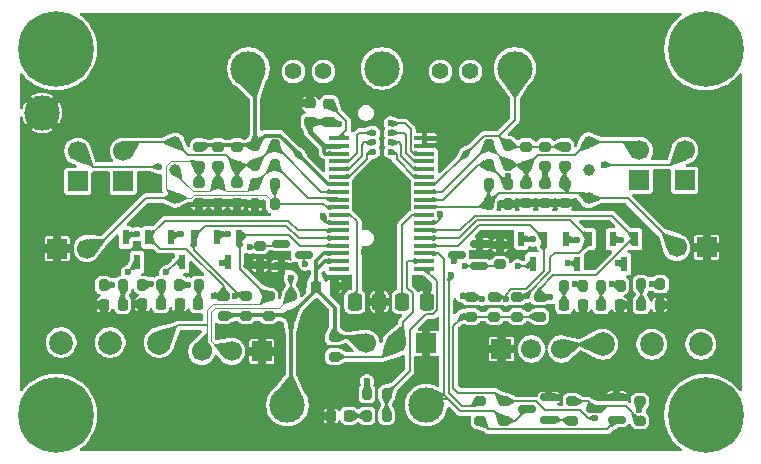
<source format=gbr>
%TF.GenerationSoftware,KiCad,Pcbnew,9.0.6*%
%TF.CreationDate,2026-01-10T12:16:03-06:00*%
%TF.ProjectId,LVMuxPCB,4c564d75-7850-4434-922e-6b696361645f,rev?*%
%TF.SameCoordinates,Original*%
%TF.FileFunction,Copper,L1,Top*%
%TF.FilePolarity,Positive*%
%FSLAX46Y46*%
G04 Gerber Fmt 4.6, Leading zero omitted, Abs format (unit mm)*
G04 Created by KiCad (PCBNEW 9.0.6) date 2026-01-10 12:16:03*
%MOMM*%
%LPD*%
G01*
G04 APERTURE LIST*
G04 Aperture macros list*
%AMRoundRect*
0 Rectangle with rounded corners*
0 $1 Rounding radius*
0 $2 $3 $4 $5 $6 $7 $8 $9 X,Y pos of 4 corners*
0 Add a 4 corners polygon primitive as box body*
4,1,4,$2,$3,$4,$5,$6,$7,$8,$9,$2,$3,0*
0 Add four circle primitives for the rounded corners*
1,1,$1+$1,$2,$3*
1,1,$1+$1,$4,$5*
1,1,$1+$1,$6,$7*
1,1,$1+$1,$8,$9*
0 Add four rect primitives between the rounded corners*
20,1,$1+$1,$2,$3,$4,$5,0*
20,1,$1+$1,$4,$5,$6,$7,0*
20,1,$1+$1,$6,$7,$8,$9,0*
20,1,$1+$1,$8,$9,$2,$3,0*%
G04 Aperture macros list end*
%TA.AperFunction,SMDPad,CuDef*%
%ADD10RoundRect,0.225000X-0.225000X-0.250000X0.225000X-0.250000X0.225000X0.250000X-0.225000X0.250000X0*%
%TD*%
%TA.AperFunction,SMDPad,CuDef*%
%ADD11RoundRect,0.200000X-0.275000X0.200000X-0.275000X-0.200000X0.275000X-0.200000X0.275000X0.200000X0*%
%TD*%
%TA.AperFunction,SMDPad,CuDef*%
%ADD12RoundRect,0.218750X0.218750X0.256250X-0.218750X0.256250X-0.218750X-0.256250X0.218750X-0.256250X0*%
%TD*%
%TA.AperFunction,SMDPad,CuDef*%
%ADD13RoundRect,0.200000X0.275000X-0.200000X0.275000X0.200000X-0.275000X0.200000X-0.275000X-0.200000X0*%
%TD*%
%TA.AperFunction,SMDPad,CuDef*%
%ADD14RoundRect,0.150000X0.587500X0.150000X-0.587500X0.150000X-0.587500X-0.150000X0.587500X-0.150000X0*%
%TD*%
%TA.AperFunction,SMDPad,CuDef*%
%ADD15RoundRect,0.225000X-0.250000X0.225000X-0.250000X-0.225000X0.250000X-0.225000X0.250000X0.225000X0*%
%TD*%
%TA.AperFunction,ComponentPad*%
%ADD16R,1.700000X1.700000*%
%TD*%
%TA.AperFunction,ComponentPad*%
%ADD17C,1.700000*%
%TD*%
%TA.AperFunction,SMDPad,CuDef*%
%ADD18RoundRect,0.200000X0.200000X0.275000X-0.200000X0.275000X-0.200000X-0.275000X0.200000X-0.275000X0*%
%TD*%
%TA.AperFunction,SMDPad,CuDef*%
%ADD19R,0.600000X1.300000*%
%TD*%
%TA.AperFunction,ComponentPad*%
%ADD20C,3.600000*%
%TD*%
%TA.AperFunction,ConnectorPad*%
%ADD21C,6.400000*%
%TD*%
%TA.AperFunction,SMDPad,CuDef*%
%ADD22RoundRect,0.218750X-0.218750X-0.256250X0.218750X-0.256250X0.218750X0.256250X-0.218750X0.256250X0*%
%TD*%
%TA.AperFunction,SMDPad,CuDef*%
%ADD23C,2.000000*%
%TD*%
%TA.AperFunction,SMDPad,CuDef*%
%ADD24RoundRect,0.150000X-0.587500X-0.150000X0.587500X-0.150000X0.587500X0.150000X-0.587500X0.150000X0*%
%TD*%
%TA.AperFunction,SMDPad,CuDef*%
%ADD25C,1.000000*%
%TD*%
%TA.AperFunction,ComponentPad*%
%ADD26C,1.400000*%
%TD*%
%TA.AperFunction,ComponentPad*%
%ADD27C,3.000000*%
%TD*%
%TA.AperFunction,SMDPad,CuDef*%
%ADD28R,1.651000X0.431800*%
%TD*%
%TA.AperFunction,SMDPad,CuDef*%
%ADD29RoundRect,0.200000X-0.200000X-0.275000X0.200000X-0.275000X0.200000X0.275000X-0.200000X0.275000X0*%
%TD*%
%TA.AperFunction,SMDPad,CuDef*%
%ADD30RoundRect,0.250000X0.337500X0.475000X-0.337500X0.475000X-0.337500X-0.475000X0.337500X-0.475000X0*%
%TD*%
%TA.AperFunction,ViaPad*%
%ADD31C,0.500000*%
%TD*%
%TA.AperFunction,ViaPad*%
%ADD32C,0.600000*%
%TD*%
%TA.AperFunction,Conductor*%
%ADD33C,0.400000*%
%TD*%
%TA.AperFunction,Conductor*%
%ADD34C,0.200000*%
%TD*%
%TA.AperFunction,Conductor*%
%ADD35C,0.300000*%
%TD*%
%TA.AperFunction,Conductor*%
%ADD36C,0.100000*%
%TD*%
G04 APERTURE END LIST*
D10*
%TO.P,C1,1*%
%TO.N,/INTVCC*%
X192950000Y-56750000D03*
%TO.P,C1,2*%
%TO.N,GND*%
X194500000Y-56750000D03*
%TD*%
D11*
%TO.P,R44,1*%
%TO.N,/INTVCC*%
X220350000Y-66425000D03*
%TO.P,R44,2*%
%TO.N,Net-(Q10-D)*%
X220350000Y-68075000D03*
%TD*%
D12*
%TO.P,D3,1,K*%
%TO.N,GND*%
X215500000Y-58300000D03*
%TO.P,D3,2,A*%
%TO.N,Net-(D3-A)*%
X213925000Y-58300000D03*
%TD*%
%TO.P,D6,1,K*%
%TO.N,GND*%
X222037500Y-58300000D03*
%TO.P,D6,2,A*%
%TO.N,Net-(D6-A)*%
X220462500Y-58300000D03*
%TD*%
D13*
%TO.P,R30,1*%
%TO.N,/INTVCC*%
X211850000Y-59250000D03*
%TO.P,R30,2*%
%TO.N,/CH2*%
X211850000Y-57600000D03*
%TD*%
D14*
%TO.P,Q8,1,G*%
%TO.N,/IO_CONN/DIS2_Ctrl*%
X206750000Y-55000000D03*
%TO.P,Q8,2,S*%
%TO.N,GND*%
X206750000Y-53100000D03*
%TO.P,Q8,3,D*%
%TO.N,/DISABLE2*%
X204875000Y-54050000D03*
%TD*%
D11*
%TO.P,R11,1*%
%TO.N,/UVR2*%
X212350000Y-48000000D03*
%TO.P,R11,2*%
%TO.N,GND*%
X212350000Y-49650000D03*
%TD*%
D15*
%TO.P,C3,1*%
%TO.N,GND*%
X192400000Y-41200000D03*
%TO.P,C3,2*%
%TO.N,/CPOREF*%
X192400000Y-42750000D03*
%TD*%
D11*
%TO.P,R26,1*%
%TO.N,Net-(Q10-D)*%
X214584999Y-66442499D03*
%TO.P,R26,2*%
%TO.N,Net-(Q9-G)*%
X214584999Y-68092499D03*
%TD*%
D16*
%TO.P,JP3,1,A*%
%TO.N,GND*%
X188330000Y-62200000D03*
D17*
%TO.P,JP3,2,C*%
%TO.N,/DISABLE1*%
X185790000Y-62200000D03*
%TO.P,JP3,3,B*%
%TO.N,/FAULT1*%
X183250000Y-62200000D03*
%TD*%
D18*
%TO.P,R15,1*%
%TO.N,/UVR1*%
X189417800Y-46399999D03*
%TO.P,R15,2*%
%TO.N,/UVF1*%
X187767800Y-46399999D03*
%TD*%
D19*
%TO.P,Q4,1,G*%
%TO.N,/CH1*%
X178716000Y-52542960D03*
%TO.P,Q4,2,S*%
%TO.N,+3.3V*%
X176816000Y-52542960D03*
%TO.P,Q4,3,D*%
%TO.N,/IO_CONN/CHL1*%
X177766000Y-54642960D03*
%TD*%
D11*
%TO.P,R10,1*%
%TO.N,/V2*%
X212350000Y-44859500D03*
%TO.P,R10,2*%
%TO.N,/UVR2*%
X212350000Y-46509500D03*
%TD*%
D20*
%TO.P,MH2,1,1*%
%TO.N,unconnected-(MH2-Pad1)_2*%
X225900000Y-36600000D03*
D21*
%TO.N,unconnected-(MH2-Pad1)_1*%
X225900000Y-36600000D03*
%TD*%
D19*
%TO.P,Q5,1,G*%
%TO.N,/VALID2*%
X216000000Y-52684000D03*
%TO.P,Q5,2,S*%
%TO.N,+3.3V*%
X214100000Y-52684000D03*
%TO.P,Q5,3,D*%
%TO.N,/IO_CONN/VDL2*%
X215050000Y-54784000D03*
%TD*%
D11*
%TO.P,R13,1*%
%TO.N,/UVF2*%
X210725000Y-48000000D03*
%TO.P,R13,2*%
%TO.N,GND*%
X210725000Y-49650000D03*
%TD*%
D22*
%TO.P,D5,1,K*%
%TO.N,GND*%
X174962500Y-58250000D03*
%TO.P,D5,2,A*%
%TO.N,Net-(D5-A)*%
X176537500Y-58250000D03*
%TD*%
D23*
%TO.P,TP4,1,1*%
%TO.N,/VALID1*%
X175500000Y-61450000D03*
%TD*%
D18*
%TO.P,R16,1*%
%TO.N,/OV1*%
X189417800Y-48049999D03*
%TO.P,R16,2*%
%TO.N,/UVR1*%
X187767800Y-48049999D03*
%TD*%
D24*
%TO.P,Q1,1,G*%
%TO.N,/IO_CONN/DIS1_Ctrl*%
X189988750Y-53085000D03*
%TO.P,Q1,2,S*%
%TO.N,GND*%
X189988750Y-54985000D03*
%TO.P,Q1,3,D*%
%TO.N,/DISABLE1*%
X191863750Y-54035000D03*
%TD*%
D13*
%TO.P,R32,1*%
%TO.N,/INTVCC*%
X209950000Y-59250000D03*
%TO.P,R32,2*%
%TO.N,/VALID2*%
X209950000Y-57600000D03*
%TD*%
D18*
%TO.P,R42,1*%
%TO.N,/IO_CONN/CHL2*%
X222075000Y-56500000D03*
%TO.P,R42,2*%
%TO.N,Net-(D6-A)*%
X220425000Y-56500000D03*
%TD*%
D11*
%TO.P,R3,1*%
%TO.N,/V1*%
X184617800Y-44874999D03*
%TO.P,R3,2*%
%TO.N,/UVR1*%
X184617800Y-46524999D03*
%TD*%
D23*
%TO.P,TP6,1,1*%
%TO.N,/FAULT1*%
X179650000Y-61450000D03*
%TD*%
D14*
%TO.P,Q9,1,G*%
%TO.N,Net-(Q9-G)*%
X212642499Y-68000000D03*
%TO.P,Q9,2,S*%
%TO.N,GND*%
X212642499Y-66100000D03*
%TO.P,Q9,3,D*%
%TO.N,/SHDN*%
X210767498Y-67050000D03*
%TD*%
D16*
%TO.P,JP9,1,A*%
%TO.N,+3.3V*%
X224150000Y-47730000D03*
D17*
%TO.P,JP9,2,B*%
%TO.N,/UVR2*%
X224150000Y-45190000D03*
%TD*%
D25*
%TO.P,TP14,1,1*%
%TO.N,/OV1*%
X181000000Y-49225000D03*
%TD*%
D15*
%TO.P,CCPO1,1*%
%TO.N,/CPO*%
X194050000Y-41225000D03*
%TO.P,CCPO1,2*%
%TO.N,/CPOREF*%
X194050000Y-42775000D03*
%TD*%
D26*
%TO.P,TP20,1,1*%
%TO.N,/GATE1*%
X191000000Y-38500000D03*
%TO.P,TP20,2,2*%
%TO.N,/SOURCE1*%
X193540000Y-38500000D03*
%TD*%
D27*
%TO.P,TP9,1,1*%
%TO.N,/V2*%
X209750000Y-38250000D03*
%TD*%
D11*
%TO.P,R36,1*%
%TO.N,/INTVCC*%
X208814999Y-66432499D03*
%TO.P,R36,2*%
%TO.N,/SHDN*%
X208814999Y-68082499D03*
%TD*%
D16*
%TO.P,JP5,1,A*%
%TO.N,GND*%
X226000000Y-53400000D03*
D17*
%TO.P,JP5,2,B*%
%TO.N,/OV2*%
X223460000Y-53400000D03*
%TD*%
D28*
%TO.P,U1,1,CPO*%
%TO.N,/CPO*%
X194835600Y-44149999D03*
%TO.P,U1,2,CPOREF*%
%TO.N,/CPOREF*%
X194835600Y-44800000D03*
%TO.P,U1,3,OUT1*%
X194835600Y-45450001D03*
%TO.P,U1,4,SENSE1*%
%TO.N,/SENSE1*%
X194835600Y-46100000D03*
%TO.P,U1,5,SOURCE1*%
%TO.N,/SOURCE1*%
X194835600Y-46750001D03*
%TO.P,U1,6,GATE1*%
%TO.N,/GATE1*%
X194835600Y-47400000D03*
%TO.P,U1,7,V1*%
%TO.N,/V1*%
X194835600Y-48050001D03*
%TO.P,U1,8,UVF1*%
%TO.N,/UVF1*%
X194835600Y-48700000D03*
%TO.P,U1,9,UVR1*%
%TO.N,/UVR1*%
X194835600Y-49350001D03*
%TO.P,U1,10,OV1*%
%TO.N,/OV1*%
X194835600Y-50000000D03*
%TO.P,U1,11,TMR1*%
%TO.N,/TMR1*%
X194835600Y-50650001D03*
%TO.P,U1,12,\u002ADISABLE1*%
%TO.N,/DISABLE1*%
X194835600Y-51300000D03*
%TO.P,U1,13,\u002ACH1*%
%TO.N,/CH1*%
X194835600Y-51950001D03*
%TO.P,U1,14,\u002AVALID1*%
%TO.N,/VALID1*%
X194835600Y-52599999D03*
%TO.P,U1,15,\u002AFAULT1*%
%TO.N,/FAULT1*%
X194835600Y-53250001D03*
%TO.P,U1,16,CASIN*%
%TO.N,/INTVCC*%
X194835600Y-53899999D03*
%TO.P,U1,17,INTVCC*%
X194835600Y-54549998D03*
%TO.P,U1,18,CASOUT*%
%TO.N,unconnected-(U1-CASOUT-Pad18)*%
X194835600Y-55199999D03*
%TO.P,U1,19,QUAL*%
%TO.N,/QUAL*%
X202100000Y-55199999D03*
%TO.P,U1,20,RETRY*%
%TO.N,/RETRY*%
X202100000Y-54549998D03*
%TO.P,U1,21,\u002ASHDN*%
%TO.N,/SHDN*%
X202100000Y-53899999D03*
%TO.P,U1,22,\u002AFAULT2*%
%TO.N,/FAULT2*%
X202100000Y-53249998D03*
%TO.P,U1,23,\u002AVALID2*%
%TO.N,/VALID2*%
X202100000Y-52599999D03*
%TO.P,U1,24,\u002ACH2*%
%TO.N,/CH2*%
X202100000Y-51949998D03*
%TO.P,U1,25,\u002ADISABLE2*%
%TO.N,/DISABLE2*%
X202100000Y-51300000D03*
%TO.P,U1,26,TMR2*%
%TO.N,/TMR2*%
X202100000Y-50649998D03*
%TO.P,U1,27,OV2*%
%TO.N,/OV2*%
X202100000Y-50000000D03*
%TO.P,U1,28,UVR2*%
%TO.N,/UVR2*%
X202100000Y-49349998D03*
%TO.P,U1,29,UVF2*%
%TO.N,/UVF2*%
X202100000Y-48700000D03*
%TO.P,U1,30,V2*%
%TO.N,/V2*%
X202100000Y-48049998D03*
%TO.P,U1,31,GATE2*%
%TO.N,/GATE2*%
X202100000Y-47400000D03*
%TO.P,U1,32,SOURCE2*%
%TO.N,/SOURCE2*%
X202100000Y-46749999D03*
%TO.P,U1,33,SENSE2*%
%TO.N,/SENSE2*%
X202100000Y-46100000D03*
%TO.P,U1,34,OUT2*%
%TO.N,/OUT2*%
X202100000Y-45449999D03*
%TO.P,U1,35,GND*%
%TO.N,GND*%
X202100000Y-44800000D03*
%TO.P,U1,36,EXTVCC*%
X202100000Y-44149999D03*
%TD*%
D12*
%TO.P,D1,1,K*%
%TO.N,GND*%
X218662500Y-58300000D03*
%TO.P,D1,2,A*%
%TO.N,Net-(D1-A)*%
X217087500Y-58300000D03*
%TD*%
D25*
%TO.P,TP15,1,1*%
%TO.N,/UVR1*%
X181000000Y-46850000D03*
%TD*%
D29*
%TO.P,R20,1*%
%TO.N,/UVF2*%
X207525000Y-44750000D03*
%TO.P,R20,2*%
%TO.N,/V2*%
X209175000Y-44750000D03*
%TD*%
D22*
%TO.P,D4,1,K*%
%TO.N,GND*%
X181387500Y-58200000D03*
%TO.P,D4,2,A*%
%TO.N,Net-(D4-A)*%
X182962500Y-58200000D03*
%TD*%
D25*
%TO.P,TP17,1,1*%
%TO.N,/OV2*%
X216000000Y-49250000D03*
%TD*%
D18*
%TO.P,R18,1*%
%TO.N,/QUAL*%
X198890000Y-67650000D03*
%TO.P,R18,2*%
%TO.N,Net-(C5-Pad2)*%
X197240000Y-67650000D03*
%TD*%
%TO.P,R23,1*%
%TO.N,GND*%
X209175000Y-49700000D03*
%TO.P,R23,2*%
%TO.N,/OV2*%
X207525000Y-49700000D03*
%TD*%
D11*
%TO.P,R35,1*%
%TO.N,/INTVCC*%
X194490000Y-61000000D03*
%TO.P,R35,2*%
%TO.N,/RETRY*%
X194490000Y-62650000D03*
%TD*%
%TO.P,R1,1*%
%TO.N,/V1*%
X183017800Y-44874999D03*
%TO.P,R1,2*%
%TO.N,/OV1*%
X183017800Y-46524999D03*
%TD*%
D16*
%TO.P,JP4,1,A*%
%TO.N,GND*%
X171000000Y-53500000D03*
D17*
%TO.P,JP4,2,B*%
%TO.N,/OV1*%
X173540000Y-53500000D03*
%TD*%
D20*
%TO.P,MH3,1,1*%
%TO.N,unconnected-(MH3-Pad1)_2*%
X170900000Y-67600000D03*
D21*
%TO.N,unconnected-(MH3-Pad1)*%
X170900000Y-67600000D03*
%TD*%
D11*
%TO.P,R43,1*%
%TO.N,/SHDNOUT*%
X206804999Y-66437499D03*
%TO.P,R43,2*%
%TO.N,Net-(Q10-G)*%
X206804999Y-68087499D03*
%TD*%
D25*
%TO.P,TP19,1,1*%
%TO.N,/UVF2*%
X216000000Y-44450000D03*
%TD*%
D29*
%TO.P,R38,1*%
%TO.N,/IO_CONN/VDL1*%
X178187500Y-56575000D03*
%TO.P,R38,2*%
%TO.N,Net-(D2-A)*%
X179837500Y-56575000D03*
%TD*%
D13*
%TO.P,R28,1*%
%TO.N,/INTVCC*%
X206050000Y-59250000D03*
%TO.P,R28,2*%
%TO.N,/DISABLE2*%
X206050000Y-57600000D03*
%TD*%
D27*
%TO.P,TP10,1,1*%
%TO.N,/CPOREF*%
X198500000Y-38250000D03*
%TD*%
D23*
%TO.P,TP2,1,1*%
%TO.N,/CH1*%
X171350000Y-61450000D03*
%TD*%
D25*
%TO.P,TP18,1,1*%
%TO.N,/UVR2*%
X216000000Y-46825000D03*
%TD*%
D11*
%TO.P,R4,1*%
%TO.N,/UVR1*%
X184617800Y-47974999D03*
%TO.P,R4,2*%
%TO.N,GND*%
X184617800Y-49624999D03*
%TD*%
D18*
%TO.P,R39,1*%
%TO.N,/IO_CONN/FTL2*%
X215562500Y-56650000D03*
%TO.P,R39,2*%
%TO.N,Net-(D3-A)*%
X213912500Y-56650000D03*
%TD*%
D20*
%TO.P,MH1,1,1*%
%TO.N,unconnected-(MH1-Pad1)_1*%
X170900000Y-36600000D03*
D21*
%TO.N,unconnected-(MH1-Pad1)_2*%
X170900000Y-36600000D03*
%TD*%
D14*
%TO.P,Q10,1,G*%
%TO.N,Net-(Q10-G)*%
X218400000Y-67990000D03*
%TO.P,Q10,2,S*%
%TO.N,GND*%
X218400000Y-66090000D03*
%TO.P,Q10,3,D*%
%TO.N,Net-(Q10-D)*%
X216524999Y-67040000D03*
%TD*%
D13*
%TO.P,R31,1*%
%TO.N,/INTVCC*%
X187000000Y-59175000D03*
%TO.P,R31,2*%
%TO.N,/VALID1*%
X187000000Y-57525000D03*
%TD*%
D20*
%TO.P,MH4,1,1*%
%TO.N,unconnected-(MH4-Pad1)_1*%
X225900000Y-67600000D03*
D21*
%TO.N,unconnected-(MH4-Pad1)_2*%
X225900000Y-67600000D03*
%TD*%
D11*
%TO.P,R2,1*%
%TO.N,/OV1*%
X183017800Y-47974999D03*
%TO.P,R2,2*%
%TO.N,GND*%
X183017800Y-49624999D03*
%TD*%
D23*
%TO.P,TP7,1,1*%
%TO.N,/FAULT2*%
X217200000Y-61600000D03*
%TD*%
D11*
%TO.P,R6,1*%
%TO.N,/UVF1*%
X186217800Y-47974999D03*
%TO.P,R6,2*%
%TO.N,GND*%
X186217800Y-49624999D03*
%TD*%
D19*
%TO.P,Q7,1,G*%
%TO.N,/CH2*%
X219950000Y-52700000D03*
%TO.P,Q7,2,S*%
%TO.N,+3.3V*%
X218050000Y-52700000D03*
%TO.P,Q7,3,D*%
%TO.N,/IO_CONN/CHL2*%
X219000000Y-54800000D03*
%TD*%
D16*
%TO.P,JP8,1,A*%
%TO.N,+3.3V*%
X172750000Y-47790000D03*
D17*
%TO.P,JP8,2,B*%
%TO.N,/UVR1*%
X172750000Y-45250000D03*
%TD*%
D29*
%TO.P,R22,1*%
%TO.N,/OV2*%
X207525000Y-48050000D03*
%TO.P,R22,2*%
%TO.N,/UVR2*%
X209175000Y-48050000D03*
%TD*%
D19*
%TO.P,Q3,1,G*%
%TO.N,/FAULT1*%
X186400000Y-52500000D03*
%TO.P,Q3,2,S*%
%TO.N,+3.3V*%
X184500000Y-52500000D03*
%TO.P,Q3,3,D*%
%TO.N,/IO_CONN/FTL1*%
X185450000Y-54600000D03*
%TD*%
D13*
%TO.P,R27,1*%
%TO.N,/INTVCC*%
X190800000Y-59150000D03*
%TO.P,R27,2*%
%TO.N,/DISABLE1*%
X190800000Y-57500000D03*
%TD*%
D19*
%TO.P,Q6,1,G*%
%TO.N,/FAULT2*%
X212200000Y-52666000D03*
%TO.P,Q6,2,S*%
%TO.N,+3.3V*%
X210300000Y-52666000D03*
%TO.P,Q6,3,D*%
%TO.N,/IO_CONN/FTL2*%
X211250000Y-54766000D03*
%TD*%
D11*
%TO.P,R8,1*%
%TO.N,/V2*%
X213975000Y-44859500D03*
%TO.P,R8,2*%
%TO.N,/OV2*%
X213975000Y-46509500D03*
%TD*%
D19*
%TO.P,Q2,1,G*%
%TO.N,/VALID1*%
X182549960Y-52534000D03*
%TO.P,Q2,2,S*%
%TO.N,+3.3V*%
X180649960Y-52534000D03*
%TO.P,Q2,3,D*%
%TO.N,/IO_CONN/VDL1*%
X181599960Y-54634000D03*
%TD*%
D16*
%TO.P,JP6,1,A*%
%TO.N,+3.3V*%
X176600000Y-47790000D03*
D17*
%TO.P,JP6,2,B*%
%TO.N,/UVF1*%
X176600000Y-45250000D03*
%TD*%
D11*
%TO.P,R12,1*%
%TO.N,/V2*%
X210725000Y-44859500D03*
%TO.P,R12,2*%
%TO.N,/UVF2*%
X210725000Y-46509500D03*
%TD*%
D18*
%TO.P,R19,1*%
%TO.N,/QUAL*%
X198890000Y-65825000D03*
%TO.P,R19,2*%
%TO.N,/INTVCC*%
X197240000Y-65825000D03*
%TD*%
D30*
%TO.P,CTMR1,1*%
%TO.N,GND*%
X198287500Y-58000000D03*
%TO.P,CTMR1,2*%
%TO.N,/TMR1*%
X196212500Y-58000000D03*
%TD*%
D27*
%TO.P,TP11,1,1*%
%TO.N,GND*%
X169750000Y-42000000D03*
%TD*%
D11*
%TO.P,R7,1*%
%TO.N,/IO_CONN/DIS1_Ctrl*%
X188176250Y-53250000D03*
%TO.P,R7,2*%
%TO.N,GND*%
X188176250Y-54900000D03*
%TD*%
D29*
%TO.P,R21,1*%
%TO.N,/UVR2*%
X207525000Y-46400000D03*
%TO.P,R21,2*%
%TO.N,/UVF2*%
X209175000Y-46400000D03*
%TD*%
D18*
%TO.P,R37,1*%
%TO.N,/IO_CONN/VDL2*%
X218722500Y-56650000D03*
%TO.P,R37,2*%
%TO.N,Net-(D1-A)*%
X217072500Y-56650000D03*
%TD*%
D29*
%TO.P,R41,1*%
%TO.N,/IO_CONN/CHL1*%
X174937500Y-56600000D03*
%TO.P,R41,2*%
%TO.N,Net-(D5-A)*%
X176587500Y-56600000D03*
%TD*%
D18*
%TO.P,R14,1*%
%TO.N,/UVF1*%
X189417800Y-44749999D03*
%TO.P,R14,2*%
%TO.N,/V1*%
X187767800Y-44749999D03*
%TD*%
D26*
%TO.P,TP21,1,1*%
%TO.N,/GATE2*%
X206000000Y-38500000D03*
%TO.P,TP21,2,2*%
%TO.N,/SOURCE2*%
X203460000Y-38500000D03*
%TD*%
D10*
%TO.P,C5,1*%
%TO.N,GND*%
X194190000Y-67650000D03*
%TO.P,C5,2*%
%TO.N,Net-(C5-Pad2)*%
X195740000Y-67650000D03*
%TD*%
D16*
%TO.P,JP7,1,A*%
%TO.N,+3.3V*%
X220300000Y-47730000D03*
D17*
%TO.P,JP7,2,B*%
%TO.N,/UVF2*%
X220300000Y-45190000D03*
%TD*%
D25*
%TO.P,TP16,1,1*%
%TO.N,/UVF1*%
X181000000Y-44475000D03*
%TD*%
D27*
%TO.P,TP12,1,1*%
%TO.N,/SHDN*%
X202250000Y-66750000D03*
%TD*%
D13*
%TO.P,R34,1*%
%TO.N,/INTVCC*%
X208025000Y-59250000D03*
%TO.P,R34,2*%
%TO.N,/FAULT2*%
X208025000Y-57600000D03*
%TD*%
D23*
%TO.P,TP3,1,1*%
%TO.N,/CH2*%
X225500000Y-61600000D03*
%TD*%
D29*
%TO.P,R40,1*%
%TO.N,/IO_CONN/FTL1*%
X181350000Y-56562500D03*
%TO.P,R40,2*%
%TO.N,Net-(D4-A)*%
X183000000Y-56562500D03*
%TD*%
D13*
%TO.P,R33,1*%
%TO.N,/INTVCC*%
X188900000Y-59175000D03*
%TO.P,R33,2*%
%TO.N,/FAULT1*%
X188900000Y-57525000D03*
%TD*%
D23*
%TO.P,TP5,1,1*%
%TO.N,/VALID2*%
X221350000Y-61600000D03*
%TD*%
D13*
%TO.P,R29,1*%
%TO.N,/INTVCC*%
X185100000Y-59175000D03*
%TO.P,R29,2*%
%TO.N,/CH1*%
X185100000Y-57525000D03*
%TD*%
D27*
%TO.P,TP8,1,1*%
%TO.N,/V1*%
X187200000Y-38250000D03*
%TD*%
D30*
%TO.P,CTMR2,1*%
%TO.N,GND*%
X202287500Y-58000000D03*
%TO.P,CTMR2,2*%
%TO.N,/TMR2*%
X200212500Y-58000000D03*
%TD*%
D29*
%TO.P,R17,1*%
%TO.N,GND*%
X187767800Y-49750000D03*
%TO.P,R17,2*%
%TO.N,/OV1*%
X189417800Y-49750000D03*
%TD*%
D22*
%TO.P,D2,1,K*%
%TO.N,GND*%
X178205000Y-58212500D03*
%TO.P,D2,2,A*%
%TO.N,Net-(D2-A)*%
X179780000Y-58212500D03*
%TD*%
D27*
%TO.P,TP1,1,1*%
%TO.N,/INTVCC*%
X190500000Y-66750000D03*
%TD*%
D16*
%TO.P,JP2,1,A*%
%TO.N,GND*%
X202230000Y-61525000D03*
D17*
%TO.P,JP2,2,C*%
%TO.N,/RETRY*%
X199690000Y-61525000D03*
%TO.P,JP2,3,B*%
%TO.N,/INTVCC*%
X197150000Y-61525000D03*
%TD*%
D11*
%TO.P,R9,1*%
%TO.N,/OV2*%
X213975000Y-48000000D03*
%TO.P,R9,2*%
%TO.N,GND*%
X213975000Y-49650000D03*
%TD*%
D16*
%TO.P,JP1,1,A*%
%TO.N,GND*%
X208620000Y-62000000D03*
D17*
%TO.P,JP1,2,C*%
%TO.N,/DISABLE2*%
X211160000Y-62000000D03*
%TO.P,JP1,3,B*%
%TO.N,/FAULT2*%
X213700000Y-62000000D03*
%TD*%
D13*
%TO.P,R24,1*%
%TO.N,/IO_CONN/DIS2_Ctrl*%
X208500000Y-54825000D03*
%TO.P,R24,2*%
%TO.N,GND*%
X208500000Y-53175000D03*
%TD*%
D11*
%TO.P,R5,1*%
%TO.N,/V1*%
X186217800Y-44874999D03*
%TO.P,R5,2*%
%TO.N,/UVF1*%
X186217800Y-46524999D03*
%TD*%
D31*
%TO.N,GND*%
X202250000Y-60000000D03*
X182500000Y-55250000D03*
X195500000Y-56500000D03*
X187000000Y-55000000D03*
D32*
%TO.N,/IO_CONN/DIS1_Ctrl*%
X187332815Y-53332815D03*
%TO.N,/DISABLE1*%
X192015245Y-54765245D03*
%TO.N,/CPOREF*%
X194875735Y-42924265D03*
%TO.N,GND*%
X217000000Y-51500000D03*
X197500000Y-70100000D03*
X175700000Y-34100000D03*
X196300000Y-70100000D03*
X208500000Y-49750000D03*
X212900000Y-70100000D03*
X209300000Y-70100000D03*
X195100000Y-70100000D03*
X208100000Y-70100000D03*
X201000000Y-70100000D03*
X189100000Y-70100000D03*
X168500000Y-62300000D03*
X168500000Y-48100000D03*
X228200000Y-41000000D03*
X228200000Y-58800000D03*
X220800000Y-34100000D03*
X228200000Y-50400000D03*
X218800000Y-70100000D03*
X193900000Y-70100000D03*
X228200000Y-43400000D03*
X168500000Y-54000000D03*
X191500000Y-70100000D03*
X220000000Y-70100000D03*
X203700000Y-44100000D03*
X199500000Y-52750000D03*
X228200000Y-51600000D03*
X168500000Y-55200000D03*
X198600000Y-70100000D03*
X208500000Y-52250000D03*
X168500000Y-56400000D03*
X198500000Y-56750000D03*
X207000000Y-70100000D03*
X228200000Y-54000000D03*
X210500000Y-70100000D03*
X168500000Y-44500000D03*
X228200000Y-45700000D03*
X228200000Y-56400000D03*
X221200000Y-70100000D03*
X228200000Y-46900000D03*
X168500000Y-58800000D03*
X216799265Y-54700735D03*
X203400000Y-70100000D03*
X211700000Y-70100000D03*
X200000000Y-41500000D03*
X214100000Y-70100000D03*
X205800000Y-70100000D03*
X228200000Y-61100000D03*
X228200000Y-49300000D03*
X168500000Y-51600000D03*
X228200000Y-57600000D03*
X168500000Y-45700000D03*
X228200000Y-55200000D03*
X190300000Y-70100000D03*
X228200000Y-59900000D03*
X168500000Y-63500000D03*
X168500000Y-57600000D03*
X204600000Y-70100000D03*
X168500000Y-59900000D03*
X228200000Y-63500000D03*
D31*
X180250000Y-50500000D03*
D32*
X217600000Y-70100000D03*
X168500000Y-52800000D03*
X228200000Y-52800000D03*
X203700000Y-44800000D03*
X202250000Y-56500000D03*
X168500000Y-49300000D03*
X192700000Y-70100000D03*
X215300000Y-70100000D03*
X228200000Y-48100000D03*
X228200000Y-42200000D03*
X168500000Y-46900000D03*
X180500000Y-59249000D03*
X228200000Y-44500000D03*
X199800000Y-70100000D03*
X215500000Y-58300000D03*
X228200000Y-62300000D03*
D31*
X181250000Y-50500000D03*
D32*
X216500000Y-70100000D03*
X196975000Y-53750000D03*
X168500000Y-61100000D03*
X201427349Y-41497552D03*
X168500000Y-50400000D03*
X176900000Y-34100000D03*
X202200000Y-70100000D03*
X222000000Y-34100000D03*
%TO.N,/INTVCC*%
X220259716Y-67136186D03*
X205330000Y-59250000D03*
X197240000Y-64750000D03*
X190800000Y-60000000D03*
X216550000Y-67840000D03*
%TO.N,/IO_CONN/VDL2*%
X214250000Y-54750000D03*
X218000000Y-56500000D03*
%TO.N,/IO_CONN/VDL1*%
X178937500Y-56504683D03*
X180250000Y-55500000D03*
%TO.N,/IO_CONN/FTL2*%
X210000000Y-55000000D03*
X214812500Y-56513066D03*
%TO.N,/IO_CONN/FTL1*%
X182100000Y-56544216D03*
X185000000Y-54750000D03*
%TO.N,/FAULT1*%
X179750000Y-61450000D03*
%TO.N,/DISABLE1*%
X193510098Y-50750000D03*
X190790245Y-55990245D03*
%TO.N,/CH1*%
X184250000Y-57500000D03*
X171350000Y-61450000D03*
%TO.N,/DISABLE2*%
X205330000Y-57500000D03*
X203425502Y-50550000D03*
X204579992Y-54573563D03*
X207000000Y-57750000D03*
%TO.N,/VALID1*%
X175500000Y-61450000D03*
X186075000Y-57534907D03*
%TO.N,/CH2*%
X212750000Y-57600000D03*
X225500000Y-61600000D03*
%TO.N,/VALID2*%
X210750000Y-57500000D03*
X221350000Y-61600000D03*
%TO.N,/FAULT2*%
X217200000Y-61600000D03*
X208975000Y-57747109D03*
%TO.N,/SHDNOUT*%
X204350000Y-55750000D03*
%TO.N,/V1*%
X191364216Y-45485784D03*
%TO.N,/UVR2*%
X217288846Y-46398936D03*
X216000000Y-46825000D03*
X212350000Y-47250000D03*
X209207413Y-47375000D03*
%TO.N,/V2*%
X205592968Y-45492968D03*
%TO.N,/UVF1*%
X181012500Y-44487500D03*
%TO.N,+3.3V*%
X177750000Y-52250000D03*
X211292734Y-52724736D03*
X181500000Y-52250000D03*
X214998998Y-52750000D03*
X218750000Y-52750000D03*
X185500000Y-52250000D03*
%TO.N,/SENSE1*%
X197750000Y-43700000D03*
%TO.N,/SENSE2*%
X199250000Y-43700000D03*
%TO.N,/UVF2*%
X216000000Y-44450000D03*
%TO.N,/UVR1*%
X179649000Y-46568100D03*
X181000000Y-46850000D03*
%TO.N,/GATE1*%
X197750000Y-45300000D03*
%TO.N,/GATE2*%
X199250000Y-45300003D03*
%TO.N,/SOURCE2*%
X199250000Y-44500000D03*
%TO.N,/OV1*%
X181000000Y-49225000D03*
%TO.N,/SOURCE1*%
X197750000Y-44500000D03*
%TO.N,/OV2*%
X216000000Y-49250000D03*
%TO.N,/IO_CONN/CHL2*%
X221325000Y-56500000D03*
X218500000Y-54750000D03*
%TO.N,/IO_CONN/CHL1*%
X175687500Y-56550000D03*
X177000000Y-55500000D03*
%TO.N,/OUT2*%
X199250000Y-42900000D03*
%TO.N,/IO_CONN/DIS2_Ctrl*%
X205536765Y-54963235D03*
%TD*%
D33*
%TO.N,GND*%
X202250000Y-60000000D02*
X202250000Y-61505000D01*
X202250000Y-61505000D02*
X202230000Y-61525000D01*
D34*
%TO.N,/FAULT1*%
X187000000Y-52349000D02*
X186551000Y-52349000D01*
X186449000Y-52900000D02*
X186449000Y-55228232D01*
X187000000Y-52349000D02*
X186449000Y-52900000D01*
X186449000Y-55228232D02*
X188745768Y-57525000D01*
X188745768Y-57525000D02*
X188900000Y-57525000D01*
%TO.N,/VALID1*%
X182549960Y-52534000D02*
X182549960Y-53582803D01*
X182549960Y-53582803D02*
X186492157Y-57525000D01*
X186492157Y-57525000D02*
X187000000Y-57525000D01*
%TO.N,/IO_CONN/FTL1*%
X185150000Y-54600000D02*
X185450000Y-54600000D01*
X185000000Y-54750000D02*
X185150000Y-54600000D01*
%TO.N,/CH1*%
X178716000Y-52542960D02*
X179673040Y-53500000D01*
X179673040Y-53500000D02*
X181900057Y-53500000D01*
X181900057Y-53500000D02*
X185100000Y-56699943D01*
X185100000Y-56699943D02*
X185100000Y-57525000D01*
D33*
%TO.N,GND*%
X195350000Y-56650000D02*
X195500000Y-56500000D01*
X194475000Y-56650000D02*
X195350000Y-56650000D01*
X187100000Y-54900000D02*
X187000000Y-55000000D01*
X188176250Y-54900000D02*
X187100000Y-54900000D01*
X189988750Y-54985000D02*
X188261250Y-54985000D01*
X188261250Y-54985000D02*
X188176250Y-54900000D01*
D34*
%TO.N,/IO_CONN/DIS1_Ctrl*%
X188093435Y-53332815D02*
X188176250Y-53250000D01*
X187332815Y-53332815D02*
X188093435Y-53332815D01*
%TO.N,/VALID1*%
X194835600Y-52599999D02*
X191450317Y-52599999D01*
X191450317Y-52599999D02*
X190399318Y-51549000D01*
X183534960Y-51549000D02*
X182549960Y-52534000D01*
X190399318Y-51549000D02*
X183534960Y-51549000D01*
%TO.N,/FAULT1*%
X194835600Y-53250001D02*
X191533219Y-53250001D01*
X191533219Y-53250001D02*
X190632218Y-52349000D01*
X190632218Y-52349000D02*
X187000000Y-52349000D01*
X186551000Y-52349000D02*
X186400000Y-52500000D01*
%TO.N,/DISABLE1*%
X193510098Y-50750000D02*
X193510098Y-50967899D01*
X193510098Y-50967899D02*
X193842199Y-51300000D01*
X193842199Y-51300000D02*
X194835600Y-51300000D01*
X191863750Y-54035000D02*
X191863750Y-54613750D01*
X191863750Y-54613750D02*
X192015245Y-54765245D01*
%TO.N,/IO_CONN/DIS1_Ctrl*%
X188176250Y-53250000D02*
X189823750Y-53250000D01*
D33*
%TO.N,/CPOREF*%
X192425000Y-42775000D02*
X192400000Y-42750000D01*
X194835600Y-44800000D02*
X193610100Y-44800000D01*
X194199265Y-42924265D02*
X194050000Y-42775000D01*
X193610100Y-44800000D02*
X192400000Y-43589900D01*
X192400000Y-43589900D02*
X192400000Y-42750000D01*
X194050000Y-42775000D02*
X192425000Y-42775000D01*
X194875735Y-42924265D02*
X194199265Y-42924265D01*
D35*
X194835600Y-45450001D02*
X193700001Y-45450001D01*
X193700001Y-45450001D02*
X193610100Y-45360100D01*
X193610100Y-45360100D02*
X193610100Y-44800000D01*
D33*
%TO.N,GND*%
X187692800Y-49624999D02*
X187767800Y-49699999D01*
D34*
X181387500Y-58200000D02*
X181387500Y-58361500D01*
X181387500Y-58361500D02*
X180500000Y-59249000D01*
D33*
X206575000Y-53175000D02*
X206500000Y-53100000D01*
X208500000Y-52250000D02*
X208500000Y-53175000D01*
X208500000Y-53175000D02*
X206575000Y-53175000D01*
X208550000Y-49700000D02*
X208500000Y-49750000D01*
X183017800Y-49624999D02*
X187692800Y-49624999D01*
D34*
X202100000Y-44800000D02*
X202100000Y-44149999D01*
D33*
X209225000Y-49650000D02*
X209175000Y-49700000D01*
X209175000Y-49700000D02*
X208550000Y-49700000D01*
X202287500Y-56537500D02*
X202250000Y-56500000D01*
X202287500Y-58000000D02*
X202287500Y-56537500D01*
X213975000Y-49650000D02*
X209225000Y-49650000D01*
D34*
X209259500Y-49590500D02*
X209150000Y-49700000D01*
%TO.N,/CPO*%
X195500000Y-42700000D02*
X194050000Y-41250000D01*
X194835600Y-44149999D02*
X195500000Y-43485599D01*
X194050000Y-41250000D02*
X194050000Y-41225000D01*
X195500000Y-43485599D02*
X195500000Y-42700000D01*
%TO.N,/INTVCC*%
X185125000Y-59150000D02*
X185100000Y-59175000D01*
D35*
X194835600Y-53899999D02*
X193600001Y-53899999D01*
X194490000Y-58490000D02*
X194490000Y-61000000D01*
D34*
X220350000Y-67045902D02*
X220259716Y-67136186D01*
D35*
X193600001Y-53899999D02*
X192925000Y-54575000D01*
X192925000Y-56650000D02*
X192925000Y-56925000D01*
X194490000Y-61000000D02*
X196625000Y-61000000D01*
D34*
X204552000Y-60028000D02*
X205330000Y-59250000D01*
X216548756Y-67838756D02*
X215944287Y-67838756D01*
D35*
X190800000Y-60000000D02*
X190800000Y-65625000D01*
D34*
X204552000Y-65302000D02*
X204552000Y-60028000D01*
D35*
X190800000Y-59150000D02*
X185125000Y-59150000D01*
X190800000Y-59150000D02*
X190800000Y-60000000D01*
D34*
X216550000Y-67840000D02*
X216548756Y-67838756D01*
X208814999Y-66432499D02*
X208112500Y-65730000D01*
D35*
X192925000Y-56925000D02*
X194490000Y-58490000D01*
X192925000Y-57025000D02*
X192925000Y-56650000D01*
X190800000Y-65625000D02*
X190750000Y-65675000D01*
D34*
X215305531Y-67200000D02*
X212296966Y-67200000D01*
X212296966Y-67200000D02*
X211529465Y-66432499D01*
X211529465Y-66432499D02*
X208814999Y-66432499D01*
D35*
X194835600Y-54549998D02*
X193710100Y-54549998D01*
D34*
X220350000Y-66425000D02*
X220350000Y-67045902D01*
D35*
X192925000Y-54575000D02*
X192925000Y-55335098D01*
X193710100Y-54549998D02*
X192925000Y-55335098D01*
X190800000Y-59150000D02*
X192925000Y-57025000D01*
X197240000Y-64750000D02*
X197240000Y-65375000D01*
D34*
X208112500Y-65730000D02*
X204980000Y-65730000D01*
X204980000Y-65730000D02*
X204552000Y-65302000D01*
X215944287Y-67838756D02*
X215305531Y-67200000D01*
X205330000Y-59250000D02*
X211850000Y-59250000D01*
D35*
X192925000Y-55335098D02*
X192925000Y-56650000D01*
D34*
%TO.N,/QUAL*%
X203176000Y-56275999D02*
X202100000Y-55199999D01*
X200841000Y-60409000D02*
X202224000Y-59026000D01*
X203176000Y-58710160D02*
X203176000Y-56275999D01*
X202224000Y-59026000D02*
X202860160Y-59026000D01*
X198890000Y-65375000D02*
X198890000Y-67200000D01*
X202860160Y-59026000D02*
X203176000Y-58710160D01*
X198890000Y-65825000D02*
X200841000Y-63874000D01*
X198890000Y-65375000D02*
X198916000Y-65375000D01*
X200841000Y-63874000D02*
X200841000Y-60409000D01*
%TO.N,/TMR1*%
X196375000Y-57125000D02*
X196000000Y-57500000D01*
X194835600Y-50650001D02*
X195829001Y-50650001D01*
X195829001Y-50650001D02*
X196375000Y-51196000D01*
X196375000Y-51196000D02*
X196375000Y-57125000D01*
%TO.N,/TMR2*%
X201074500Y-50649998D02*
X200212500Y-51511998D01*
X202100000Y-50649998D02*
X201074500Y-50649998D01*
X200212500Y-51511998D02*
X200212500Y-58000000D01*
%TO.N,/IO_CONN/VDL2*%
X218000000Y-56500000D02*
X218572500Y-56500000D01*
X218572500Y-56500000D02*
X218722500Y-56650000D01*
X214250000Y-54750000D02*
X215016000Y-54750000D01*
X215016000Y-54750000D02*
X215050000Y-54784000D01*
%TO.N,/IO_CONN/VDL1*%
X181599960Y-54634000D02*
X181116000Y-54634000D01*
X178187500Y-56575000D02*
X178867183Y-56575000D01*
X178867183Y-56575000D02*
X178937500Y-56504683D01*
X181116000Y-54634000D02*
X180250000Y-55500000D01*
%TO.N,/IO_CONN/FTL2*%
X210000000Y-55000000D02*
X211016000Y-55000000D01*
X214812500Y-56513066D02*
X215425566Y-56513066D01*
X211016000Y-55000000D02*
X211250000Y-54766000D01*
X215425566Y-56513066D02*
X215562500Y-56650000D01*
%TO.N,/IO_CONN/FTL1*%
X182081716Y-56562500D02*
X182100000Y-56544216D01*
X181350000Y-56562500D02*
X182081716Y-56562500D01*
D36*
%TO.N,/FAULT1*%
X188225000Y-58200000D02*
X184224322Y-58200000D01*
X188900000Y-57525000D02*
X188225000Y-58200000D01*
X183699000Y-61751000D02*
X183250000Y-62200000D01*
D34*
X181200000Y-60000000D02*
X183649000Y-60000000D01*
D36*
X184224322Y-58200000D02*
X183699000Y-58725322D01*
X183699000Y-58725322D02*
X183699000Y-61751000D01*
D34*
X179750000Y-61450000D02*
X181200000Y-60000000D01*
D36*
%TO.N,/DISABLE1*%
X188349678Y-58501000D02*
X184349000Y-58501000D01*
D34*
X190790245Y-55990245D02*
X190790245Y-56240245D01*
D36*
X189800000Y-58500000D02*
X188350678Y-58500000D01*
X184000000Y-58850000D02*
X184000000Y-61300000D01*
X184349000Y-58501000D02*
X184000000Y-58850000D01*
X184000000Y-61300000D02*
X184900000Y-62200000D01*
X190800000Y-57500000D02*
X189800000Y-58500000D01*
X188350678Y-58500000D02*
X188349678Y-58501000D01*
D34*
X190800000Y-56250000D02*
X190800000Y-57500000D01*
X190790245Y-56240245D02*
X190800000Y-56250000D01*
D36*
X184900000Y-62200000D02*
X185790000Y-62200000D01*
D35*
%TO.N,/CH1*%
X184275000Y-57525000D02*
X184250000Y-57500000D01*
X185100000Y-57525000D02*
X184275000Y-57525000D01*
D34*
%TO.N,/DISABLE2*%
X203093398Y-51300000D02*
X202100000Y-51300000D01*
X204625000Y-54528555D02*
X204579992Y-54573563D01*
X203425502Y-50550000D02*
X203425502Y-50967896D01*
X205950000Y-57500000D02*
X206050000Y-57600000D01*
X203425502Y-50967896D02*
X203093398Y-51300000D01*
X206050000Y-57600000D02*
X206850000Y-57600000D01*
X204625000Y-54050000D02*
X204625000Y-54528555D01*
X205330000Y-57500000D02*
X205950000Y-57500000D01*
X206850000Y-57600000D02*
X207000000Y-57750000D01*
%TO.N,/CH2*%
X206388332Y-50698000D02*
X217948000Y-50698000D01*
X202100000Y-51949998D02*
X205136334Y-51949998D01*
X213000000Y-55750000D02*
X216649000Y-55750000D01*
X217948000Y-50698000D02*
X219950000Y-52700000D01*
X211850000Y-57600000D02*
X211850000Y-56900000D01*
X219699000Y-52700000D02*
X219950000Y-52700000D01*
X211850000Y-56900000D02*
X213000000Y-55750000D01*
X205136334Y-51949998D02*
X206388332Y-50698000D01*
D35*
X211850000Y-57600000D02*
X212750000Y-57600000D01*
D34*
X216649000Y-55750000D02*
X219699000Y-52700000D01*
%TO.N,/VALID2*%
X202100000Y-52599999D02*
X205053433Y-52599999D01*
X212750000Y-54250000D02*
X213167000Y-53833000D01*
X214415000Y-51099000D02*
X216000000Y-52684000D01*
X212750000Y-55400057D02*
X212750000Y-54250000D01*
X206554432Y-51099000D02*
X214415000Y-51099000D01*
X205053433Y-52599999D02*
X206554432Y-51099000D01*
D35*
X209950000Y-57600000D02*
X210650000Y-57600000D01*
D34*
X210750000Y-57500000D02*
X210750000Y-57400057D01*
D35*
X210650000Y-57600000D02*
X210750000Y-57500000D01*
D34*
X216000000Y-53000000D02*
X216000000Y-52684000D01*
X213167000Y-53833000D02*
X215167000Y-53833000D01*
X215167000Y-53833000D02*
X216000000Y-53000000D01*
X210750000Y-57400057D02*
X212750000Y-55400057D01*
%TO.N,/FAULT2*%
X208975000Y-57385936D02*
X208975000Y-57747109D01*
X211034000Y-51500000D02*
X212200000Y-52666000D01*
X202100000Y-53249998D02*
X204970534Y-53249998D01*
X213900000Y-62000000D02*
X213700000Y-62000000D01*
X206720532Y-51500000D02*
X211034000Y-51500000D01*
X214300000Y-61600000D02*
X213900000Y-62000000D01*
X208827891Y-57600000D02*
X208975000Y-57747109D01*
X209461936Y-56899000D02*
X208975000Y-57385936D01*
X212200000Y-55368000D02*
X210669000Y-56899000D01*
X204970534Y-53249998D02*
X206720532Y-51500000D01*
X217200000Y-61600000D02*
X214300000Y-61600000D01*
X212200000Y-52666000D02*
X212200000Y-55368000D01*
X208025000Y-57600000D02*
X208827891Y-57600000D01*
X210669000Y-56899000D02*
X209461936Y-56899000D01*
%TO.N,/SHDNOUT*%
X204151000Y-65718864D02*
X205267136Y-66835000D01*
X206407498Y-66835000D02*
X206804999Y-66437499D01*
X204350000Y-55750000D02*
X204151000Y-55949000D01*
X205267136Y-66835000D02*
X206407498Y-66835000D01*
X204151000Y-55949000D02*
X204151000Y-65718864D01*
D35*
%TO.N,/V1*%
X189851574Y-43923999D02*
X188593800Y-43923999D01*
X191364216Y-45485784D02*
X193928433Y-48050001D01*
X193928433Y-48050001D02*
X194835600Y-48050001D01*
X187767800Y-39067800D02*
X187200000Y-38500000D01*
X191364216Y-45436641D02*
X189851574Y-43923999D01*
X183142800Y-44749999D02*
X183017800Y-44874999D01*
X187767800Y-44749999D02*
X187767800Y-39067800D01*
X187767800Y-44749999D02*
X183142800Y-44749999D01*
X188593800Y-43923999D02*
X187767800Y-44749999D01*
X191364216Y-45485784D02*
X191364216Y-45436641D01*
D34*
X187642800Y-44874999D02*
X187767800Y-44749999D01*
%TO.N,/UVR2*%
X203650002Y-49349998D02*
X206600000Y-46400000D01*
X212350000Y-46509500D02*
X212350000Y-47250000D01*
X222941064Y-46398936D02*
X217288846Y-46398936D01*
D36*
X216000000Y-46825000D02*
X216000000Y-47164064D01*
D34*
X209175000Y-47407413D02*
X209207413Y-47375000D01*
X224150000Y-45190000D02*
X222941064Y-46398936D01*
D36*
X216000000Y-46825000D02*
X216000000Y-47114064D01*
D34*
X207525000Y-46400000D02*
X209175000Y-48050000D01*
X206600000Y-46400000D02*
X207525000Y-46400000D01*
X209175000Y-48050000D02*
X209175000Y-47407413D01*
X202100000Y-49349998D02*
X203650002Y-49349998D01*
X212350000Y-47250000D02*
X212350000Y-48000000D01*
%TO.N,/V2*%
X213975000Y-44859500D02*
X209284500Y-44859500D01*
X209750000Y-42623000D02*
X209750000Y-38500000D01*
X208399000Y-43974000D02*
X209750000Y-42623000D01*
X207111936Y-43974000D02*
X208399000Y-43974000D01*
X203035938Y-48049998D02*
X205592968Y-45492968D01*
X202100000Y-48049998D02*
X203035938Y-48049998D01*
X205592968Y-45492968D02*
X207111936Y-43974000D01*
X208399000Y-43974000D02*
X209175000Y-44750000D01*
X209284500Y-44859500D02*
X209175000Y-44750000D01*
%TO.N,/UVF1*%
X177350000Y-44500000D02*
X181000000Y-44500000D01*
X176600000Y-45250000D02*
X177350000Y-44500000D01*
X186342800Y-46399999D02*
X186217800Y-46524999D01*
X185268800Y-45575999D02*
X182100999Y-45575999D01*
X181000000Y-44500000D02*
X181012500Y-44487500D01*
X181000000Y-44475000D02*
X181012500Y-44487500D01*
X182100999Y-45575999D02*
X181012500Y-44487500D01*
X186217800Y-47974999D02*
X186217800Y-46524999D01*
X186217800Y-46524999D02*
X185268800Y-45575999D01*
X194835600Y-48700000D02*
X193367801Y-48700000D01*
X187767800Y-46399999D02*
X186342800Y-46399999D01*
D36*
X187642800Y-46524999D02*
X187767800Y-46399999D01*
D34*
X189417800Y-44749999D02*
X187767800Y-46399999D01*
X193367801Y-48700000D02*
X189417800Y-44749999D01*
D33*
%TO.N,+3.3V*%
X211233998Y-52666000D02*
X210300000Y-52666000D01*
X180933960Y-52250000D02*
X180649960Y-52534000D01*
X218750000Y-52750000D02*
X218700000Y-52700000D01*
X214166000Y-52750000D02*
X214100000Y-52684000D01*
X177168520Y-52250000D02*
X176845780Y-52572740D01*
X211292734Y-52724736D02*
X211233998Y-52666000D01*
X185500000Y-52250000D02*
X184750000Y-52250000D01*
X184750000Y-52250000D02*
X184500000Y-52500000D01*
X181500000Y-52250000D02*
X180933960Y-52250000D01*
X214998998Y-52750000D02*
X214166000Y-52750000D01*
X218700000Y-52700000D02*
X218050000Y-52700000D01*
X177750000Y-52250000D02*
X177168520Y-52250000D01*
D34*
%TO.N,/SENSE1*%
X195700000Y-46100000D02*
X194835600Y-46100000D01*
X197750000Y-43700000D02*
X196600000Y-43700000D01*
X196400000Y-45400000D02*
X195700000Y-46100000D01*
X196600000Y-43700000D02*
X196400000Y-43900000D01*
X196400000Y-43900000D02*
X196400000Y-45400000D01*
%TO.N,/SENSE2*%
X200350000Y-43700000D02*
X200550000Y-43900000D01*
X200550000Y-43900000D02*
X200550000Y-45400000D01*
X201250000Y-46100000D02*
X202100000Y-46100000D01*
X200550000Y-45400000D02*
X201250000Y-46100000D01*
X199250000Y-43700000D02*
X200350000Y-43700000D01*
%TO.N,/UVF2*%
X202100000Y-48700000D02*
X203575000Y-48700000D01*
D36*
X209284500Y-46509500D02*
X209175000Y-46400000D01*
D34*
X207525000Y-44750000D02*
X209175000Y-46400000D01*
X209175000Y-46400000D02*
X210615500Y-46400000D01*
X214889500Y-45560500D02*
X216000000Y-44450000D01*
X210725000Y-46509500D02*
X211674000Y-45560500D01*
X219560000Y-44450000D02*
X216000000Y-44450000D01*
X220300000Y-45190000D02*
X219560000Y-44450000D01*
X210615500Y-46400000D02*
X210725000Y-46509500D01*
X203575000Y-48700000D02*
X207525000Y-44750000D01*
X211674000Y-45560500D02*
X214889500Y-45560500D01*
X210725000Y-46509500D02*
X210725000Y-48000000D01*
D36*
%TO.N,/UVR1*%
X184617800Y-47974999D02*
X183942799Y-48650000D01*
X187167799Y-48650000D02*
X187767800Y-48049999D01*
X185292801Y-48650000D02*
X187167799Y-48650000D01*
X181000000Y-47146263D02*
X181000000Y-46850000D01*
D34*
X172750000Y-45250000D02*
X174068100Y-46568100D01*
D36*
X182503737Y-48650000D02*
X181000000Y-47146263D01*
D34*
X192267801Y-49250000D02*
X189417800Y-46399999D01*
X174068100Y-46568100D02*
X179649000Y-46568100D01*
X184617800Y-46524999D02*
X184617800Y-47974999D01*
D36*
X183942799Y-48650000D02*
X182503737Y-48650000D01*
D34*
X194835600Y-49350001D02*
X194735599Y-49250000D01*
D36*
X184617800Y-47974999D02*
X185292801Y-48650000D01*
D34*
X194735599Y-49250000D02*
X192267801Y-49250000D01*
X189417800Y-46399999D02*
X187767800Y-48049999D01*
%TO.N,/GATE1*%
X197400000Y-45300000D02*
X197200000Y-45500000D01*
X197200000Y-45875000D02*
X195675000Y-47400000D01*
X197200000Y-45500000D02*
X197200000Y-45875000D01*
X197750000Y-45300000D02*
X197400000Y-45300000D01*
X195675000Y-47400000D02*
X194835600Y-47400000D01*
%TO.N,/GATE2*%
X199750000Y-45500000D02*
X199750000Y-45900000D01*
X199250000Y-45300003D02*
X199550003Y-45300003D01*
X199550003Y-45300003D02*
X199750000Y-45500000D01*
X199750000Y-45900000D02*
X201250000Y-47400000D01*
X201250000Y-47400000D02*
X202100000Y-47400000D01*
%TO.N,/SOURCE2*%
X199950000Y-44500000D02*
X200150000Y-44700000D01*
X199250000Y-44500000D02*
X199950000Y-44500000D01*
X200150000Y-45650000D02*
X201249999Y-46749999D01*
X200150000Y-44700000D02*
X200150000Y-45650000D01*
X201249999Y-46749999D02*
X202100000Y-46749999D01*
D36*
%TO.N,/OV1*%
X182541801Y-46049000D02*
X180668214Y-46049000D01*
D34*
X193510099Y-49699999D02*
X189417800Y-49699999D01*
D36*
X185168123Y-48951000D02*
X185167123Y-48950000D01*
X182299447Y-49225000D02*
X181000000Y-49225000D01*
D34*
X194835600Y-50000000D02*
X193810100Y-50000000D01*
D36*
X183017800Y-46524999D02*
X182541801Y-46049000D01*
D34*
X173540000Y-53500000D02*
X174250000Y-53500000D01*
D36*
X182573447Y-48951000D02*
X182299447Y-49225000D01*
X180668214Y-46049000D02*
X180199000Y-46518214D01*
X185063153Y-48950000D02*
X185062153Y-48951000D01*
D34*
X174250000Y-53500000D02*
X178525000Y-49225000D01*
D36*
X187293477Y-48950000D02*
X187292477Y-48951000D01*
D34*
X193810100Y-50000000D02*
X193510099Y-49699999D01*
D36*
X183017800Y-47974999D02*
X183017800Y-46524999D01*
D34*
X189417800Y-49699999D02*
X189417800Y-48049999D01*
D36*
X188667801Y-48950000D02*
X187293477Y-48950000D01*
X181000000Y-49225000D02*
X180750000Y-49225000D01*
X180199000Y-48424000D02*
X181000000Y-49225000D01*
X180199000Y-46518214D02*
X180199000Y-48424000D01*
X185062153Y-48951000D02*
X182573447Y-48951000D01*
D34*
X178525000Y-49225000D02*
X180750000Y-49225000D01*
D36*
X187292477Y-48951000D02*
X185168123Y-48951000D01*
X189417800Y-49699999D02*
X188667801Y-48950000D01*
X185167123Y-48950000D02*
X185063153Y-48950000D01*
D34*
%TO.N,/SOURCE1*%
X196800000Y-44700000D02*
X196800000Y-45650000D01*
X197000000Y-44500000D02*
X196800000Y-44700000D01*
X196800000Y-45650000D02*
X195699999Y-46750001D01*
X195699999Y-46750001D02*
X194835600Y-46750001D01*
X197750000Y-44500000D02*
X197000000Y-44500000D01*
%TO.N,/OV2*%
X219310000Y-49250000D02*
X216000000Y-49250000D01*
X215576000Y-48826000D02*
X216000000Y-49250000D01*
X202151000Y-49949000D02*
X207276000Y-49949000D01*
X214250000Y-48826000D02*
X214250000Y-48275000D01*
X213975000Y-46509500D02*
X213975000Y-48000000D01*
X214250000Y-48275000D02*
X213975000Y-48000000D01*
X207525000Y-49700000D02*
X208399000Y-48826000D01*
D36*
X207525000Y-49700000D02*
X207525000Y-48050000D01*
D34*
X214250000Y-48826000D02*
X215576000Y-48826000D01*
X207276000Y-49949000D02*
X207525000Y-49700000D01*
X202100000Y-50000000D02*
X202151000Y-49949000D01*
X223460000Y-53400000D02*
X219310000Y-49250000D01*
X208399000Y-48826000D02*
X214250000Y-48826000D01*
%TO.N,/RETRY*%
X200250000Y-59750000D02*
X200250000Y-60965000D01*
X200250000Y-60965000D02*
X199690000Y-61525000D01*
X202100000Y-54549998D02*
X200700002Y-54549998D01*
X194516000Y-62676000D02*
X198539000Y-62676000D01*
X201101000Y-57289840D02*
X201101000Y-58899000D01*
X200613500Y-56802340D02*
X201101000Y-57289840D01*
X201101000Y-58899000D02*
X200250000Y-59750000D01*
X200613500Y-54636500D02*
X200613500Y-56802340D01*
X198539000Y-62676000D02*
X199690000Y-61525000D01*
X200700002Y-54549998D02*
X200613500Y-54636500D01*
%TO.N,/SHDN*%
X205101036Y-67236000D02*
X207968500Y-67236000D01*
X204182518Y-66317482D02*
X205101036Y-67236000D01*
X202985036Y-66264964D02*
X202250000Y-67000000D01*
X209734999Y-68082499D02*
X210767498Y-67050000D01*
X203259999Y-53899999D02*
X203750000Y-54390000D01*
X203750000Y-54390000D02*
X203750000Y-65884964D01*
X207968500Y-67236000D02*
X208814999Y-68082499D01*
X202100000Y-53899999D02*
X203259999Y-53899999D01*
X208814999Y-68082499D02*
X209734999Y-68082499D01*
X204130000Y-66264964D02*
X202985036Y-66264964D01*
X203750000Y-65884964D02*
X204130000Y-66264964D01*
X204182518Y-66317482D02*
X204130000Y-66264964D01*
%TO.N,Net-(Q9-G)*%
X212642499Y-68000000D02*
X214492500Y-68000000D01*
X214492500Y-68000000D02*
X214584999Y-68092499D01*
%TO.N,/IO_CONN/CHL2*%
X218950000Y-54750000D02*
X219000000Y-54800000D01*
X221325000Y-56500000D02*
X222075000Y-56500000D01*
X218500000Y-54750000D02*
X218950000Y-54750000D01*
D35*
%TO.N,/IO_CONN/CHL1*%
X174937500Y-56600000D02*
X175637500Y-56600000D01*
D34*
X177766000Y-54642960D02*
X177766000Y-54734000D01*
X177766000Y-54734000D02*
X177000000Y-55500000D01*
D35*
X175637500Y-56600000D02*
X175687500Y-56550000D01*
D34*
%TO.N,Net-(C5-Pad2)*%
X195740000Y-67650000D02*
X197240000Y-67650000D01*
%TO.N,Net-(D1-A)*%
X217072500Y-56650000D02*
X217072500Y-58285000D01*
X217072500Y-58285000D02*
X217087500Y-58300000D01*
%TO.N,Net-(D2-A)*%
X179837500Y-58155000D02*
X179780000Y-58212500D01*
X179837500Y-56575000D02*
X179837500Y-58155000D01*
%TO.N,Net-(D3-A)*%
X213912500Y-56650000D02*
X213912500Y-58287500D01*
X213912500Y-58287500D02*
X213925000Y-58300000D01*
%TO.N,Net-(D4-A)*%
X183000000Y-58162500D02*
X182962500Y-58200000D01*
X183000000Y-56562500D02*
X183000000Y-58162500D01*
%TO.N,Net-(D5-A)*%
X176537500Y-56650000D02*
X176587500Y-56600000D01*
X176537500Y-58250000D02*
X176537500Y-56650000D01*
X176630000Y-58195000D02*
X176612500Y-58212500D01*
%TO.N,Net-(D6-A)*%
X220462500Y-56537500D02*
X220425000Y-56500000D01*
X220462500Y-58300000D02*
X220462500Y-56537500D01*
%TO.N,Net-(Q10-G)*%
X217596501Y-68793499D02*
X218400000Y-67990000D01*
X206804999Y-68087499D02*
X207510999Y-68793499D01*
X207510999Y-68793499D02*
X217596501Y-68793499D01*
%TO.N,Net-(Q10-D)*%
X220350000Y-68075000D02*
X219125000Y-66850000D01*
X219125000Y-66850000D02*
X216714999Y-66850000D01*
X215927498Y-66442499D02*
X216524999Y-67040000D01*
X216714999Y-66850000D02*
X216524999Y-67040000D01*
X214584999Y-66442499D02*
X215927498Y-66442499D01*
%TO.N,/OUT2*%
X199250000Y-42900000D02*
X200450000Y-42900000D01*
X200450000Y-42900000D02*
X200950000Y-43400000D01*
X200950000Y-43400000D02*
X200950000Y-45225000D01*
X200950000Y-45225000D02*
X201174999Y-45449999D01*
X201174999Y-45449999D02*
X202100000Y-45449999D01*
%TO.N,/IO_CONN/DIS2_Ctrl*%
X206500000Y-55000000D02*
X208325000Y-55000000D01*
X205536765Y-54963235D02*
X206463235Y-54963235D01*
X206463235Y-54963235D02*
X206500000Y-55000000D01*
X208325000Y-55000000D02*
X208500000Y-54825000D01*
%TO.N,/CH1*%
X194835600Y-51950001D02*
X191367419Y-51950001D01*
X191367419Y-51950001D02*
X190565418Y-51148000D01*
X190565418Y-51148000D02*
X180110960Y-51148000D01*
X180110960Y-51148000D02*
X178716000Y-52542960D01*
%TD*%
%TA.AperFunction,Conductor*%
%TO.N,GND*%
G36*
X203268834Y-59286233D02*
G01*
X203324767Y-59328105D01*
X203349184Y-59393569D01*
X203349500Y-59402415D01*
X203349500Y-60382548D01*
X203329815Y-60449587D01*
X203277011Y-60495342D01*
X203207853Y-60505286D01*
X203169587Y-60490624D01*
X203169317Y-60491277D01*
X203158033Y-60486602D01*
X203099702Y-60475000D01*
X202580000Y-60475000D01*
X202580000Y-61167894D01*
X202537007Y-61124901D01*
X202422993Y-61059075D01*
X202295826Y-61025000D01*
X202164174Y-61025000D01*
X202037007Y-61059075D01*
X201922993Y-61124901D01*
X201880000Y-61167894D01*
X201880000Y-60475000D01*
X201640754Y-60475000D01*
X201573715Y-60455315D01*
X201527960Y-60402511D01*
X201518016Y-60333353D01*
X201547041Y-60269797D01*
X201553059Y-60263333D01*
X202353574Y-59462819D01*
X202414897Y-59429334D01*
X202441255Y-59426500D01*
X202912885Y-59426500D01*
X202912887Y-59426500D01*
X203014748Y-59399207D01*
X203106073Y-59346480D01*
X203137819Y-59314734D01*
X203199142Y-59281249D01*
X203268834Y-59286233D01*
G37*
%TD.AperFunction*%
%TA.AperFunction,Conductor*%
G36*
X201188086Y-55706232D02*
G01*
X201204509Y-55713484D01*
X201229635Y-55716399D01*
X201886917Y-55716398D01*
X201948871Y-55732984D01*
X202053634Y-55793409D01*
X202205850Y-55881204D01*
X202212862Y-55885248D01*
X202238589Y-55904981D01*
X202739181Y-56405573D01*
X202772666Y-56466896D01*
X202775500Y-56493254D01*
X202775500Y-56951000D01*
X202755815Y-57018039D01*
X202703011Y-57063794D01*
X202651500Y-57075000D01*
X202637500Y-57075000D01*
X202637500Y-57876000D01*
X202617815Y-57943039D01*
X202565011Y-57988794D01*
X202513500Y-58000000D01*
X202061500Y-58000000D01*
X201994461Y-57980315D01*
X201948706Y-57927511D01*
X201937500Y-57876000D01*
X201937500Y-57075000D01*
X201895804Y-57075000D01*
X201865393Y-57077851D01*
X201737355Y-57122653D01*
X201659356Y-57180219D01*
X201593727Y-57204189D01*
X201525557Y-57188873D01*
X201479120Y-57141800D01*
X201478271Y-57142291D01*
X201472645Y-57132546D01*
X201421480Y-57043927D01*
X201050319Y-56672766D01*
X201016834Y-56611443D01*
X201014000Y-56585085D01*
X201014000Y-55819667D01*
X201033685Y-55752628D01*
X201086489Y-55706873D01*
X201155647Y-55696929D01*
X201188086Y-55706232D01*
G37*
%TD.AperFunction*%
%TA.AperFunction,Conductor*%
G36*
X189207701Y-53651194D02*
G01*
X189209934Y-53650661D01*
X189244567Y-53657457D01*
X189316551Y-53682646D01*
X189326695Y-53683597D01*
X189346980Y-53685500D01*
X189346984Y-53685500D01*
X190630520Y-53685500D01*
X190660949Y-53682646D01*
X190663234Y-53681847D01*
X190665029Y-53681755D01*
X190668323Y-53681036D01*
X190668442Y-53681580D01*
X190733013Y-53678283D01*
X190793641Y-53713010D01*
X190825870Y-53775003D01*
X190827651Y-53810462D01*
X190826039Y-53827658D01*
X190825750Y-53830738D01*
X190825750Y-54239269D01*
X190828603Y-54269699D01*
X190828604Y-54269701D01*
X190855149Y-54345562D01*
X190858711Y-54415341D01*
X190823983Y-54475968D01*
X190761989Y-54508196D01*
X190692414Y-54501791D01*
X190683649Y-54497918D01*
X190677499Y-54494911D01*
X190609470Y-54485000D01*
X190288750Y-54485000D01*
X190288750Y-54685000D01*
X190892504Y-54685000D01*
X190920415Y-54640288D01*
X190972613Y-54593843D01*
X191041634Y-54582991D01*
X191066555Y-54588908D01*
X191080658Y-54593843D01*
X191191549Y-54632646D01*
X191221980Y-54635500D01*
X191221984Y-54635500D01*
X191290745Y-54635500D01*
X191357784Y-54655185D01*
X191403539Y-54707989D01*
X191414745Y-54759500D01*
X191414745Y-54844302D01*
X191440502Y-54940426D01*
X191455668Y-54997028D01*
X191455671Y-54997035D01*
X191534720Y-55133954D01*
X191534724Y-55133959D01*
X191534725Y-55133961D01*
X191646529Y-55245765D01*
X191646531Y-55245766D01*
X191646535Y-55245769D01*
X191761304Y-55312030D01*
X191783461Y-55324822D01*
X191936188Y-55365745D01*
X191936190Y-55365745D01*
X192094300Y-55365745D01*
X192094302Y-55365745D01*
X192247029Y-55324822D01*
X192288500Y-55300879D01*
X192294401Y-55299447D01*
X192298989Y-55295472D01*
X192327955Y-55291307D01*
X192356401Y-55284406D01*
X192362138Y-55286391D01*
X192368147Y-55285528D01*
X192394770Y-55297686D01*
X192422427Y-55307259D01*
X192426179Y-55312030D01*
X192431703Y-55314553D01*
X192447526Y-55339175D01*
X192465618Y-55362180D01*
X192467034Y-55369530D01*
X192469477Y-55373331D01*
X192474500Y-55408266D01*
X192474500Y-55616785D01*
X192462274Y-55670475D01*
X192220832Y-56173117D01*
X192207295Y-56216118D01*
X192204373Y-56224370D01*
X192184641Y-56274408D01*
X192182105Y-56295521D01*
X192174500Y-56358856D01*
X192174500Y-56358862D01*
X192174500Y-56489714D01*
X192170449Y-56518714D01*
X192170614Y-56518745D01*
X192169950Y-56522287D01*
X192169754Y-56523689D01*
X192169558Y-56524379D01*
X192169557Y-56524386D01*
X192110186Y-57162303D01*
X192084374Y-57227230D01*
X192074401Y-57238493D01*
X191787180Y-57525715D01*
X191725857Y-57559200D01*
X191656166Y-57554216D01*
X191600232Y-57512345D01*
X191575815Y-57446880D01*
X191575499Y-57438034D01*
X191575499Y-57252129D01*
X191575498Y-57252123D01*
X191575497Y-57252116D01*
X191569363Y-57195044D01*
X191569091Y-57192516D01*
X191518797Y-57057671D01*
X191518796Y-57057669D01*
X191507406Y-57042454D01*
X191432546Y-56942454D01*
X191432544Y-56942452D01*
X191429503Y-56938390D01*
X191418899Y-56925485D01*
X191246282Y-56667938D01*
X191225309Y-56601290D01*
X191232042Y-56558530D01*
X191345115Y-56230181D01*
X191349822Y-56222029D01*
X191356482Y-56197173D01*
X191368983Y-56160872D01*
X191374885Y-56141716D01*
X191375291Y-56140226D01*
X191380399Y-56117516D01*
X191381293Y-56113542D01*
X191381293Y-56113537D01*
X191381295Y-56113531D01*
X191381294Y-56113523D01*
X191381859Y-56108242D01*
X191385382Y-56089315D01*
X191390745Y-56069302D01*
X191390745Y-55911188D01*
X191349822Y-55758461D01*
X191333915Y-55730909D01*
X191270769Y-55621535D01*
X191270763Y-55621527D01*
X191158962Y-55509726D01*
X191158954Y-55509720D01*
X191022035Y-55430671D01*
X191022031Y-55430669D01*
X191022029Y-55430668D01*
X191022027Y-55430667D01*
X191022026Y-55430667D01*
X190989973Y-55422078D01*
X190930314Y-55385712D01*
X190899785Y-55322865D01*
X190902414Y-55300875D01*
X190892505Y-55285000D01*
X190288750Y-55285000D01*
X190288750Y-55488332D01*
X190318225Y-55542312D01*
X190313241Y-55612004D01*
X190304447Y-55630669D01*
X190230668Y-55758460D01*
X190230668Y-55758461D01*
X190189745Y-55911188D01*
X190189745Y-56069302D01*
X190212479Y-56154147D01*
X190215417Y-56170381D01*
X190220181Y-56182894D01*
X190221819Y-56189006D01*
X190221818Y-56189008D01*
X190230666Y-56222025D01*
X190230669Y-56222032D01*
X190238674Y-56235897D01*
X190247170Y-56253771D01*
X190363529Y-56559349D01*
X190368989Y-56629005D01*
X190350650Y-56672512D01*
X190181098Y-56925487D01*
X190170498Y-56938386D01*
X190081204Y-57057668D01*
X190081202Y-57057671D01*
X190030908Y-57192517D01*
X190024931Y-57248118D01*
X190024501Y-57252123D01*
X190024500Y-57252135D01*
X190024500Y-57329240D01*
X190019189Y-57365141D01*
X190010630Y-57393438D01*
X189918188Y-57699036D01*
X189879936Y-57757504D01*
X189816146Y-57786011D01*
X189747071Y-57775504D01*
X189694641Y-57729321D01*
X189675499Y-57663135D01*
X189675499Y-57277128D01*
X189669229Y-57218797D01*
X189669091Y-57217516D01*
X189618797Y-57082671D01*
X189618793Y-57082664D01*
X189532547Y-56967455D01*
X189532544Y-56967452D01*
X189417335Y-56881206D01*
X189417328Y-56881202D01*
X189282482Y-56830908D01*
X189282483Y-56830908D01*
X189222883Y-56824501D01*
X189222881Y-56824500D01*
X189222873Y-56824500D01*
X189222865Y-56824500D01*
X189119779Y-56824500D01*
X189083088Y-56818947D01*
X189027629Y-56801768D01*
X188421351Y-56613966D01*
X188370361Y-56583200D01*
X187037161Y-55250000D01*
X187528749Y-55250000D01*
X187573610Y-55338046D01*
X187573613Y-55338050D01*
X187663199Y-55427636D01*
X187663203Y-55427639D01*
X187776103Y-55485164D01*
X187826249Y-55493106D01*
X187826250Y-55493106D01*
X187826250Y-55493105D01*
X188526250Y-55493105D01*
X188576401Y-55485163D01*
X188576404Y-55485162D01*
X188689291Y-55427643D01*
X188689300Y-55427636D01*
X188778886Y-55338050D01*
X188778889Y-55338046D01*
X188805917Y-55285000D01*
X189084995Y-55285000D01*
X189112465Y-55341191D01*
X189195061Y-55423787D01*
X189299998Y-55475087D01*
X189300001Y-55475088D01*
X189368030Y-55484999D01*
X189688749Y-55484999D01*
X189688750Y-55484998D01*
X189688750Y-55285000D01*
X189084995Y-55285000D01*
X188805917Y-55285000D01*
X188823751Y-55250000D01*
X188526250Y-55250000D01*
X188526250Y-55493105D01*
X187826250Y-55493105D01*
X187826250Y-55250000D01*
X187528749Y-55250000D01*
X187037161Y-55250000D01*
X186885819Y-55098658D01*
X186852334Y-55037335D01*
X186849500Y-55010977D01*
X186849500Y-54685000D01*
X189084995Y-54685000D01*
X189688750Y-54685000D01*
X189688750Y-54485000D01*
X189368037Y-54485000D01*
X189300001Y-54494912D01*
X189195058Y-54546215D01*
X189112465Y-54628808D01*
X189084995Y-54685000D01*
X186849500Y-54685000D01*
X186849500Y-54550000D01*
X187528749Y-54550000D01*
X187826250Y-54550000D01*
X188526250Y-54550000D01*
X188823751Y-54550000D01*
X188778889Y-54461953D01*
X188778886Y-54461949D01*
X188689300Y-54372363D01*
X188689295Y-54372360D01*
X188576395Y-54314833D01*
X188526250Y-54306891D01*
X188526250Y-54550000D01*
X187826250Y-54550000D01*
X187826250Y-54306893D01*
X187776103Y-54314835D01*
X187663203Y-54372360D01*
X187663199Y-54372363D01*
X187573613Y-54461949D01*
X187573610Y-54461953D01*
X187528749Y-54550000D01*
X186849500Y-54550000D01*
X186849500Y-53961945D01*
X186869185Y-53894906D01*
X186921989Y-53849151D01*
X186991147Y-53839207D01*
X187035499Y-53854557D01*
X187101031Y-53892392D01*
X187253758Y-53933315D01*
X187253760Y-53933315D01*
X187411870Y-53933315D01*
X187411872Y-53933315D01*
X187564599Y-53892392D01*
X187564600Y-53892391D01*
X187572450Y-53890288D01*
X187572951Y-53892160D01*
X187631889Y-53885819D01*
X187653215Y-53891669D01*
X187713113Y-53914009D01*
X187793767Y-53944091D01*
X187853377Y-53950500D01*
X188499122Y-53950499D01*
X188558733Y-53944091D01*
X188693581Y-53893796D01*
X188808796Y-53807546D01*
X188889164Y-53700188D01*
X188945097Y-53658318D01*
X188988430Y-53650500D01*
X189203613Y-53650500D01*
X189207701Y-53651194D01*
G37*
%TD.AperFunction*%
%TA.AperFunction,Conductor*%
G36*
X182405662Y-54572444D02*
G01*
X182412140Y-54578476D01*
X183397399Y-55563735D01*
X183417180Y-55583515D01*
X183450665Y-55644838D01*
X183445681Y-55714530D01*
X183403809Y-55770463D01*
X183338345Y-55794880D01*
X183315325Y-55793033D01*
X183315196Y-55794239D01*
X183307485Y-55793410D01*
X183307483Y-55793409D01*
X183247873Y-55787000D01*
X183247863Y-55787000D01*
X182752129Y-55787000D01*
X182752123Y-55787001D01*
X182692516Y-55793408D01*
X182557671Y-55843702D01*
X182557664Y-55843706D01*
X182442457Y-55929951D01*
X182442447Y-55929960D01*
X182440155Y-55933023D01*
X182437093Y-55935314D01*
X182436180Y-55936228D01*
X182436048Y-55936096D01*
X182384219Y-55974891D01*
X182314527Y-55979870D01*
X182308830Y-55978488D01*
X182179057Y-55943716D01*
X182020943Y-55943716D01*
X182020939Y-55943716D01*
X182009151Y-55946875D01*
X181976778Y-55946102D01*
X181944370Y-55946712D01*
X181941398Y-55945259D01*
X181939301Y-55945209D01*
X181911996Y-55932656D01*
X181907235Y-55929721D01*
X181792331Y-55843704D01*
X181729943Y-55820434D01*
X181719595Y-55814056D01*
X181704027Y-55796757D01*
X181685395Y-55782810D01*
X181681091Y-55771272D01*
X181672856Y-55762121D01*
X181669111Y-55739152D01*
X181660978Y-55717345D01*
X181663595Y-55705313D01*
X181661614Y-55693161D01*
X181670883Y-55671812D01*
X181675830Y-55649072D01*
X181684536Y-55640365D01*
X181689440Y-55629072D01*
X181708777Y-55616124D01*
X181725235Y-55599667D01*
X181738360Y-55596316D01*
X181747498Y-55590199D01*
X181763508Y-55589898D01*
X181784661Y-55584499D01*
X181944824Y-55584499D01*
X181944839Y-55584497D01*
X181944842Y-55584497D01*
X181969947Y-55581586D01*
X181969948Y-55581585D01*
X181969951Y-55581585D01*
X182072725Y-55536206D01*
X182152166Y-55456765D01*
X182197545Y-55353991D01*
X182200460Y-55328865D01*
X182200459Y-54666155D01*
X182220143Y-54599118D01*
X182272947Y-54553363D01*
X182342106Y-54543419D01*
X182405662Y-54572444D01*
G37*
%TD.AperFunction*%
%TA.AperFunction,Conductor*%
G36*
X217797784Y-51118185D02*
G01*
X217818426Y-51134819D01*
X218221426Y-51537819D01*
X218254911Y-51599142D01*
X218249927Y-51668834D01*
X218208055Y-51724767D01*
X218142591Y-51749184D01*
X218133745Y-51749500D01*
X217705143Y-51749500D01*
X217705117Y-51749502D01*
X217680012Y-51752413D01*
X217680008Y-51752415D01*
X217577235Y-51797793D01*
X217497794Y-51877234D01*
X217452415Y-51980006D01*
X217452415Y-51980008D01*
X217449500Y-52005131D01*
X217449500Y-53394856D01*
X217449502Y-53394882D01*
X217452413Y-53419987D01*
X217452415Y-53419991D01*
X217497793Y-53522764D01*
X217497794Y-53522765D01*
X217577235Y-53602206D01*
X217680009Y-53647585D01*
X217705135Y-53650500D01*
X217882745Y-53650499D01*
X217949783Y-53670183D01*
X217995538Y-53722987D01*
X218005482Y-53792145D01*
X217976457Y-53855701D01*
X217970425Y-53862180D01*
X216519426Y-55313181D01*
X216458103Y-55346666D01*
X216431745Y-55349500D01*
X215774500Y-55349500D01*
X215707461Y-55329815D01*
X215661706Y-55277011D01*
X215650500Y-55225500D01*
X215650499Y-54089143D01*
X215650499Y-54089136D01*
X215649441Y-54080009D01*
X215647586Y-54064013D01*
X215647585Y-54064011D01*
X215647585Y-54064009D01*
X215637418Y-54040983D01*
X215634642Y-54019781D01*
X215627169Y-53999746D01*
X215630196Y-53985830D01*
X215628347Y-53971710D01*
X215637475Y-53952369D01*
X215642021Y-53931473D01*
X215656410Y-53912251D01*
X215658169Y-53908525D01*
X215663155Y-53903236D01*
X215721709Y-53844682D01*
X215742959Y-53827661D01*
X216017063Y-53653788D01*
X216083484Y-53634499D01*
X216344856Y-53634499D01*
X216344864Y-53634499D01*
X216344879Y-53634497D01*
X216344882Y-53634497D01*
X216369987Y-53631586D01*
X216369988Y-53631585D01*
X216369991Y-53631585D01*
X216472765Y-53586206D01*
X216552206Y-53506765D01*
X216597585Y-53403991D01*
X216600500Y-53378865D01*
X216600499Y-51989136D01*
X216600318Y-51987573D01*
X216597586Y-51964012D01*
X216597585Y-51964010D01*
X216597585Y-51964009D01*
X216552206Y-51861235D01*
X216472765Y-51781794D01*
X216472763Y-51781793D01*
X216369992Y-51736415D01*
X216344868Y-51733500D01*
X215667255Y-51733500D01*
X215600216Y-51713815D01*
X215579574Y-51697181D01*
X215192574Y-51310181D01*
X215159089Y-51248858D01*
X215164073Y-51179166D01*
X215205945Y-51123233D01*
X215271409Y-51098816D01*
X215280255Y-51098500D01*
X217730745Y-51098500D01*
X217797784Y-51118185D01*
G37*
%TD.AperFunction*%
%TA.AperFunction,Conductor*%
G36*
X209642539Y-51920185D02*
G01*
X209688294Y-51972989D01*
X209699500Y-52024500D01*
X209699500Y-53360856D01*
X209699502Y-53360882D01*
X209702413Y-53385987D01*
X209702415Y-53385991D01*
X209747793Y-53488764D01*
X209747794Y-53488765D01*
X209827235Y-53568206D01*
X209930009Y-53613585D01*
X209955135Y-53616500D01*
X210644864Y-53616499D01*
X210644879Y-53616497D01*
X210644882Y-53616497D01*
X210669987Y-53613586D01*
X210669988Y-53613585D01*
X210669991Y-53613585D01*
X210772765Y-53568206D01*
X210852206Y-53488765D01*
X210897585Y-53385991D01*
X210897585Y-53385988D01*
X210900033Y-53376993D01*
X210901682Y-53377441D01*
X210924679Y-53323203D01*
X210982400Y-53283832D01*
X211052244Y-53281919D01*
X211053121Y-53282214D01*
X211060946Y-53284310D01*
X211060950Y-53284313D01*
X211213677Y-53325236D01*
X211213679Y-53325236D01*
X211371788Y-53325236D01*
X211371791Y-53325236D01*
X211452026Y-53303737D01*
X211521872Y-53305400D01*
X211579734Y-53344562D01*
X211596380Y-53370855D01*
X211602065Y-53382976D01*
X211602415Y-53385991D01*
X211647794Y-53488765D01*
X211649069Y-53490040D01*
X211649438Y-53490905D01*
X211733168Y-53616500D01*
X211740004Y-53626753D01*
X211760812Y-53693452D01*
X211742257Y-53760813D01*
X211690230Y-53807449D01*
X211622542Y-53818710D01*
X211594869Y-53815500D01*
X210905143Y-53815500D01*
X210905117Y-53815502D01*
X210880012Y-53818413D01*
X210880008Y-53818415D01*
X210777235Y-53863793D01*
X210697794Y-53943234D01*
X210652415Y-54046006D01*
X210652415Y-54046008D01*
X210649500Y-54071131D01*
X210649500Y-54392761D01*
X210641872Y-54418735D01*
X210637730Y-54445490D01*
X210631024Y-54455679D01*
X210629815Y-54459800D01*
X210618329Y-54474973D01*
X210567538Y-54532323D01*
X210508354Y-54569459D01*
X210438489Y-54568703D01*
X210387028Y-54537792D01*
X210368717Y-54519481D01*
X210368709Y-54519475D01*
X210231790Y-54440426D01*
X210231786Y-54440424D01*
X210231784Y-54440423D01*
X210079057Y-54399500D01*
X209920943Y-54399500D01*
X209768216Y-54440423D01*
X209768209Y-54440426D01*
X209631290Y-54519475D01*
X209631282Y-54519481D01*
X209519481Y-54631282D01*
X209519477Y-54631287D01*
X209506886Y-54653097D01*
X209456319Y-54701312D01*
X209387712Y-54714536D01*
X209322848Y-54688568D01*
X209282319Y-54631654D01*
X209275499Y-54591097D01*
X209275499Y-54577129D01*
X209275498Y-54577123D01*
X209274674Y-54569459D01*
X209269302Y-54519480D01*
X209269091Y-54517516D01*
X209218797Y-54382671D01*
X209218793Y-54382664D01*
X209132547Y-54267455D01*
X209132544Y-54267452D01*
X209017335Y-54181206D01*
X209017328Y-54181202D01*
X208882486Y-54130910D01*
X208882485Y-54130909D01*
X208882483Y-54130909D01*
X208822873Y-54124500D01*
X208822863Y-54124500D01*
X208177129Y-54124500D01*
X208177123Y-54124501D01*
X208117516Y-54130908D01*
X207982671Y-54181202D01*
X207982664Y-54181206D01*
X207867455Y-54267452D01*
X207867452Y-54267455D01*
X207781206Y-54382664D01*
X207781203Y-54382670D01*
X207769983Y-54412753D01*
X207728111Y-54468686D01*
X207662647Y-54493103D01*
X207594374Y-54478251D01*
X207580168Y-54469190D01*
X207576133Y-54466212D01*
X207550382Y-54447207D01*
X207550380Y-54447206D01*
X207422200Y-54402353D01*
X207391770Y-54399500D01*
X207391766Y-54399500D01*
X206108234Y-54399500D01*
X206108230Y-54399500D01*
X206077800Y-54402353D01*
X206077798Y-54402354D01*
X206075500Y-54403158D01*
X206073696Y-54403249D01*
X206070427Y-54403964D01*
X206070308Y-54403422D01*
X206005721Y-54406712D01*
X205945097Y-54371978D01*
X205912876Y-54309981D01*
X205911099Y-54274534D01*
X205913000Y-54254266D01*
X205913000Y-53845734D01*
X205912615Y-53841633D01*
X205910146Y-53815301D01*
X205894088Y-53769410D01*
X205883599Y-53739436D01*
X205880037Y-53669659D01*
X205914766Y-53609031D01*
X205976759Y-53576804D01*
X206046334Y-53583208D01*
X206055103Y-53587082D01*
X206061252Y-53590088D01*
X206129280Y-53599999D01*
X206449999Y-53599999D01*
X207050000Y-53599999D01*
X207370718Y-53599999D01*
X207438749Y-53590087D01*
X207543689Y-53538785D01*
X207543903Y-53538571D01*
X207859413Y-53538571D01*
X207897360Y-53613045D01*
X207897363Y-53613050D01*
X207986949Y-53702636D01*
X207986953Y-53702639D01*
X208099853Y-53760164D01*
X208149999Y-53768106D01*
X208150000Y-53768106D01*
X208150000Y-53768105D01*
X208850000Y-53768105D01*
X208900151Y-53760163D01*
X208900154Y-53760162D01*
X209013041Y-53702643D01*
X209013050Y-53702636D01*
X209102636Y-53613050D01*
X209102639Y-53613046D01*
X209147501Y-53525000D01*
X208850000Y-53525000D01*
X208850000Y-53768105D01*
X208150000Y-53768105D01*
X208150000Y-53525000D01*
X207866488Y-53525000D01*
X207859413Y-53538571D01*
X207543903Y-53538571D01*
X207618762Y-53463711D01*
X207651975Y-53400000D01*
X207050000Y-53400000D01*
X207050000Y-53599999D01*
X206449999Y-53599999D01*
X206450000Y-53599998D01*
X206450000Y-52825000D01*
X207875686Y-52825000D01*
X208150000Y-52825000D01*
X208850000Y-52825000D01*
X209147501Y-52825000D01*
X209102639Y-52736953D01*
X209102636Y-52736949D01*
X209013050Y-52647363D01*
X209013045Y-52647360D01*
X208900145Y-52589833D01*
X208850000Y-52581891D01*
X208850000Y-52825000D01*
X208150000Y-52825000D01*
X208150000Y-52581893D01*
X208099853Y-52589835D01*
X207986953Y-52647360D01*
X207986949Y-52647363D01*
X207897363Y-52736949D01*
X207897358Y-52736956D01*
X207880868Y-52769319D01*
X207875686Y-52825000D01*
X206450000Y-52825000D01*
X206450000Y-52800000D01*
X207050000Y-52800000D01*
X207628942Y-52800000D01*
X207632910Y-52757362D01*
X207626284Y-52743808D01*
X207543688Y-52661212D01*
X207438751Y-52609912D01*
X207438748Y-52609911D01*
X207370720Y-52600000D01*
X207050000Y-52600000D01*
X207050000Y-52800000D01*
X206450000Y-52800000D01*
X206450000Y-52606950D01*
X206407197Y-52571504D01*
X206391667Y-52548486D01*
X206373492Y-52527511D01*
X206372402Y-52519932D01*
X206368119Y-52513584D01*
X206367498Y-52485829D01*
X206363548Y-52458353D01*
X206366729Y-52451387D01*
X206366558Y-52443732D01*
X206381040Y-52420050D01*
X206392573Y-52394797D01*
X206398591Y-52388333D01*
X206850106Y-51936819D01*
X206911429Y-51903334D01*
X206937787Y-51900500D01*
X209575500Y-51900500D01*
X209642539Y-51920185D01*
G37*
%TD.AperFunction*%
%TA.AperFunction,Conductor*%
G36*
X187112148Y-49321185D02*
G01*
X187157903Y-49373989D01*
X187159001Y-49381626D01*
X187174693Y-49400000D01*
X188360906Y-49400000D01*
X188394116Y-49361117D01*
X188405762Y-49353514D01*
X188414096Y-49342382D01*
X188434439Y-49334794D01*
X188452623Y-49322924D01*
X188466530Y-49322824D01*
X188479560Y-49317965D01*
X188500778Y-49322580D01*
X188522491Y-49322426D01*
X188535640Y-49330164D01*
X188547833Y-49332817D01*
X188576087Y-49353968D01*
X188680981Y-49458862D01*
X188714466Y-49520185D01*
X188717300Y-49546543D01*
X188717300Y-50072870D01*
X188717301Y-50072876D01*
X188723708Y-50132483D01*
X188774002Y-50267328D01*
X188774006Y-50267335D01*
X188860252Y-50382544D01*
X188860255Y-50382547D01*
X188975464Y-50468793D01*
X188975471Y-50468797D01*
X189078751Y-50507318D01*
X189134685Y-50549189D01*
X189159102Y-50614653D01*
X189144251Y-50682926D01*
X189094845Y-50732332D01*
X189035418Y-50747500D01*
X180058233Y-50747500D01*
X179956373Y-50774793D01*
X179956372Y-50774793D01*
X179873369Y-50822715D01*
X179865044Y-50827521D01*
X179136425Y-51556141D01*
X179109497Y-51570844D01*
X179083679Y-51587437D01*
X179077478Y-51588328D01*
X179075102Y-51589626D01*
X179048744Y-51592460D01*
X179034718Y-51592460D01*
X179030931Y-51592383D01*
X179014729Y-51592105D01*
X179006570Y-51592460D01*
X178371143Y-51592460D01*
X178371117Y-51592462D01*
X178346012Y-51595373D01*
X178346008Y-51595375D01*
X178243236Y-51640753D01*
X178183327Y-51700661D01*
X178122003Y-51734145D01*
X178052312Y-51729159D01*
X178033648Y-51720366D01*
X177981784Y-51690423D01*
X177976275Y-51688947D01*
X177829057Y-51649500D01*
X177670943Y-51649500D01*
X177518216Y-51690423D01*
X177518211Y-51690425D01*
X177486637Y-51708654D01*
X177418737Y-51725125D01*
X177352710Y-51702272D01*
X177336958Y-51688947D01*
X177288765Y-51640754D01*
X177185992Y-51595375D01*
X177160868Y-51592460D01*
X177160865Y-51592460D01*
X177023294Y-51592460D01*
X176956255Y-51572775D01*
X176910500Y-51519971D01*
X176900556Y-51450813D01*
X176929581Y-51387257D01*
X176935613Y-51380779D01*
X177710540Y-50605853D01*
X178654574Y-49661819D01*
X178715897Y-49628334D01*
X178742255Y-49625500D01*
X179907436Y-49625500D01*
X179957666Y-49636129D01*
X180585776Y-49914427D01*
X180591326Y-49916886D01*
X180609984Y-49927153D01*
X180620821Y-49934394D01*
X180620822Y-49934394D01*
X180620823Y-49934395D01*
X180620825Y-49934396D01*
X180697975Y-49966352D01*
X180766503Y-49994737D01*
X180892176Y-50019735D01*
X180921153Y-50025499D01*
X180921156Y-50025500D01*
X180921158Y-50025500D01*
X181078844Y-50025500D01*
X181078845Y-50025499D01*
X181233497Y-49994737D01*
X181281149Y-49974999D01*
X182370299Y-49974999D01*
X182415160Y-50063045D01*
X182415163Y-50063049D01*
X182504749Y-50152635D01*
X182504753Y-50152638D01*
X182617653Y-50210163D01*
X182667799Y-50218105D01*
X182667800Y-50218105D01*
X182667800Y-50218104D01*
X183367800Y-50218104D01*
X183417951Y-50210162D01*
X183417954Y-50210161D01*
X183530841Y-50152642D01*
X183530850Y-50152635D01*
X183620436Y-50063049D01*
X183620439Y-50063045D01*
X183665301Y-49974999D01*
X183970299Y-49974999D01*
X184015160Y-50063045D01*
X184015163Y-50063049D01*
X184104749Y-50152635D01*
X184104753Y-50152638D01*
X184217653Y-50210163D01*
X184267799Y-50218105D01*
X184267800Y-50218105D01*
X184267800Y-50218104D01*
X184967800Y-50218104D01*
X185017951Y-50210162D01*
X185017954Y-50210161D01*
X185130841Y-50152642D01*
X185130850Y-50152635D01*
X185220436Y-50063049D01*
X185220439Y-50063045D01*
X185265301Y-49974999D01*
X185570299Y-49974999D01*
X185615160Y-50063045D01*
X185615163Y-50063049D01*
X185704749Y-50152635D01*
X185704753Y-50152638D01*
X185817653Y-50210163D01*
X185867799Y-50218105D01*
X185867800Y-50218105D01*
X185867800Y-50218104D01*
X186567800Y-50218104D01*
X186617951Y-50210162D01*
X186617954Y-50210161D01*
X186730841Y-50152642D01*
X186730850Y-50152635D01*
X186783485Y-50100000D01*
X187174693Y-50100000D01*
X187182635Y-50150146D01*
X187240160Y-50263046D01*
X187240163Y-50263050D01*
X187329749Y-50352636D01*
X187329753Y-50352639D01*
X187417800Y-50397501D01*
X188117800Y-50397501D01*
X188205846Y-50352639D01*
X188205850Y-50352636D01*
X188295436Y-50263050D01*
X188295439Y-50263046D01*
X188352964Y-50150146D01*
X188360906Y-50100000D01*
X188117800Y-50100000D01*
X188117800Y-50397501D01*
X187417800Y-50397501D01*
X187417800Y-50100000D01*
X187174693Y-50100000D01*
X186783485Y-50100000D01*
X186820436Y-50063049D01*
X186820439Y-50063045D01*
X186849179Y-50006641D01*
X186865301Y-49974999D01*
X186567800Y-49974999D01*
X186567800Y-50218104D01*
X185867800Y-50218104D01*
X185867800Y-49974999D01*
X185570299Y-49974999D01*
X185265301Y-49974999D01*
X184967800Y-49974999D01*
X184967800Y-50218104D01*
X184267800Y-50218104D01*
X184267800Y-49974999D01*
X183970299Y-49974999D01*
X183665301Y-49974999D01*
X183367800Y-49974999D01*
X183367800Y-50218104D01*
X182667800Y-50218104D01*
X182667800Y-49974999D01*
X182370299Y-49974999D01*
X181281149Y-49974999D01*
X181379179Y-49934394D01*
X181397411Y-49922210D01*
X181410802Y-49914427D01*
X181420506Y-49909570D01*
X181426540Y-49907775D01*
X181733153Y-49750411D01*
X182047299Y-49589181D01*
X182103918Y-49575500D01*
X182345589Y-49575500D01*
X182345591Y-49575500D01*
X182434735Y-49551614D01*
X182446562Y-49544784D01*
X182446570Y-49544783D01*
X182446569Y-49544781D01*
X182514659Y-49505470D01*
X182682310Y-49337819D01*
X182743633Y-49304334D01*
X182769991Y-49301500D01*
X187045109Y-49301500D01*
X187112148Y-49321185D01*
G37*
%TD.AperFunction*%
%TA.AperFunction,Conductor*%
G36*
X223821431Y-33570185D02*
G01*
X223867186Y-33622989D01*
X223877130Y-33692147D01*
X223848105Y-33755703D01*
X223823283Y-33777602D01*
X223812248Y-33784974D01*
X223812234Y-33784985D01*
X223546367Y-34003176D01*
X223303176Y-34246367D01*
X223084985Y-34512234D01*
X223084975Y-34512248D01*
X222893904Y-34798206D01*
X222893893Y-34798224D01*
X222731772Y-35101530D01*
X222731770Y-35101535D01*
X222600150Y-35419293D01*
X222500308Y-35748427D01*
X222433210Y-36085750D01*
X222399500Y-36428034D01*
X222399500Y-36771965D01*
X222433210Y-37114249D01*
X222500308Y-37451572D01*
X222600150Y-37780706D01*
X222731770Y-38098464D01*
X222731772Y-38098469D01*
X222893893Y-38401775D01*
X222893904Y-38401793D01*
X223084975Y-38687751D01*
X223084985Y-38687765D01*
X223303176Y-38953632D01*
X223546367Y-39196823D01*
X223546372Y-39196827D01*
X223546373Y-39196828D01*
X223812240Y-39415019D01*
X224098213Y-39606100D01*
X224098222Y-39606105D01*
X224098224Y-39606106D01*
X224401530Y-39768227D01*
X224401532Y-39768227D01*
X224401538Y-39768231D01*
X224719295Y-39899850D01*
X225048422Y-39999690D01*
X225385750Y-40066789D01*
X225728031Y-40100500D01*
X225728034Y-40100500D01*
X226071966Y-40100500D01*
X226071969Y-40100500D01*
X226414250Y-40066789D01*
X226751578Y-39999690D01*
X227080705Y-39899850D01*
X227398462Y-39768231D01*
X227701787Y-39606100D01*
X227987760Y-39415019D01*
X228253627Y-39196828D01*
X228496828Y-38953627D01*
X228715019Y-38687760D01*
X228722396Y-38676718D01*
X228776007Y-38631912D01*
X228845332Y-38623203D01*
X228908360Y-38653356D01*
X228945081Y-38712798D01*
X228949500Y-38745607D01*
X228949500Y-65454392D01*
X228929815Y-65521431D01*
X228877011Y-65567186D01*
X228807853Y-65577130D01*
X228744297Y-65548105D01*
X228722398Y-65523283D01*
X228715025Y-65512248D01*
X228715014Y-65512234D01*
X228627628Y-65405753D01*
X228496828Y-65246373D01*
X228496827Y-65246372D01*
X228496823Y-65246367D01*
X228253632Y-65003176D01*
X227987765Y-64784985D01*
X227987764Y-64784984D01*
X227987760Y-64784981D01*
X227701787Y-64593900D01*
X227701782Y-64593897D01*
X227701775Y-64593893D01*
X227398469Y-64431772D01*
X227398464Y-64431770D01*
X227080706Y-64300150D01*
X226751572Y-64200308D01*
X226414248Y-64133210D01*
X226414249Y-64133210D01*
X226156456Y-64107821D01*
X226071969Y-64099500D01*
X225728031Y-64099500D01*
X225649966Y-64107188D01*
X225385750Y-64133210D01*
X225048427Y-64200308D01*
X224719293Y-64300150D01*
X224401535Y-64431770D01*
X224401530Y-64431772D01*
X224098224Y-64593893D01*
X224098206Y-64593904D01*
X223812248Y-64784975D01*
X223812234Y-64784985D01*
X223546367Y-65003176D01*
X223303176Y-65246367D01*
X223084985Y-65512234D01*
X223084975Y-65512248D01*
X222893904Y-65798206D01*
X222893893Y-65798224D01*
X222731772Y-66101530D01*
X222731770Y-66101535D01*
X222600150Y-66419293D01*
X222500308Y-66748427D01*
X222433210Y-67085750D01*
X222411620Y-67304968D01*
X222399500Y-67428031D01*
X222399500Y-67771969D01*
X222406656Y-67844627D01*
X222433210Y-68114249D01*
X222500308Y-68451572D01*
X222600150Y-68780706D01*
X222731770Y-69098464D01*
X222731772Y-69098469D01*
X222893893Y-69401775D01*
X222893904Y-69401793D01*
X223084975Y-69687751D01*
X223084985Y-69687765D01*
X223303176Y-69953632D01*
X223546367Y-70196823D01*
X223812234Y-70415014D01*
X223812248Y-70415025D01*
X223823283Y-70422398D01*
X223868088Y-70476011D01*
X223876795Y-70545336D01*
X223846640Y-70608363D01*
X223787197Y-70645082D01*
X223754392Y-70649500D01*
X173045608Y-70649500D01*
X172978569Y-70629815D01*
X172932814Y-70577011D01*
X172922870Y-70507853D01*
X172951895Y-70444297D01*
X172976717Y-70422398D01*
X172987751Y-70415025D01*
X172987750Y-70415025D01*
X172987760Y-70415019D01*
X173253627Y-70196828D01*
X173496828Y-69953627D01*
X173715019Y-69687760D01*
X173906100Y-69401787D01*
X174068231Y-69098462D01*
X174199850Y-68780705D01*
X174299690Y-68451578D01*
X174366789Y-68114250D01*
X174400500Y-67771969D01*
X174400500Y-67428031D01*
X174366789Y-67085750D01*
X174299690Y-66748422D01*
X174199850Y-66419295D01*
X174068231Y-66101538D01*
X174049030Y-66065616D01*
X173906106Y-65798224D01*
X173906105Y-65798222D01*
X173906100Y-65798213D01*
X173715019Y-65512240D01*
X173496828Y-65246373D01*
X173496827Y-65246372D01*
X173496823Y-65246367D01*
X173253632Y-65003176D01*
X172987765Y-64784985D01*
X172987764Y-64784984D01*
X172987760Y-64784981D01*
X172701787Y-64593900D01*
X172701782Y-64593897D01*
X172701775Y-64593893D01*
X172398469Y-64431772D01*
X172398464Y-64431770D01*
X172080706Y-64300150D01*
X171751572Y-64200308D01*
X171414248Y-64133210D01*
X171414249Y-64133210D01*
X171156456Y-64107821D01*
X171071969Y-64099500D01*
X170728031Y-64099500D01*
X170649966Y-64107188D01*
X170385750Y-64133210D01*
X170048427Y-64200308D01*
X169719293Y-64300150D01*
X169401535Y-64431770D01*
X169401530Y-64431772D01*
X169098224Y-64593893D01*
X169098206Y-64593904D01*
X168812248Y-64784975D01*
X168812234Y-64784985D01*
X168546367Y-65003176D01*
X168303176Y-65246367D01*
X168084985Y-65512234D01*
X168084974Y-65512248D01*
X168077602Y-65523283D01*
X168023989Y-65568088D01*
X167954664Y-65576795D01*
X167891637Y-65546640D01*
X167854918Y-65487197D01*
X167850500Y-65454392D01*
X167850500Y-61347648D01*
X170049500Y-61347648D01*
X170049500Y-61552351D01*
X170081522Y-61754534D01*
X170144781Y-61949223D01*
X170175878Y-62010253D01*
X170234753Y-62125801D01*
X170237715Y-62131613D01*
X170358028Y-62297213D01*
X170502786Y-62441971D01*
X170618036Y-62525703D01*
X170668390Y-62562287D01*
X170748282Y-62602994D01*
X170850776Y-62655218D01*
X170850778Y-62655218D01*
X170850781Y-62655220D01*
X170955137Y-62689127D01*
X171045465Y-62718477D01*
X171146557Y-62734488D01*
X171247648Y-62750500D01*
X171247649Y-62750500D01*
X171452351Y-62750500D01*
X171452352Y-62750500D01*
X171654534Y-62718477D01*
X171849219Y-62655220D01*
X172031610Y-62562287D01*
X172159433Y-62469419D01*
X172197213Y-62441971D01*
X172197215Y-62441968D01*
X172197219Y-62441966D01*
X172341966Y-62297219D01*
X172341968Y-62297215D01*
X172341971Y-62297213D01*
X172417690Y-62192993D01*
X172462287Y-62131610D01*
X172555220Y-61949219D01*
X172618477Y-61754534D01*
X172650500Y-61552352D01*
X172650500Y-61347648D01*
X174199500Y-61347648D01*
X174199500Y-61552351D01*
X174231522Y-61754534D01*
X174294781Y-61949223D01*
X174325878Y-62010253D01*
X174384753Y-62125801D01*
X174387715Y-62131613D01*
X174508028Y-62297213D01*
X174652786Y-62441971D01*
X174768036Y-62525703D01*
X174818390Y-62562287D01*
X174898282Y-62602994D01*
X175000776Y-62655218D01*
X175000778Y-62655218D01*
X175000781Y-62655220D01*
X175105137Y-62689127D01*
X175195465Y-62718477D01*
X175296557Y-62734488D01*
X175397648Y-62750500D01*
X175397649Y-62750500D01*
X175602351Y-62750500D01*
X175602352Y-62750500D01*
X175804534Y-62718477D01*
X175999219Y-62655220D01*
X176181610Y-62562287D01*
X176309433Y-62469419D01*
X176347213Y-62441971D01*
X176347215Y-62441968D01*
X176347219Y-62441966D01*
X176491966Y-62297219D01*
X176491968Y-62297215D01*
X176491971Y-62297213D01*
X176567690Y-62192993D01*
X176612287Y-62131610D01*
X176705220Y-61949219D01*
X176768477Y-61754534D01*
X176800500Y-61552352D01*
X176800500Y-61347648D01*
X176797752Y-61330297D01*
X176768477Y-61145465D01*
X176705218Y-60950776D01*
X176668049Y-60877829D01*
X176612287Y-60768390D01*
X176600950Y-60752786D01*
X176491971Y-60602786D01*
X176347213Y-60458028D01*
X176181613Y-60337715D01*
X176181612Y-60337714D01*
X176181610Y-60337713D01*
X176106613Y-60299500D01*
X175999223Y-60244781D01*
X175804534Y-60181522D01*
X175629995Y-60153878D01*
X175602352Y-60149500D01*
X175397648Y-60149500D01*
X175373329Y-60153351D01*
X175195465Y-60181522D01*
X175000776Y-60244781D01*
X174818386Y-60337715D01*
X174652786Y-60458028D01*
X174508028Y-60602786D01*
X174387715Y-60768386D01*
X174294781Y-60950776D01*
X174231522Y-61145465D01*
X174199500Y-61347648D01*
X172650500Y-61347648D01*
X172647752Y-61330297D01*
X172618477Y-61145465D01*
X172555218Y-60950776D01*
X172518049Y-60877829D01*
X172462287Y-60768390D01*
X172450950Y-60752786D01*
X172341971Y-60602786D01*
X172197213Y-60458028D01*
X172031613Y-60337715D01*
X172031612Y-60337714D01*
X172031610Y-60337713D01*
X171956613Y-60299500D01*
X171849223Y-60244781D01*
X171654534Y-60181522D01*
X171479995Y-60153878D01*
X171452352Y-60149500D01*
X171247648Y-60149500D01*
X171223329Y-60153351D01*
X171045465Y-60181522D01*
X170850776Y-60244781D01*
X170668386Y-60337715D01*
X170502786Y-60458028D01*
X170358028Y-60602786D01*
X170237715Y-60768386D01*
X170144781Y-60950776D01*
X170081522Y-61145465D01*
X170049500Y-61347648D01*
X167850500Y-61347648D01*
X167850500Y-58600000D01*
X174334628Y-58600000D01*
X174340529Y-58637259D01*
X174400752Y-58755454D01*
X174494550Y-58849251D01*
X174612499Y-58909348D01*
X174612500Y-58909348D01*
X174612500Y-58600000D01*
X174334628Y-58600000D01*
X167850500Y-58600000D01*
X167850500Y-52630297D01*
X169950000Y-52630297D01*
X169950000Y-53150000D01*
X170642894Y-53150000D01*
X170599901Y-53192993D01*
X170534075Y-53307007D01*
X170500000Y-53434174D01*
X170500000Y-53565826D01*
X170534075Y-53692993D01*
X170599901Y-53807007D01*
X170642894Y-53850000D01*
X169950000Y-53850000D01*
X169950000Y-54369702D01*
X169961602Y-54428033D01*
X169961603Y-54428034D01*
X170005808Y-54494191D01*
X170071965Y-54538396D01*
X170071966Y-54538397D01*
X170130297Y-54549999D01*
X170130301Y-54550000D01*
X170650000Y-54550000D01*
X170650000Y-53857106D01*
X170692993Y-53900099D01*
X170807007Y-53965925D01*
X170934174Y-54000000D01*
X171065826Y-54000000D01*
X171192993Y-53965925D01*
X171307007Y-53900099D01*
X171350000Y-53857106D01*
X171350000Y-54550000D01*
X171869699Y-54550000D01*
X171869702Y-54549999D01*
X171928033Y-54538397D01*
X171928034Y-54538396D01*
X171994191Y-54494191D01*
X172038396Y-54428034D01*
X172038397Y-54428033D01*
X172049999Y-54369702D01*
X172050000Y-54369699D01*
X172050000Y-53850000D01*
X171357106Y-53850000D01*
X171400099Y-53807007D01*
X171465925Y-53692993D01*
X171500000Y-53565826D01*
X171500000Y-53434174D01*
X171465925Y-53307007D01*
X171400099Y-53192993D01*
X171357106Y-53150000D01*
X172050000Y-53150000D01*
X172050000Y-52630301D01*
X172049999Y-52630297D01*
X172038397Y-52571966D01*
X172038396Y-52571965D01*
X171994191Y-52505808D01*
X171928034Y-52461603D01*
X171928033Y-52461602D01*
X171869702Y-52450000D01*
X171350000Y-52450000D01*
X171350000Y-53142894D01*
X171307007Y-53099901D01*
X171192993Y-53034075D01*
X171065826Y-53000000D01*
X170934174Y-53000000D01*
X170807007Y-53034075D01*
X170692993Y-53099901D01*
X170650000Y-53142894D01*
X170650000Y-52450000D01*
X170130297Y-52450000D01*
X170071966Y-52461602D01*
X170071965Y-52461603D01*
X170005808Y-52505808D01*
X169961603Y-52571965D01*
X169961602Y-52571966D01*
X169950000Y-52630297D01*
X167850500Y-52630297D01*
X167850500Y-45159448D01*
X171599500Y-45159448D01*
X171599500Y-45340551D01*
X171627829Y-45519410D01*
X171683787Y-45691636D01*
X171683788Y-45691639D01*
X171735432Y-45792994D01*
X171764573Y-45850186D01*
X171766006Y-45852997D01*
X171872441Y-45999494D01*
X171872445Y-45999499D01*
X172000500Y-46127554D01*
X172000505Y-46127558D01*
X172108038Y-46205684D01*
X172147006Y-46233996D01*
X172231653Y-46277126D01*
X172308360Y-46316211D01*
X172308366Y-46316213D01*
X172394476Y-46344191D01*
X172480591Y-46372171D01*
X172480600Y-46372172D01*
X172485328Y-46373308D01*
X172485239Y-46373674D01*
X172495999Y-46376295D01*
X172497549Y-46376810D01*
X172497550Y-46376811D01*
X172560771Y-46397836D01*
X172618171Y-46437671D01*
X172644924Y-46502216D01*
X172632535Y-46570979D01*
X172584936Y-46622127D01*
X172521638Y-46639500D01*
X171855143Y-46639500D01*
X171855117Y-46639502D01*
X171830012Y-46642413D01*
X171830008Y-46642415D01*
X171727235Y-46687793D01*
X171647794Y-46767234D01*
X171602415Y-46870006D01*
X171602415Y-46870008D01*
X171599500Y-46895131D01*
X171599500Y-48684856D01*
X171599502Y-48684882D01*
X171602413Y-48709987D01*
X171602415Y-48709991D01*
X171647793Y-48812764D01*
X171647794Y-48812765D01*
X171727235Y-48892206D01*
X171830009Y-48937585D01*
X171855135Y-48940500D01*
X173644864Y-48940499D01*
X173644879Y-48940497D01*
X173644882Y-48940497D01*
X173669987Y-48937586D01*
X173669988Y-48937585D01*
X173669991Y-48937585D01*
X173772765Y-48892206D01*
X173852206Y-48812765D01*
X173897585Y-48709991D01*
X173900500Y-48684865D01*
X173900499Y-47092599D01*
X173920184Y-47025561D01*
X173972987Y-46979806D01*
X174024499Y-46968600D01*
X175325500Y-46968600D01*
X175392539Y-46988285D01*
X175438294Y-47041089D01*
X175449500Y-47092600D01*
X175449500Y-48684856D01*
X175449502Y-48684882D01*
X175452413Y-48709987D01*
X175452415Y-48709991D01*
X175497793Y-48812764D01*
X175497794Y-48812765D01*
X175577235Y-48892206D01*
X175680009Y-48937585D01*
X175705135Y-48940500D01*
X177494864Y-48940499D01*
X177494879Y-48940497D01*
X177494882Y-48940497D01*
X177519987Y-48937586D01*
X177519988Y-48937585D01*
X177519991Y-48937585D01*
X177622765Y-48892206D01*
X177702206Y-48812765D01*
X177747585Y-48709991D01*
X177750500Y-48684865D01*
X177750499Y-47092599D01*
X177770184Y-47025561D01*
X177822987Y-46979806D01*
X177874499Y-46968600D01*
X178965515Y-46968600D01*
X179007782Y-46976026D01*
X179020312Y-46980569D01*
X179402318Y-47119075D01*
X179417216Y-47127677D01*
X179451027Y-47136736D01*
X179473575Y-47144912D01*
X179495017Y-47151804D01*
X179496685Y-47152273D01*
X179519487Y-47157498D01*
X179525756Y-47158935D01*
X179529947Y-47159391D01*
X179548623Y-47162887D01*
X179569943Y-47168600D01*
X179569945Y-47168600D01*
X179724500Y-47168600D01*
X179791539Y-47188285D01*
X179837294Y-47241089D01*
X179848500Y-47292600D01*
X179848500Y-48470144D01*
X179869320Y-48547844D01*
X179869845Y-48549805D01*
X179872385Y-48559287D01*
X179918119Y-48638500D01*
X179934592Y-48706401D01*
X179911739Y-48772427D01*
X179856818Y-48815618D01*
X179810732Y-48824500D01*
X178472273Y-48824500D01*
X178370410Y-48851793D01*
X178279087Y-48904520D01*
X178279084Y-48904522D01*
X174826340Y-52357265D01*
X174765017Y-52390750D01*
X174734703Y-52393521D01*
X173894776Y-52366709D01*
X173725479Y-52361305D01*
X173725477Y-52361305D01*
X173725474Y-52361305D01*
X173722230Y-52361453D01*
X173697194Y-52360055D01*
X173630547Y-52349500D01*
X173630546Y-52349500D01*
X173449454Y-52349500D01*
X173449449Y-52349500D01*
X173270589Y-52377829D01*
X173098363Y-52433787D01*
X173098360Y-52433788D01*
X172937002Y-52516006D01*
X172790505Y-52622441D01*
X172790500Y-52622445D01*
X172662445Y-52750500D01*
X172662441Y-52750505D01*
X172556006Y-52897002D01*
X172473788Y-53058360D01*
X172473787Y-53058363D01*
X172417829Y-53230589D01*
X172389500Y-53409448D01*
X172389500Y-53590551D01*
X172417829Y-53769410D01*
X172473787Y-53941636D01*
X172473788Y-53941639D01*
X172529664Y-54051300D01*
X172548933Y-54089117D01*
X172556006Y-54102997D01*
X172662441Y-54249494D01*
X172662445Y-54249499D01*
X172790500Y-54377554D01*
X172790505Y-54377558D01*
X172898031Y-54455679D01*
X172937006Y-54483996D01*
X173042484Y-54537740D01*
X173098360Y-54566211D01*
X173098363Y-54566212D01*
X173168219Y-54588909D01*
X173270591Y-54622171D01*
X173353429Y-54635291D01*
X173449449Y-54650500D01*
X173449454Y-54650500D01*
X173630551Y-54650500D01*
X173717259Y-54636765D01*
X173809409Y-54622171D01*
X173981639Y-54566211D01*
X174142994Y-54483996D01*
X174289501Y-54377553D01*
X174417553Y-54249501D01*
X174478726Y-54165301D01*
X174492795Y-54149099D01*
X174502523Y-54139683D01*
X175288903Y-53030779D01*
X175288904Y-53030775D01*
X175290866Y-53028010D01*
X175304327Y-53012064D01*
X176003821Y-52312570D01*
X176065142Y-52279087D01*
X176134834Y-52284071D01*
X176190767Y-52325943D01*
X176215184Y-52391407D01*
X176215500Y-52400253D01*
X176215500Y-53237816D01*
X176215502Y-53237842D01*
X176218413Y-53262947D01*
X176218415Y-53262951D01*
X176263793Y-53365724D01*
X176263794Y-53365725D01*
X176343235Y-53445166D01*
X176446009Y-53490545D01*
X176471135Y-53493460D01*
X177160864Y-53493459D01*
X177160879Y-53493457D01*
X177160882Y-53493457D01*
X177185987Y-53490546D01*
X177185988Y-53490545D01*
X177185991Y-53490545D01*
X177288765Y-53445166D01*
X177368206Y-53365725D01*
X177413585Y-53262951D01*
X177416500Y-53237825D01*
X177416499Y-52943920D01*
X177436183Y-52876882D01*
X177488987Y-52831127D01*
X177558146Y-52821183D01*
X177572573Y-52824141D01*
X177670943Y-52850500D01*
X177670946Y-52850500D01*
X177829054Y-52850500D01*
X177829057Y-52850500D01*
X177959409Y-52815572D01*
X178029256Y-52817235D01*
X178087119Y-52856397D01*
X178114623Y-52920625D01*
X178115500Y-52935347D01*
X178115500Y-53237816D01*
X178115502Y-53237842D01*
X178118413Y-53262947D01*
X178118415Y-53262951D01*
X178163793Y-53365724D01*
X178163794Y-53365725D01*
X178243235Y-53445166D01*
X178346009Y-53490545D01*
X178371135Y-53493460D01*
X179048744Y-53493459D01*
X179115783Y-53513143D01*
X179136425Y-53529778D01*
X179427127Y-53820480D01*
X179518452Y-53873207D01*
X179620313Y-53900500D01*
X180875460Y-53900500D01*
X180884145Y-53903050D01*
X180893107Y-53901762D01*
X180917147Y-53912740D01*
X180942499Y-53920185D01*
X180948426Y-53927025D01*
X180956663Y-53930787D01*
X180970952Y-53953021D01*
X180988254Y-53972989D01*
X180990541Y-53983503D01*
X180994437Y-53989565D01*
X180999460Y-54024500D01*
X180999460Y-54164490D01*
X180979775Y-54231529D01*
X180953256Y-54261050D01*
X180941240Y-54270731D01*
X180925446Y-54281557D01*
X180870090Y-54313518D01*
X180870087Y-54313520D01*
X180799901Y-54383704D01*
X180795200Y-54388404D01*
X180781702Y-54399282D01*
X180769119Y-54409995D01*
X180768187Y-54410833D01*
X180751499Y-54427027D01*
X180741995Y-54441610D01*
X180732849Y-54450757D01*
X180732846Y-54450758D01*
X180320426Y-54863181D01*
X180259103Y-54896666D01*
X180232745Y-54899500D01*
X180170943Y-54899500D01*
X180018216Y-54940423D01*
X180018209Y-54940426D01*
X179881290Y-55019475D01*
X179881282Y-55019481D01*
X179769481Y-55131282D01*
X179769475Y-55131290D01*
X179690426Y-55268209D01*
X179690423Y-55268216D01*
X179649500Y-55420943D01*
X179649500Y-55579057D01*
X179667126Y-55644838D01*
X179667751Y-55647170D01*
X179666088Y-55717020D01*
X179626925Y-55774882D01*
X179562697Y-55802386D01*
X179561231Y-55802552D01*
X179530020Y-55805907D01*
X179395171Y-55856202D01*
X179395169Y-55856203D01*
X179331077Y-55904183D01*
X179294976Y-55931209D01*
X179294778Y-55931357D01*
X179229314Y-55955774D01*
X179173017Y-55946652D01*
X179169287Y-55945107D01*
X179169284Y-55945106D01*
X179016557Y-55904183D01*
X178858443Y-55904183D01*
X178858441Y-55904183D01*
X178795470Y-55921056D01*
X178725621Y-55919393D01*
X178689067Y-55900548D01*
X178675487Y-55890382D01*
X178629831Y-55856204D01*
X178629829Y-55856203D01*
X178629828Y-55856202D01*
X178494986Y-55805910D01*
X178494985Y-55805909D01*
X178494983Y-55805909D01*
X178435373Y-55799500D01*
X178435364Y-55799500D01*
X178250575Y-55799500D01*
X178183536Y-55779815D01*
X178137781Y-55727011D01*
X178127837Y-55657853D01*
X178156862Y-55594297D01*
X178200486Y-55562067D01*
X178238765Y-55545166D01*
X178318206Y-55465725D01*
X178363585Y-55362951D01*
X178366500Y-55337825D01*
X178366499Y-53948096D01*
X178366035Y-53944091D01*
X178363586Y-53922972D01*
X178363585Y-53922970D01*
X178363585Y-53922969D01*
X178318206Y-53820195D01*
X178238765Y-53740754D01*
X178235785Y-53739438D01*
X178135992Y-53695375D01*
X178110865Y-53692460D01*
X177421143Y-53692460D01*
X177421117Y-53692462D01*
X177396012Y-53695373D01*
X177396008Y-53695375D01*
X177293235Y-53740753D01*
X177213794Y-53820194D01*
X177168415Y-53922966D01*
X177168415Y-53922968D01*
X177165500Y-53948091D01*
X177165500Y-54431173D01*
X177154991Y-54481131D01*
X177001455Y-54829920D01*
X176956429Y-54883347D01*
X176920058Y-54899737D01*
X176768214Y-54940423D01*
X176768209Y-54940426D01*
X176631290Y-55019475D01*
X176631282Y-55019481D01*
X176519481Y-55131282D01*
X176519475Y-55131290D01*
X176440426Y-55268209D01*
X176440423Y-55268216D01*
X176399500Y-55420943D01*
X176399500Y-55579057D01*
X176418506Y-55649988D01*
X176424262Y-55671470D01*
X176422599Y-55741320D01*
X176383436Y-55799182D01*
X176319208Y-55826686D01*
X176317742Y-55826852D01*
X176280020Y-55830907D01*
X176145171Y-55881202D01*
X176145168Y-55881204D01*
X176026408Y-55970108D01*
X175960943Y-55994525D01*
X175920004Y-55990616D01*
X175919284Y-55990423D01*
X175766557Y-55949500D01*
X175608443Y-55949500D01*
X175566208Y-55960816D01*
X175538182Y-55960147D01*
X175510275Y-55962726D01*
X175500317Y-55959245D01*
X175496359Y-55959151D01*
X175476958Y-55951080D01*
X175473616Y-55949344D01*
X175456466Y-55938571D01*
X175379835Y-55881206D01*
X175379828Y-55881202D01*
X175244986Y-55830910D01*
X175244985Y-55830909D01*
X175244983Y-55830909D01*
X175185373Y-55824500D01*
X175185363Y-55824500D01*
X174689629Y-55824500D01*
X174689623Y-55824501D01*
X174630016Y-55830908D01*
X174495171Y-55881202D01*
X174495164Y-55881206D01*
X174379955Y-55967452D01*
X174379952Y-55967455D01*
X174293706Y-56082664D01*
X174293702Y-56082671D01*
X174243550Y-56217138D01*
X174243409Y-56217517D01*
X174237000Y-56277127D01*
X174237000Y-56277134D01*
X174237000Y-56277135D01*
X174237000Y-56922870D01*
X174237001Y-56922876D01*
X174243408Y-56982483D01*
X174293702Y-57117328D01*
X174293706Y-57117335D01*
X174379952Y-57232544D01*
X174379955Y-57232547D01*
X174495164Y-57318793D01*
X174495173Y-57318798D01*
X174606632Y-57360369D01*
X174662566Y-57402240D01*
X174686984Y-57467704D01*
X174672133Y-57535977D01*
X174622728Y-57585383D01*
X174619595Y-57587036D01*
X174494546Y-57650752D01*
X174494541Y-57650755D01*
X174400755Y-57744541D01*
X174400752Y-57744545D01*
X174340529Y-57862740D01*
X174334628Y-57900000D01*
X174838500Y-57900000D01*
X174905539Y-57919685D01*
X174951294Y-57972489D01*
X174962500Y-58024000D01*
X174962500Y-58250000D01*
X175188500Y-58250000D01*
X175255539Y-58269685D01*
X175301294Y-58322489D01*
X175312500Y-58374000D01*
X175312500Y-58909348D01*
X175430449Y-58849251D01*
X175524247Y-58755454D01*
X175524249Y-58755452D01*
X175587964Y-58630402D01*
X175635938Y-58579606D01*
X175703758Y-58562810D01*
X175769894Y-58585347D01*
X175813346Y-58640061D01*
X175813803Y-58641206D01*
X175861883Y-58763128D01*
X175861886Y-58763134D01*
X175948132Y-58876867D01*
X176061865Y-58963113D01*
X176061868Y-58963115D01*
X176194654Y-59015479D01*
X176278098Y-59025500D01*
X176796902Y-59025500D01*
X176880346Y-59015479D01*
X177013132Y-58963115D01*
X177126867Y-58876867D01*
X177213115Y-58763132D01*
X177265479Y-58630346D01*
X177273627Y-58562500D01*
X177577128Y-58562500D01*
X177583029Y-58599759D01*
X177643252Y-58717954D01*
X177737050Y-58811751D01*
X177854999Y-58871848D01*
X177855000Y-58871848D01*
X177855000Y-58562500D01*
X177577128Y-58562500D01*
X177273627Y-58562500D01*
X177275500Y-58546902D01*
X177275500Y-57953098D01*
X177275328Y-57951669D01*
X177265479Y-57869654D01*
X177265478Y-57869651D01*
X177245256Y-57818372D01*
X177225538Y-57768372D01*
X177220033Y-57752086D01*
X177216938Y-57746564D01*
X177213115Y-57736868D01*
X177212122Y-57735559D01*
X177202755Y-57721255D01*
X177094891Y-57528778D01*
X177070851Y-57485881D01*
X177055250Y-57417776D01*
X177074542Y-57358482D01*
X177213369Y-57141278D01*
X177231296Y-57117331D01*
X177277386Y-56993754D01*
X177279035Y-56990083D01*
X177299227Y-56966471D01*
X177317851Y-56941593D01*
X177321745Y-56940140D01*
X177324446Y-56936983D01*
X177354193Y-56928037D01*
X177383315Y-56917176D01*
X177387376Y-56918059D01*
X177391356Y-56916863D01*
X177421220Y-56925421D01*
X177451588Y-56932027D01*
X177454527Y-56934966D01*
X177458522Y-56936111D01*
X177479019Y-56959458D01*
X177500994Y-56981432D01*
X177503901Y-56987798D01*
X177504619Y-56988616D01*
X177504788Y-56989740D01*
X177508344Y-56997527D01*
X177543702Y-57092328D01*
X177543706Y-57092335D01*
X177629952Y-57207544D01*
X177629955Y-57207547D01*
X177745164Y-57293793D01*
X177745173Y-57293798D01*
X177838137Y-57328471D01*
X177894071Y-57370342D01*
X177918489Y-57435806D01*
X177903638Y-57504079D01*
X177854233Y-57553485D01*
X177851100Y-57555138D01*
X177737046Y-57613252D01*
X177737041Y-57613255D01*
X177643255Y-57707041D01*
X177643252Y-57707045D01*
X177583029Y-57825240D01*
X177577128Y-57862500D01*
X178081000Y-57862500D01*
X178148039Y-57882185D01*
X178193794Y-57934989D01*
X178205000Y-57986500D01*
X178205000Y-58212500D01*
X178431000Y-58212500D01*
X178498039Y-58232185D01*
X178543794Y-58284989D01*
X178555000Y-58336500D01*
X178555000Y-58871848D01*
X178672949Y-58811751D01*
X178766747Y-58717954D01*
X178766749Y-58717952D01*
X178830464Y-58592902D01*
X178878438Y-58542106D01*
X178946258Y-58525310D01*
X179012394Y-58547847D01*
X179055846Y-58602561D01*
X179056303Y-58603706D01*
X179104383Y-58725628D01*
X179104386Y-58725634D01*
X179190632Y-58839367D01*
X179304365Y-58925613D01*
X179304368Y-58925615D01*
X179437154Y-58977979D01*
X179520598Y-58988000D01*
X180039402Y-58988000D01*
X180122846Y-58977979D01*
X180255632Y-58925615D01*
X180369367Y-58839367D01*
X180455615Y-58725632D01*
X180507979Y-58592846D01*
X180513205Y-58549329D01*
X180540740Y-58485120D01*
X180598623Y-58445987D01*
X180668474Y-58444360D01*
X180728115Y-58480755D01*
X180758613Y-58543617D01*
X180758792Y-58544720D01*
X180765529Y-58587259D01*
X180765529Y-58587260D01*
X180825752Y-58705454D01*
X180919550Y-58799251D01*
X181037499Y-58859348D01*
X181037500Y-58859348D01*
X181037500Y-58324000D01*
X181057185Y-58256961D01*
X181109989Y-58211206D01*
X181161500Y-58200000D01*
X181613500Y-58200000D01*
X181680539Y-58219685D01*
X181726294Y-58272489D01*
X181737500Y-58324000D01*
X181737500Y-58859348D01*
X181855449Y-58799251D01*
X181949247Y-58705454D01*
X181949249Y-58705452D01*
X182012964Y-58580402D01*
X182060938Y-58529606D01*
X182128758Y-58512810D01*
X182194894Y-58535347D01*
X182238346Y-58590061D01*
X182238803Y-58591206D01*
X182286883Y-58713128D01*
X182286886Y-58713134D01*
X182373132Y-58826867D01*
X182481900Y-58909348D01*
X182486868Y-58913115D01*
X182619654Y-58965479D01*
X182703098Y-58975500D01*
X183224500Y-58975500D01*
X183291539Y-58995185D01*
X183337294Y-59047989D01*
X183348500Y-59099500D01*
X183348500Y-59475500D01*
X183328815Y-59542539D01*
X183276011Y-59588294D01*
X183224500Y-59599500D01*
X181260339Y-59599500D01*
X181260323Y-59599499D01*
X181252727Y-59599499D01*
X181147273Y-59599499D01*
X181064491Y-59621681D01*
X181064490Y-59621680D01*
X181045415Y-59626792D01*
X181045410Y-59626794D01*
X180954087Y-59679519D01*
X180903306Y-59730299D01*
X180849029Y-59762032D01*
X179383036Y-60172092D01*
X179379061Y-60173594D01*
X179354647Y-60180068D01*
X179345468Y-60181522D01*
X179150778Y-60244781D01*
X178968386Y-60337715D01*
X178802786Y-60458028D01*
X178658028Y-60602786D01*
X178537715Y-60768386D01*
X178444781Y-60950776D01*
X178381522Y-61145465D01*
X178349500Y-61347648D01*
X178349500Y-61552351D01*
X178381522Y-61754534D01*
X178444781Y-61949223D01*
X178475878Y-62010253D01*
X178534753Y-62125801D01*
X178537715Y-62131613D01*
X178658028Y-62297213D01*
X178802786Y-62441971D01*
X178918036Y-62525703D01*
X178968390Y-62562287D01*
X179048282Y-62602994D01*
X179150776Y-62655218D01*
X179150778Y-62655218D01*
X179150781Y-62655220D01*
X179255137Y-62689127D01*
X179345465Y-62718477D01*
X179446557Y-62734488D01*
X179547648Y-62750500D01*
X179547649Y-62750500D01*
X179752351Y-62750500D01*
X179752352Y-62750500D01*
X179954534Y-62718477D01*
X180149219Y-62655220D01*
X180331610Y-62562287D01*
X180459433Y-62469419D01*
X180497213Y-62441971D01*
X180497215Y-62441968D01*
X180497219Y-62441966D01*
X180641966Y-62297219D01*
X180641968Y-62297215D01*
X180641971Y-62297213D01*
X180717690Y-62192993D01*
X180762287Y-62131610D01*
X180855220Y-61949219D01*
X180918477Y-61754534D01*
X180919615Y-61749795D01*
X180919726Y-61749821D01*
X180924480Y-61731515D01*
X181375452Y-60500948D01*
X181382458Y-60481832D01*
X181424009Y-60425660D01*
X181489332Y-60400869D01*
X181498886Y-60400500D01*
X183148080Y-60400500D01*
X183215119Y-60420185D01*
X183260874Y-60472989D01*
X183270818Y-60542147D01*
X183241793Y-60605703D01*
X183235173Y-60612764D01*
X183194178Y-60653214D01*
X182566793Y-61272238D01*
X182566403Y-61271842D01*
X182551840Y-61285144D01*
X182500501Y-61322444D01*
X182372445Y-61450500D01*
X182372441Y-61450505D01*
X182266006Y-61597002D01*
X182183788Y-61758360D01*
X182183787Y-61758363D01*
X182127829Y-61930589D01*
X182099500Y-62109448D01*
X182099500Y-62290551D01*
X182127829Y-62469410D01*
X182183787Y-62641636D01*
X182183788Y-62641639D01*
X182266006Y-62802997D01*
X182372441Y-62949494D01*
X182372445Y-62949499D01*
X182500500Y-63077554D01*
X182500505Y-63077558D01*
X182600902Y-63150500D01*
X182647006Y-63183996D01*
X182752484Y-63237740D01*
X182808360Y-63266211D01*
X182808363Y-63266212D01*
X182883615Y-63290662D01*
X182980591Y-63322171D01*
X183063429Y-63335291D01*
X183159449Y-63350500D01*
X183159454Y-63350500D01*
X183340551Y-63350500D01*
X183427259Y-63336765D01*
X183519409Y-63322171D01*
X183691639Y-63266211D01*
X183852994Y-63183996D01*
X183999501Y-63077553D01*
X184127553Y-62949501D01*
X184233996Y-62802994D01*
X184316211Y-62641639D01*
X184316213Y-62641633D01*
X184348547Y-62542119D01*
X184387984Y-62484443D01*
X184452342Y-62457244D01*
X184521189Y-62469158D01*
X184564190Y-62504093D01*
X184835829Y-62851765D01*
X184835836Y-62851773D01*
X184842022Y-62857310D01*
X184859641Y-62876820D01*
X184860178Y-62877558D01*
X184912443Y-62949497D01*
X185040500Y-63077554D01*
X185040505Y-63077558D01*
X185140902Y-63150500D01*
X185187006Y-63183996D01*
X185292484Y-63237740D01*
X185348360Y-63266211D01*
X185348363Y-63266212D01*
X185423615Y-63290662D01*
X185520591Y-63322171D01*
X185603429Y-63335291D01*
X185699449Y-63350500D01*
X185699454Y-63350500D01*
X185880551Y-63350500D01*
X185967259Y-63336765D01*
X186059409Y-63322171D01*
X186231639Y-63266211D01*
X186392994Y-63183996D01*
X186539501Y-63077553D01*
X186667553Y-62949501D01*
X186773996Y-62802994D01*
X186856211Y-62641639D01*
X186912171Y-62469409D01*
X186924274Y-62392993D01*
X186940500Y-62290551D01*
X186940500Y-62109448D01*
X186918823Y-61972593D01*
X186912171Y-61930591D01*
X186856211Y-61758361D01*
X186856211Y-61758360D01*
X186823463Y-61694090D01*
X186773996Y-61597006D01*
X186741553Y-61552352D01*
X186667558Y-61450505D01*
X186667554Y-61450500D01*
X186547351Y-61330297D01*
X187280000Y-61330297D01*
X187280000Y-61850000D01*
X187972894Y-61850000D01*
X187929901Y-61892993D01*
X187864075Y-62007007D01*
X187830000Y-62134174D01*
X187830000Y-62265826D01*
X187864075Y-62392993D01*
X187929901Y-62507007D01*
X187972894Y-62550000D01*
X187280000Y-62550000D01*
X187280000Y-63069702D01*
X187291602Y-63128033D01*
X187291603Y-63128034D01*
X187335808Y-63194191D01*
X187401965Y-63238396D01*
X187401966Y-63238397D01*
X187460297Y-63249999D01*
X187460301Y-63250000D01*
X187980000Y-63250000D01*
X187980000Y-62557106D01*
X188022993Y-62600099D01*
X188137007Y-62665925D01*
X188264174Y-62700000D01*
X188395826Y-62700000D01*
X188522993Y-62665925D01*
X188637007Y-62600099D01*
X188680000Y-62557106D01*
X188680000Y-63250000D01*
X189199699Y-63250000D01*
X189199702Y-63249999D01*
X189258033Y-63238397D01*
X189258034Y-63238396D01*
X189324191Y-63194191D01*
X189368396Y-63128034D01*
X189368397Y-63128033D01*
X189379999Y-63069702D01*
X189380000Y-63069699D01*
X189380000Y-62550000D01*
X188687106Y-62550000D01*
X188730099Y-62507007D01*
X188795925Y-62392993D01*
X188830000Y-62265826D01*
X188830000Y-62134174D01*
X188795925Y-62007007D01*
X188730099Y-61892993D01*
X188687106Y-61850000D01*
X189380000Y-61850000D01*
X189380000Y-61330301D01*
X189379999Y-61330297D01*
X189368397Y-61271966D01*
X189368396Y-61271965D01*
X189324191Y-61205808D01*
X189258034Y-61161603D01*
X189258033Y-61161602D01*
X189199702Y-61150000D01*
X188680000Y-61150000D01*
X188680000Y-61842894D01*
X188637007Y-61799901D01*
X188522993Y-61734075D01*
X188395826Y-61700000D01*
X188264174Y-61700000D01*
X188137007Y-61734075D01*
X188022993Y-61799901D01*
X187980000Y-61842894D01*
X187980000Y-61150000D01*
X187460297Y-61150000D01*
X187401966Y-61161602D01*
X187401965Y-61161603D01*
X187335808Y-61205808D01*
X187291603Y-61271965D01*
X187291602Y-61271966D01*
X187280000Y-61330297D01*
X186547351Y-61330297D01*
X186539499Y-61322445D01*
X186539494Y-61322441D01*
X186392997Y-61216006D01*
X186392996Y-61216005D01*
X186392994Y-61216004D01*
X186341300Y-61189664D01*
X186231639Y-61133788D01*
X186231636Y-61133787D01*
X186059410Y-61077829D01*
X185880551Y-61049500D01*
X185880546Y-61049500D01*
X185699454Y-61049500D01*
X185616550Y-61062630D01*
X185590373Y-61066776D01*
X185571316Y-61068302D01*
X185555855Y-61068344D01*
X184534414Y-61262090D01*
X184527067Y-61261366D01*
X184520152Y-61263946D01*
X184492769Y-61257989D01*
X184464881Y-61255243D01*
X184457405Y-61250296D01*
X184451879Y-61249094D01*
X184423625Y-61227943D01*
X184386819Y-61191137D01*
X184353334Y-61129814D01*
X184350500Y-61103456D01*
X184350500Y-59892716D01*
X184370185Y-59825677D01*
X184422989Y-59779922D01*
X184492147Y-59769978D01*
X184548810Y-59793449D01*
X184582665Y-59818793D01*
X184582668Y-59818795D01*
X184582671Y-59818797D01*
X184601118Y-59825677D01*
X184717517Y-59869091D01*
X184777127Y-59875500D01*
X185422872Y-59875499D01*
X185482483Y-59869091D01*
X185567673Y-59837317D01*
X185595225Y-59829518D01*
X185615316Y-59819547D01*
X185617331Y-59818796D01*
X185617336Y-59818791D01*
X185620182Y-59817239D01*
X185624470Y-59815004D01*
X186030665Y-59613424D01*
X186043089Y-59610511D01*
X186050852Y-59605523D01*
X186085787Y-59600500D01*
X186206535Y-59600500D01*
X186273574Y-59620185D01*
X186305800Y-59650187D01*
X186367454Y-59732546D01*
X186396017Y-59753928D01*
X186482664Y-59818793D01*
X186482671Y-59818797D01*
X186501118Y-59825677D01*
X186617517Y-59869091D01*
X186677127Y-59875500D01*
X187322872Y-59875499D01*
X187382483Y-59869091D01*
X187517331Y-59818796D01*
X187632546Y-59732546D01*
X187694199Y-59650188D01*
X187750132Y-59608318D01*
X187793465Y-59600500D01*
X188106535Y-59600500D01*
X188173574Y-59620185D01*
X188205800Y-59650187D01*
X188267454Y-59732546D01*
X188296017Y-59753928D01*
X188382664Y-59818793D01*
X188382671Y-59818797D01*
X188401118Y-59825677D01*
X188517517Y-59869091D01*
X188577127Y-59875500D01*
X189222872Y-59875499D01*
X189282483Y-59869091D01*
X189417331Y-59818796D01*
X189532546Y-59732546D01*
X189594199Y-59650188D01*
X189597854Y-59647451D01*
X189599752Y-59643297D01*
X189625566Y-59626706D01*
X189650132Y-59608318D01*
X189655761Y-59607302D01*
X189658530Y-59605523D01*
X189693465Y-59600500D01*
X189821944Y-59600500D01*
X189872688Y-59611358D01*
X190138942Y-59730774D01*
X190192056Y-59776170D01*
X190212195Y-59843074D01*
X190209631Y-59869015D01*
X190208077Y-59876530D01*
X190207435Y-59883085D01*
X190206601Y-59883003D01*
X190203818Y-59904824D01*
X190199500Y-59920940D01*
X190199500Y-59920943D01*
X190199500Y-60079057D01*
X190208178Y-60111446D01*
X190209197Y-60115248D01*
X190213041Y-60137643D01*
X190214008Y-60149976D01*
X190214010Y-60149990D01*
X190264553Y-60337713D01*
X190332438Y-60589845D01*
X190345236Y-60637376D01*
X190349500Y-60669614D01*
X190349500Y-64131797D01*
X190329815Y-64198836D01*
X190321632Y-64210121D01*
X189445481Y-65285469D01*
X189424836Y-65305520D01*
X189310305Y-65393403D01*
X189310295Y-65393412D01*
X189143412Y-65560295D01*
X189143406Y-65560302D01*
X188999730Y-65747545D01*
X188999727Y-65747549D01*
X188999727Y-65747550D01*
X188996594Y-65752977D01*
X188881719Y-65951943D01*
X188881714Y-65951954D01*
X188791394Y-66170006D01*
X188730306Y-66397989D01*
X188699501Y-66631979D01*
X188699500Y-66631995D01*
X188699500Y-66868004D01*
X188699501Y-66868020D01*
X188730171Y-67100988D01*
X188730307Y-67102014D01*
X188745518Y-67158783D01*
X188791394Y-67329993D01*
X188881714Y-67548045D01*
X188881719Y-67548056D01*
X188952677Y-67670957D01*
X188999727Y-67752450D01*
X188999729Y-67752453D01*
X188999730Y-67752454D01*
X189143406Y-67939697D01*
X189143412Y-67939704D01*
X189310295Y-68106587D01*
X189310302Y-68106593D01*
X189379871Y-68159975D01*
X189497550Y-68250273D01*
X189604653Y-68312109D01*
X189701943Y-68368280D01*
X189701948Y-68368282D01*
X189701951Y-68368284D01*
X189920007Y-68458606D01*
X190147986Y-68519693D01*
X190381989Y-68550500D01*
X190381996Y-68550500D01*
X190618004Y-68550500D01*
X190618011Y-68550500D01*
X190852014Y-68519693D01*
X191079993Y-68458606D01*
X191298049Y-68368284D01*
X191502450Y-68250273D01*
X191689699Y-68106592D01*
X191796291Y-68000000D01*
X193550541Y-68000000D01*
X193555762Y-68032970D01*
X193555763Y-68032973D01*
X193616881Y-68152921D01*
X193616886Y-68152928D01*
X193712071Y-68248113D01*
X193712078Y-68248118D01*
X193832026Y-68309236D01*
X193832029Y-68309237D01*
X193840000Y-68310499D01*
X193840000Y-68000000D01*
X193550541Y-68000000D01*
X191796291Y-68000000D01*
X191856592Y-67939699D01*
X192000273Y-67752450D01*
X192118284Y-67548049D01*
X192208606Y-67329993D01*
X192216643Y-67299998D01*
X193550539Y-67299998D01*
X193550540Y-67300000D01*
X193840000Y-67300000D01*
X193840000Y-66989499D01*
X193839999Y-66989498D01*
X194540000Y-66989498D01*
X194540000Y-68310499D01*
X194547970Y-68309237D01*
X194547973Y-68309236D01*
X194667921Y-68248118D01*
X194667928Y-68248113D01*
X194763113Y-68152928D01*
X194763116Y-68152924D01*
X194799848Y-68080835D01*
X194847823Y-68030039D01*
X194915644Y-68013244D01*
X194981778Y-68035781D01*
X195025230Y-68090496D01*
X195025687Y-68091640D01*
X195052634Y-68159972D01*
X195052634Y-68159973D01*
X195139921Y-68275078D01*
X195255023Y-68362363D01*
X195255024Y-68362363D01*
X195255025Y-68362364D01*
X195389410Y-68415359D01*
X195473856Y-68425500D01*
X195473862Y-68425500D01*
X196006138Y-68425500D01*
X196006144Y-68425500D01*
X196090590Y-68415359D01*
X196224975Y-68362364D01*
X196242068Y-68349400D01*
X196252680Y-68342187D01*
X196459164Y-68216960D01*
X196526693Y-68199028D01*
X196592502Y-68219982D01*
X196665481Y-68268895D01*
X196678407Y-68279516D01*
X196682453Y-68282545D01*
X196682454Y-68282546D01*
X196718107Y-68309236D01*
X196797664Y-68368793D01*
X196797671Y-68368797D01*
X196832516Y-68381793D01*
X196932517Y-68419091D01*
X196992127Y-68425500D01*
X197487872Y-68425499D01*
X197547483Y-68419091D01*
X197682331Y-68368796D01*
X197797546Y-68282546D01*
X197883796Y-68167331D01*
X197934091Y-68032483D01*
X197940500Y-67972873D01*
X197940499Y-67327128D01*
X197934091Y-67267517D01*
X197932594Y-67263504D01*
X197883797Y-67132671D01*
X197883793Y-67132664D01*
X197797547Y-67017455D01*
X197797544Y-67017452D01*
X197682335Y-66931206D01*
X197682328Y-66931202D01*
X197547486Y-66880910D01*
X197547485Y-66880909D01*
X197547483Y-66880909D01*
X197487873Y-66874500D01*
X197487863Y-66874500D01*
X196992129Y-66874500D01*
X196992123Y-66874501D01*
X196932516Y-66880908D01*
X196797671Y-66931202D01*
X196797668Y-66931204D01*
X196678386Y-67020498D01*
X196665487Y-67031098D01*
X196592502Y-67080015D01*
X196525854Y-67100988D01*
X196459164Y-67083036D01*
X196252682Y-66957811D01*
X196242060Y-66950592D01*
X196224975Y-66937636D01*
X196224972Y-66937634D01*
X196224971Y-66937634D01*
X196090591Y-66884641D01*
X196078526Y-66883192D01*
X196006144Y-66874500D01*
X195473856Y-66874500D01*
X195435841Y-66879065D01*
X195389411Y-66884640D01*
X195255023Y-66937636D01*
X195139921Y-67024921D01*
X195052634Y-67140026D01*
X195052634Y-67140027D01*
X195025687Y-67208360D01*
X194982781Y-67263504D01*
X194916873Y-67286697D01*
X194848889Y-67270576D01*
X194800413Y-67220259D01*
X194799848Y-67219165D01*
X194763116Y-67147075D01*
X194763113Y-67147071D01*
X194667928Y-67051886D01*
X194667921Y-67051881D01*
X194547971Y-66990762D01*
X194547968Y-66990761D01*
X194540000Y-66989498D01*
X193839999Y-66989498D01*
X193832031Y-66990761D01*
X193832028Y-66990762D01*
X193712078Y-67051881D01*
X193712071Y-67051886D01*
X193616886Y-67147071D01*
X193616883Y-67147076D01*
X193555760Y-67267034D01*
X193550539Y-67299998D01*
X192216643Y-67299998D01*
X192269693Y-67102014D01*
X192300500Y-66868011D01*
X192300500Y-66631989D01*
X192269693Y-66397986D01*
X192208606Y-66170007D01*
X192118284Y-65951951D01*
X192118282Y-65951948D01*
X192118280Y-65951943D01*
X192048162Y-65830497D01*
X192000273Y-65747550D01*
X191886290Y-65599004D01*
X191871864Y-65575010D01*
X191838609Y-65502136D01*
X196539500Y-65502136D01*
X196539500Y-66147870D01*
X196539501Y-66147876D01*
X196545908Y-66207483D01*
X196596202Y-66342328D01*
X196596206Y-66342335D01*
X196682452Y-66457544D01*
X196682455Y-66457547D01*
X196797664Y-66543793D01*
X196797671Y-66543797D01*
X196842618Y-66560561D01*
X196932517Y-66594091D01*
X196992127Y-66600500D01*
X197487872Y-66600499D01*
X197547483Y-66594091D01*
X197682331Y-66543796D01*
X197797546Y-66457546D01*
X197883796Y-66342331D01*
X197934091Y-66207483D01*
X197940500Y-66147873D01*
X197940499Y-65502128D01*
X197934091Y-65442517D01*
X197921784Y-65409522D01*
X197909891Y-65377635D01*
X197905535Y-65363401D01*
X197900066Y-65340734D01*
X197797705Y-65112508D01*
X197794550Y-65089452D01*
X197786977Y-65067443D01*
X197788999Y-65048892D01*
X197788232Y-65043285D01*
X197790395Y-65032315D01*
X197790731Y-65030938D01*
X197825989Y-64899989D01*
X197828362Y-64890581D01*
X197828532Y-64889859D01*
X197831922Y-64873462D01*
X197831832Y-64862831D01*
X197835506Y-64847807D01*
X197835942Y-64847053D01*
X197836182Y-64845168D01*
X197840500Y-64829057D01*
X197840500Y-64670943D01*
X197799577Y-64518216D01*
X197749668Y-64431770D01*
X197720524Y-64381290D01*
X197720518Y-64381282D01*
X197608717Y-64269481D01*
X197608709Y-64269475D01*
X197471790Y-64190426D01*
X197471786Y-64190424D01*
X197471784Y-64190423D01*
X197319057Y-64149500D01*
X197160943Y-64149500D01*
X197008216Y-64190423D01*
X197008209Y-64190426D01*
X196871290Y-64269475D01*
X196871282Y-64269481D01*
X196759481Y-64381282D01*
X196759475Y-64381290D01*
X196680426Y-64518209D01*
X196680423Y-64518216D01*
X196639500Y-64670943D01*
X196639500Y-64829057D01*
X196644322Y-64847053D01*
X196649197Y-64865248D01*
X196649953Y-64868215D01*
X196652271Y-64877810D01*
X196654010Y-64899989D01*
X196689305Y-65031081D01*
X196689682Y-65032641D01*
X196688061Y-65066018D01*
X196687307Y-65099379D01*
X196686314Y-65101976D01*
X196686293Y-65102428D01*
X196685968Y-65102882D01*
X196682292Y-65112508D01*
X196579930Y-65340738D01*
X196559443Y-65405753D01*
X196557359Y-65411813D01*
X196545909Y-65442513D01*
X196545908Y-65442517D01*
X196541105Y-65487197D01*
X196539501Y-65502123D01*
X196539500Y-65502136D01*
X191838609Y-65502136D01*
X191290094Y-64300150D01*
X191261691Y-64237909D01*
X191250500Y-64186430D01*
X191250500Y-60669614D01*
X191254764Y-60637376D01*
X191264077Y-60602786D01*
X191385989Y-60149989D01*
X191388362Y-60140581D01*
X191388532Y-60139859D01*
X191391922Y-60123462D01*
X191391921Y-60123457D01*
X191392564Y-60116911D01*
X191393404Y-60116993D01*
X191396182Y-60095168D01*
X191400500Y-60079057D01*
X191400500Y-59920943D01*
X191390800Y-59884744D01*
X191387128Y-59864338D01*
X191387033Y-59863340D01*
X191385989Y-59850010D01*
X191385654Y-59848766D01*
X191385062Y-59842511D01*
X191390838Y-59812670D01*
X191394320Y-59782488D01*
X191398228Y-59774497D01*
X191398341Y-59773915D01*
X191398693Y-59773545D01*
X191400251Y-59770362D01*
X191439504Y-59700081D01*
X191448482Y-59686257D01*
X191518796Y-59592331D01*
X191569091Y-59457483D01*
X191571541Y-59434695D01*
X191575499Y-59397886D01*
X191575499Y-59397882D01*
X191575500Y-59397873D01*
X191575499Y-59343436D01*
X191586278Y-59292869D01*
X191812662Y-58786010D01*
X191838196Y-58748905D01*
X192781730Y-57805372D01*
X192795354Y-57793598D01*
X192802039Y-57788620D01*
X192804502Y-57787402D01*
X192893895Y-57720234D01*
X192926421Y-57708199D01*
X192958877Y-57696028D01*
X192959155Y-57696088D01*
X192959424Y-57695989D01*
X192993377Y-57703468D01*
X193027177Y-57710758D01*
X193027586Y-57711004D01*
X193027657Y-57711020D01*
X193027724Y-57711087D01*
X193036517Y-57716382D01*
X193153423Y-57793996D01*
X193172517Y-57809620D01*
X194003181Y-58640284D01*
X194036666Y-58701607D01*
X194039500Y-58727965D01*
X194039500Y-60079233D01*
X194023758Y-60139699D01*
X193850488Y-60449923D01*
X193841498Y-60463765D01*
X193780389Y-60545400D01*
X193771202Y-60557672D01*
X193729451Y-60669614D01*
X193720909Y-60692517D01*
X193714500Y-60752127D01*
X193714500Y-60752134D01*
X193714500Y-60752135D01*
X193714500Y-61247870D01*
X193714501Y-61247876D01*
X193720908Y-61307483D01*
X193771202Y-61442328D01*
X193771206Y-61442335D01*
X193857452Y-61557544D01*
X193857455Y-61557547D01*
X193972664Y-61643793D01*
X193972671Y-61643797D01*
X194016286Y-61660064D01*
X194107517Y-61694091D01*
X194167127Y-61700500D01*
X194812872Y-61700499D01*
X194872483Y-61694091D01*
X194872489Y-61694089D01*
X194937367Y-61669890D01*
X194942064Y-61669553D01*
X194951611Y-61665532D01*
X194974264Y-61660066D01*
X195408628Y-61465251D01*
X195477853Y-61455778D01*
X195541210Y-61485233D01*
X195549678Y-61493417D01*
X195744538Y-61700498D01*
X196049889Y-62025000D01*
X196088963Y-62066524D01*
X196120569Y-62128836D01*
X196113469Y-62198344D01*
X196069917Y-62252980D01*
X196003741Y-62275396D01*
X195998658Y-62275500D01*
X195491312Y-62275500D01*
X195428010Y-62258125D01*
X195031989Y-62023010D01*
X195031988Y-62023009D01*
X195021320Y-62016676D01*
X195007331Y-62006204D01*
X194959558Y-61988386D01*
X194954649Y-61986363D01*
X194954642Y-61986360D01*
X194924073Y-61973765D01*
X194924071Y-61973764D01*
X194919404Y-61972593D01*
X194906258Y-61968506D01*
X194872486Y-61955910D01*
X194872485Y-61955909D01*
X194872483Y-61955909D01*
X194812873Y-61949500D01*
X194812863Y-61949500D01*
X194167129Y-61949500D01*
X194167123Y-61949501D01*
X194107516Y-61955908D01*
X193972671Y-62006202D01*
X193972664Y-62006206D01*
X193857455Y-62092452D01*
X193857452Y-62092455D01*
X193771206Y-62207664D01*
X193771202Y-62207671D01*
X193734153Y-62307007D01*
X193720909Y-62342517D01*
X193714500Y-62402127D01*
X193714500Y-62402134D01*
X193714500Y-62402135D01*
X193714500Y-62897870D01*
X193714501Y-62897876D01*
X193720908Y-62957483D01*
X193771202Y-63092328D01*
X193771206Y-63092335D01*
X193857452Y-63207544D01*
X193857455Y-63207547D01*
X193972664Y-63293793D01*
X193972671Y-63293797D01*
X194002025Y-63304745D01*
X194107517Y-63344091D01*
X194167127Y-63350500D01*
X194812872Y-63350499D01*
X194872483Y-63344091D01*
X194957003Y-63312567D01*
X194984798Y-63304745D01*
X195005751Y-63294385D01*
X195007322Y-63293800D01*
X195007325Y-63293797D01*
X195007331Y-63293796D01*
X195007335Y-63293792D01*
X195008781Y-63293004D01*
X195013267Y-63290669D01*
X195354118Y-63122170D01*
X195420526Y-63089341D01*
X195475478Y-63076500D01*
X198591725Y-63076500D01*
X198591727Y-63076500D01*
X198693588Y-63049207D01*
X198746736Y-63018520D01*
X198772664Y-63007270D01*
X199934559Y-62654037D01*
X199934559Y-62654036D01*
X199939647Y-62652490D01*
X199939716Y-62652719D01*
X199954734Y-62648580D01*
X199954669Y-62648309D01*
X199959405Y-62647171D01*
X199959409Y-62647171D01*
X200131639Y-62591211D01*
X200260205Y-62525702D01*
X200328873Y-62512806D01*
X200393614Y-62539082D01*
X200433871Y-62596188D01*
X200440500Y-62636187D01*
X200440500Y-63656744D01*
X200420815Y-63723783D01*
X200404181Y-63744425D01*
X199335182Y-64813423D01*
X199290611Y-64842007D01*
X198954147Y-64966765D01*
X198911037Y-64974500D01*
X198837273Y-64974500D01*
X198735413Y-65001793D01*
X198735411Y-65001793D01*
X198735411Y-65001794D01*
X198677905Y-65034994D01*
X198629161Y-65050894D01*
X198625756Y-65051260D01*
X198582516Y-65055908D01*
X198447671Y-65106202D01*
X198447664Y-65106206D01*
X198332455Y-65192452D01*
X198332452Y-65192455D01*
X198246206Y-65307664D01*
X198246202Y-65307671D01*
X198201231Y-65428247D01*
X198195909Y-65442517D01*
X198189500Y-65502127D01*
X198189500Y-65502134D01*
X198189500Y-65502135D01*
X198189500Y-66147870D01*
X198189501Y-66147876D01*
X198195908Y-66207483D01*
X198213034Y-66253399D01*
X198237402Y-66318732D01*
X198241238Y-66330566D01*
X198243073Y-66333939D01*
X198246139Y-66342159D01*
X198246202Y-66342329D01*
X198246299Y-66342506D01*
X198255736Y-66357218D01*
X198320788Y-66476793D01*
X198427460Y-66672872D01*
X198430381Y-66678240D01*
X198445127Y-66746536D01*
X198430382Y-66796755D01*
X198251451Y-67125659D01*
X198246204Y-67132669D01*
X198243077Y-67141052D01*
X198241238Y-67144433D01*
X198241029Y-67144982D01*
X198241027Y-67144987D01*
X198211949Y-67221600D01*
X198210731Y-67225612D01*
X198210730Y-67225611D01*
X198207367Y-67236794D01*
X198195909Y-67267516D01*
X198195908Y-67267517D01*
X198189618Y-67326025D01*
X198189501Y-67327123D01*
X198189500Y-67327136D01*
X198189500Y-67972870D01*
X198189501Y-67972876D01*
X198195908Y-68032483D01*
X198246202Y-68167328D01*
X198246206Y-68167335D01*
X198332452Y-68282544D01*
X198332455Y-68282547D01*
X198447664Y-68368793D01*
X198447671Y-68368797D01*
X198482516Y-68381793D01*
X198582517Y-68419091D01*
X198642127Y-68425500D01*
X199137872Y-68425499D01*
X199197483Y-68419091D01*
X199332331Y-68368796D01*
X199447546Y-68282546D01*
X199533796Y-68167331D01*
X199584091Y-68032483D01*
X199590500Y-67972873D01*
X199590499Y-67327128D01*
X199584091Y-67267517D01*
X199542592Y-67156253D01*
X199538761Y-67144433D01*
X199536924Y-67141057D01*
X199533857Y-67132834D01*
X199533857Y-67132831D01*
X199533855Y-67132826D01*
X199533798Y-67132674D01*
X199533797Y-67132673D01*
X199533796Y-67132669D01*
X199533793Y-67132665D01*
X199533694Y-67132483D01*
X199524260Y-67117779D01*
X199515683Y-67102014D01*
X199349616Y-66796756D01*
X199334872Y-66728461D01*
X199349617Y-66678243D01*
X199351109Y-66675500D01*
X199528547Y-66349342D01*
X199533796Y-66342331D01*
X199536923Y-66333944D01*
X199538762Y-66330566D01*
X199568049Y-66253399D01*
X199568052Y-66253387D01*
X199569274Y-66249369D01*
X199569275Y-66249369D01*
X199572633Y-66238204D01*
X199577401Y-66225418D01*
X199584091Y-66207483D01*
X199589709Y-66155233D01*
X199590499Y-66147886D01*
X199590499Y-66147882D01*
X199590500Y-66147873D01*
X199590499Y-66091351D01*
X199600740Y-66042006D01*
X199608452Y-66024227D01*
X199868174Y-65425473D01*
X199894248Y-65387143D01*
X201076703Y-64204687D01*
X201076708Y-64204684D01*
X201086911Y-64194480D01*
X201086913Y-64194480D01*
X201161480Y-64119913D01*
X201214207Y-64028587D01*
X201214860Y-64026150D01*
X201241501Y-63926727D01*
X201241501Y-63821273D01*
X201241501Y-63813678D01*
X201241500Y-63813660D01*
X201241500Y-62699000D01*
X201261185Y-62631961D01*
X201313989Y-62586206D01*
X201365500Y-62575000D01*
X201880000Y-62575000D01*
X201880000Y-61882106D01*
X201922993Y-61925099D01*
X202037007Y-61990925D01*
X202164174Y-62025000D01*
X202295826Y-62025000D01*
X202422993Y-61990925D01*
X202537007Y-61925099D01*
X202580000Y-61882106D01*
X202580000Y-62575000D01*
X203099699Y-62575000D01*
X203099702Y-62574999D01*
X203158033Y-62563397D01*
X203169317Y-62558723D01*
X203169921Y-62560181D01*
X203223285Y-62543471D01*
X203290666Y-62561955D01*
X203337356Y-62613933D01*
X203349500Y-62667451D01*
X203349500Y-65074884D01*
X203329815Y-65141923D01*
X203277011Y-65187678D01*
X203207853Y-65197622D01*
X203174187Y-65187769D01*
X202961420Y-65091053D01*
X202956378Y-65088819D01*
X202956306Y-65088787D01*
X202955936Y-65088627D01*
X202955931Y-65088625D01*
X202955915Y-65088618D01*
X202944880Y-65084100D01*
X202944876Y-65084098D01*
X202936202Y-65082482D01*
X202911473Y-65075143D01*
X202830000Y-65041396D01*
X202796109Y-65032315D01*
X202602014Y-64980307D01*
X202602013Y-64980306D01*
X202602010Y-64980306D01*
X202368020Y-64949501D01*
X202368017Y-64949500D01*
X202368011Y-64949500D01*
X202131989Y-64949500D01*
X202131983Y-64949500D01*
X202131979Y-64949501D01*
X201897989Y-64980306D01*
X201670006Y-65041394D01*
X201451954Y-65131714D01*
X201451943Y-65131719D01*
X201247545Y-65249730D01*
X201060302Y-65393406D01*
X201060295Y-65393412D01*
X200893412Y-65560295D01*
X200893406Y-65560302D01*
X200749730Y-65747545D01*
X200749727Y-65747549D01*
X200749727Y-65747550D01*
X200746594Y-65752977D01*
X200631719Y-65951943D01*
X200631714Y-65951954D01*
X200541394Y-66170006D01*
X200480306Y-66397989D01*
X200449501Y-66631979D01*
X200449500Y-66631995D01*
X200449500Y-66868004D01*
X200449501Y-66868020D01*
X200480171Y-67100988D01*
X200480307Y-67102014D01*
X200495518Y-67158783D01*
X200541394Y-67329993D01*
X200631714Y-67548045D01*
X200631719Y-67548056D01*
X200702677Y-67670957D01*
X200749727Y-67752450D01*
X200749729Y-67752453D01*
X200749730Y-67752454D01*
X200893406Y-67939697D01*
X200893412Y-67939704D01*
X201060295Y-68106587D01*
X201060302Y-68106593D01*
X201129871Y-68159975D01*
X201247550Y-68250273D01*
X201354653Y-68312109D01*
X201451943Y-68368280D01*
X201451948Y-68368282D01*
X201451951Y-68368284D01*
X201670007Y-68458606D01*
X201897986Y-68519693D01*
X202131989Y-68550500D01*
X202131996Y-68550500D01*
X202368004Y-68550500D01*
X202368011Y-68550500D01*
X202602014Y-68519693D01*
X202829993Y-68458606D01*
X203048049Y-68368284D01*
X203252450Y-68250273D01*
X203439699Y-68106592D01*
X203606592Y-67939699D01*
X203750273Y-67752450D01*
X203868284Y-67548049D01*
X203958606Y-67329993D01*
X204019693Y-67102014D01*
X204031192Y-67014662D01*
X204059458Y-66950768D01*
X204117782Y-66912296D01*
X204187647Y-66911464D01*
X204241812Y-66943168D01*
X204776215Y-67477571D01*
X204776225Y-67477582D01*
X204780555Y-67481912D01*
X204780556Y-67481913D01*
X204855123Y-67556480D01*
X204925685Y-67597219D01*
X204946449Y-67609207D01*
X205048309Y-67636501D01*
X205048311Y-67636501D01*
X205161359Y-67636501D01*
X205161375Y-67636500D01*
X205913292Y-67636500D01*
X205980331Y-67656185D01*
X206026086Y-67708989D01*
X206036581Y-67773755D01*
X206034218Y-67795734D01*
X206029500Y-67839622D01*
X206029499Y-67839635D01*
X206029499Y-68335369D01*
X206029500Y-68335375D01*
X206035907Y-68394982D01*
X206086201Y-68529827D01*
X206086205Y-68529834D01*
X206172451Y-68645043D01*
X206172454Y-68645046D01*
X206287663Y-68731292D01*
X206287670Y-68731296D01*
X206422515Y-68781590D01*
X206448418Y-68784374D01*
X206482126Y-68787999D01*
X206538644Y-68787998D01*
X206587990Y-68798239D01*
X207204523Y-69065673D01*
X207228281Y-69079273D01*
X207236051Y-69084944D01*
X207265086Y-69113979D01*
X207310749Y-69140342D01*
X207356411Y-69166706D01*
X207458272Y-69193999D01*
X207458274Y-69193999D01*
X217649226Y-69193999D01*
X217649228Y-69193999D01*
X217751089Y-69166706D01*
X217842414Y-69113979D01*
X218111174Y-68845219D01*
X218143401Y-68821991D01*
X218580201Y-68603591D01*
X218635655Y-68590500D01*
X219041770Y-68590500D01*
X219072199Y-68587646D01*
X219072201Y-68587646D01*
X219136290Y-68565219D01*
X219200382Y-68542793D01*
X219309650Y-68462150D01*
X219373637Y-68375449D01*
X219429281Y-68333201D01*
X219498937Y-68327742D01*
X219560487Y-68360809D01*
X219589587Y-68405752D01*
X219631202Y-68517328D01*
X219631206Y-68517335D01*
X219717452Y-68632544D01*
X219717455Y-68632547D01*
X219832664Y-68718793D01*
X219832671Y-68718797D01*
X219866183Y-68731296D01*
X219967517Y-68769091D01*
X220027127Y-68775500D01*
X220672872Y-68775499D01*
X220732483Y-68769091D01*
X220867331Y-68718796D01*
X220982546Y-68632546D01*
X221068796Y-68517331D01*
X221119091Y-68382483D01*
X221125500Y-68322873D01*
X221125499Y-67827128D01*
X221119091Y-67767517D01*
X221118264Y-67765301D01*
X221068797Y-67632671D01*
X221068793Y-67632664D01*
X220982547Y-67517455D01*
X220982544Y-67517452D01*
X220880391Y-67440980D01*
X220872290Y-67430158D01*
X220860925Y-67422842D01*
X220851761Y-67402736D01*
X220838520Y-67385047D01*
X220836928Y-67370187D01*
X220831950Y-67359264D01*
X220833316Y-67336469D01*
X220831978Y-67323969D01*
X220833027Y-67316713D01*
X220860216Y-67215243D01*
X220860216Y-67128670D01*
X220861492Y-67119846D01*
X220872470Y-67095858D01*
X220879901Y-67070552D01*
X220889952Y-67057659D01*
X220890568Y-67056314D01*
X220891434Y-67055757D01*
X220893757Y-67052778D01*
X220898177Y-67048064D01*
X220914308Y-67033627D01*
X220982546Y-66982546D01*
X221068796Y-66867331D01*
X221119091Y-66732483D01*
X221125500Y-66672873D01*
X221125499Y-66177128D01*
X221119091Y-66117517D01*
X221117040Y-66112019D01*
X221068797Y-65982671D01*
X221068793Y-65982664D01*
X220982547Y-65867455D01*
X220982544Y-65867452D01*
X220867335Y-65781206D01*
X220867328Y-65781202D01*
X220732486Y-65730910D01*
X220732485Y-65730909D01*
X220732483Y-65730909D01*
X220672873Y-65724500D01*
X220672863Y-65724500D01*
X220027129Y-65724500D01*
X220027123Y-65724501D01*
X219967516Y-65730908D01*
X219832671Y-65781202D01*
X219832664Y-65781206D01*
X219717455Y-65867452D01*
X219717452Y-65867455D01*
X219631206Y-65982664D01*
X219631202Y-65982671D01*
X219580910Y-66117513D01*
X219580909Y-66117517D01*
X219574500Y-66177127D01*
X219574500Y-66177134D01*
X219574500Y-66177135D01*
X219574500Y-66434291D01*
X219554815Y-66501330D01*
X219502011Y-66547085D01*
X219432853Y-66557029D01*
X219375012Y-66532666D01*
X219370917Y-66529524D01*
X219370913Y-66529520D01*
X219365577Y-66526439D01*
X219317361Y-66475874D01*
X219304137Y-66407267D01*
X219307373Y-66395796D01*
X219303755Y-66390000D01*
X217492477Y-66390000D01*
X217448753Y-66428905D01*
X217392960Y-66440765D01*
X217122364Y-66434643D01*
X217122353Y-66434644D01*
X217080629Y-66438869D01*
X217068137Y-66439500D01*
X216760655Y-66439500D01*
X216705201Y-66426409D01*
X216268399Y-66208008D01*
X216236172Y-66184780D01*
X216173413Y-66122021D01*
X216173411Y-66122019D01*
X216127748Y-66095655D01*
X216082087Y-66069292D01*
X216031155Y-66055645D01*
X215980225Y-66041999D01*
X215980224Y-66041999D01*
X215578455Y-66041999D01*
X215519197Y-66026923D01*
X215297379Y-65906248D01*
X215117217Y-65808235D01*
X215102505Y-65798798D01*
X215102328Y-65798701D01*
X215101533Y-65798405D01*
X215093122Y-65794911D01*
X215090572Y-65793740D01*
X215090567Y-65793738D01*
X215090565Y-65793737D01*
X215080719Y-65790000D01*
X217496245Y-65790000D01*
X218100000Y-65790000D01*
X218700000Y-65790000D01*
X219303754Y-65790000D01*
X219276284Y-65733808D01*
X219193688Y-65651212D01*
X219088751Y-65599912D01*
X219088748Y-65599911D01*
X219020720Y-65590000D01*
X218700000Y-65590000D01*
X218700000Y-65790000D01*
X218100000Y-65790000D01*
X218100000Y-65590000D01*
X217779287Y-65590000D01*
X217711251Y-65599912D01*
X217606308Y-65651215D01*
X217523715Y-65733808D01*
X217496245Y-65790000D01*
X215080719Y-65790000D01*
X215051981Y-65779093D01*
X215013391Y-65764446D01*
X215009386Y-65763230D01*
X215009386Y-65763229D01*
X214998201Y-65759865D01*
X214967483Y-65748408D01*
X214967481Y-65748407D01*
X214907881Y-65742000D01*
X214907872Y-65741999D01*
X214907862Y-65741999D01*
X214262128Y-65741999D01*
X214262122Y-65742000D01*
X214202515Y-65748407D01*
X214067670Y-65798701D01*
X214067663Y-65798705D01*
X213952454Y-65884951D01*
X213952451Y-65884954D01*
X213866205Y-66000163D01*
X213866201Y-66000170D01*
X213817592Y-66130500D01*
X213815908Y-66135016D01*
X213809499Y-66194626D01*
X213809499Y-66194633D01*
X213809499Y-66194634D01*
X213809499Y-66388896D01*
X213808463Y-66392421D01*
X213809499Y-66397502D01*
X213809500Y-66675500D01*
X213789816Y-66742539D01*
X213737012Y-66788294D01*
X213685500Y-66799500D01*
X213438868Y-66799500D01*
X213371829Y-66779815D01*
X213326074Y-66727011D01*
X213316130Y-66657853D01*
X213345155Y-66594297D01*
X213384408Y-66564099D01*
X213436190Y-66538784D01*
X213518783Y-66456191D01*
X213546253Y-66400000D01*
X212766499Y-66400000D01*
X212699460Y-66380315D01*
X212653705Y-66327511D01*
X212642499Y-66276000D01*
X212642499Y-66100000D01*
X212466499Y-66100000D01*
X212399460Y-66080315D01*
X212353705Y-66027511D01*
X212342499Y-65976000D01*
X212342499Y-65800000D01*
X212942499Y-65800000D01*
X213546253Y-65800000D01*
X213518783Y-65743808D01*
X213436187Y-65661212D01*
X213331250Y-65609912D01*
X213331247Y-65609911D01*
X213263219Y-65600000D01*
X212942499Y-65600000D01*
X212942499Y-65800000D01*
X212342499Y-65800000D01*
X212342499Y-65600000D01*
X212021786Y-65600000D01*
X211953750Y-65609912D01*
X211848807Y-65661215D01*
X211766211Y-65743811D01*
X211714911Y-65848748D01*
X211714910Y-65848751D01*
X211704999Y-65916776D01*
X211704985Y-65916977D01*
X211704960Y-65917041D01*
X211704352Y-65921221D01*
X211703446Y-65921089D01*
X211680498Y-65982415D01*
X211624520Y-66024227D01*
X211581310Y-66031999D01*
X209808455Y-66031999D01*
X209749197Y-66016923D01*
X209347505Y-65798391D01*
X209347505Y-65798392D01*
X209347380Y-65798324D01*
X209339341Y-65793951D01*
X209332330Y-65788703D01*
X209323943Y-65785575D01*
X209320565Y-65783737D01*
X209320003Y-65783524D01*
X209320002Y-65783523D01*
X209243391Y-65754446D01*
X209239386Y-65753230D01*
X209239386Y-65753229D01*
X209228201Y-65749865D01*
X209197483Y-65738408D01*
X209197481Y-65738407D01*
X209137882Y-65732000D01*
X209137880Y-65731999D01*
X209137872Y-65731999D01*
X209137864Y-65731999D01*
X209081352Y-65731999D01*
X209032007Y-65721758D01*
X208415476Y-65454325D01*
X208377140Y-65428247D01*
X208358415Y-65409522D01*
X208358413Y-65409520D01*
X208303187Y-65377635D01*
X208267089Y-65356793D01*
X208216157Y-65343146D01*
X208165227Y-65329500D01*
X208165226Y-65329500D01*
X205197255Y-65329500D01*
X205167814Y-65320855D01*
X205137828Y-65314332D01*
X205132812Y-65310577D01*
X205130216Y-65309815D01*
X205109574Y-65293181D01*
X204988819Y-65172426D01*
X204955334Y-65111103D01*
X204952500Y-65084745D01*
X204952500Y-61130297D01*
X207570000Y-61130297D01*
X207570000Y-61650000D01*
X208262894Y-61650000D01*
X208219901Y-61692993D01*
X208154075Y-61807007D01*
X208120000Y-61934174D01*
X208120000Y-62065826D01*
X208154075Y-62192993D01*
X208219901Y-62307007D01*
X208262894Y-62350000D01*
X207570000Y-62350000D01*
X207570000Y-62869702D01*
X207581602Y-62928033D01*
X207581603Y-62928034D01*
X207625808Y-62994191D01*
X207691965Y-63038396D01*
X207691966Y-63038397D01*
X207750297Y-63049999D01*
X207750301Y-63050000D01*
X208270000Y-63050000D01*
X208270000Y-62357106D01*
X208312993Y-62400099D01*
X208427007Y-62465925D01*
X208554174Y-62500000D01*
X208685826Y-62500000D01*
X208812993Y-62465925D01*
X208927007Y-62400099D01*
X208970000Y-62357106D01*
X208970000Y-63050000D01*
X209489699Y-63050000D01*
X209489702Y-63049999D01*
X209548033Y-63038397D01*
X209548034Y-63038396D01*
X209614191Y-62994191D01*
X209658396Y-62928034D01*
X209658397Y-62928033D01*
X209669999Y-62869702D01*
X209670000Y-62869699D01*
X209670000Y-62350000D01*
X208977106Y-62350000D01*
X209020099Y-62307007D01*
X209085925Y-62192993D01*
X209120000Y-62065826D01*
X209120000Y-61934174D01*
X209113375Y-61909448D01*
X210009500Y-61909448D01*
X210009500Y-62090551D01*
X210037829Y-62269410D01*
X210093787Y-62441636D01*
X210093788Y-62441639D01*
X210136622Y-62525703D01*
X210172536Y-62596188D01*
X210176006Y-62602997D01*
X210282441Y-62749494D01*
X210282445Y-62749499D01*
X210410500Y-62877554D01*
X210410505Y-62877558D01*
X210509518Y-62949494D01*
X210557006Y-62983996D01*
X210624767Y-63018522D01*
X210718360Y-63066211D01*
X210718363Y-63066212D01*
X210789549Y-63089341D01*
X210890591Y-63122171D01*
X210973429Y-63135291D01*
X211069449Y-63150500D01*
X211069454Y-63150500D01*
X211250551Y-63150500D01*
X211337259Y-63136765D01*
X211429409Y-63122171D01*
X211601639Y-63066211D01*
X211762994Y-62983996D01*
X211909501Y-62877553D01*
X212037553Y-62749501D01*
X212143996Y-62602994D01*
X212226211Y-62441639D01*
X212282171Y-62269409D01*
X212303996Y-62131613D01*
X212307527Y-62109321D01*
X212337456Y-62046186D01*
X212396768Y-62009255D01*
X212466630Y-62010253D01*
X212524863Y-62048863D01*
X212552473Y-62109321D01*
X212577829Y-62269410D01*
X212633787Y-62441636D01*
X212633788Y-62441639D01*
X212676622Y-62525703D01*
X212712536Y-62596188D01*
X212716006Y-62602997D01*
X212822441Y-62749494D01*
X212822445Y-62749499D01*
X212950500Y-62877554D01*
X212950505Y-62877558D01*
X213049518Y-62949494D01*
X213097006Y-62983996D01*
X213164767Y-63018522D01*
X213258360Y-63066211D01*
X213258363Y-63066212D01*
X213329549Y-63089341D01*
X213430591Y-63122171D01*
X213513429Y-63135291D01*
X213609449Y-63150500D01*
X213609454Y-63150500D01*
X213790551Y-63150500D01*
X213877259Y-63136765D01*
X213969409Y-63122171D01*
X214141639Y-63066211D01*
X214302994Y-62983996D01*
X214374211Y-62932254D01*
X214387064Y-62924376D01*
X214395321Y-62916916D01*
X214449501Y-62877553D01*
X214546450Y-62780602D01*
X214550969Y-62776307D01*
X215246903Y-62147620D01*
X215309843Y-62117289D01*
X215379192Y-62125801D01*
X215386643Y-62129317D01*
X215671267Y-62275396D01*
X216409021Y-62654037D01*
X216499939Y-62700699D01*
X216516201Y-62710697D01*
X216518390Y-62712287D01*
X216637024Y-62772734D01*
X216700776Y-62805218D01*
X216700778Y-62805218D01*
X216700781Y-62805220D01*
X216805137Y-62839127D01*
X216895465Y-62868477D01*
X216952775Y-62877554D01*
X217097648Y-62900500D01*
X217097649Y-62900500D01*
X217302351Y-62900500D01*
X217302352Y-62900500D01*
X217504534Y-62868477D01*
X217699219Y-62805220D01*
X217881610Y-62712287D01*
X218016984Y-62613933D01*
X218047213Y-62591971D01*
X218047215Y-62591968D01*
X218047219Y-62591966D01*
X218191966Y-62447219D01*
X218191968Y-62447215D01*
X218191971Y-62447213D01*
X218268036Y-62342517D01*
X218312287Y-62281610D01*
X218405220Y-62099219D01*
X218468477Y-61904534D01*
X218500500Y-61702352D01*
X218500500Y-61497648D01*
X220049500Y-61497648D01*
X220049500Y-61702351D01*
X220081522Y-61904534D01*
X220144781Y-62099223D01*
X220200038Y-62207669D01*
X220231496Y-62269409D01*
X220237715Y-62281613D01*
X220358028Y-62447213D01*
X220502786Y-62591971D01*
X220649422Y-62698506D01*
X220668390Y-62712287D01*
X220784607Y-62771503D01*
X220850776Y-62805218D01*
X220850778Y-62805218D01*
X220850781Y-62805220D01*
X220955137Y-62839127D01*
X221045465Y-62868477D01*
X221102775Y-62877554D01*
X221247648Y-62900500D01*
X221247649Y-62900500D01*
X221452351Y-62900500D01*
X221452352Y-62900500D01*
X221654534Y-62868477D01*
X221849219Y-62805220D01*
X222031610Y-62712287D01*
X222166984Y-62613933D01*
X222197213Y-62591971D01*
X222197215Y-62591968D01*
X222197219Y-62591966D01*
X222341966Y-62447219D01*
X222341968Y-62447215D01*
X222341971Y-62447213D01*
X222418036Y-62342517D01*
X222462287Y-62281610D01*
X222555220Y-62099219D01*
X222618477Y-61904534D01*
X222650500Y-61702352D01*
X222650500Y-61497648D01*
X224199500Y-61497648D01*
X224199500Y-61702351D01*
X224231522Y-61904534D01*
X224294781Y-62099223D01*
X224350038Y-62207669D01*
X224381496Y-62269409D01*
X224387715Y-62281613D01*
X224508028Y-62447213D01*
X224652786Y-62591971D01*
X224799422Y-62698506D01*
X224818390Y-62712287D01*
X224934607Y-62771503D01*
X225000776Y-62805218D01*
X225000778Y-62805218D01*
X225000781Y-62805220D01*
X225105137Y-62839127D01*
X225195465Y-62868477D01*
X225252775Y-62877554D01*
X225397648Y-62900500D01*
X225397649Y-62900500D01*
X225602351Y-62900500D01*
X225602352Y-62900500D01*
X225804534Y-62868477D01*
X225999219Y-62805220D01*
X226181610Y-62712287D01*
X226316984Y-62613933D01*
X226347213Y-62591971D01*
X226347215Y-62591968D01*
X226347219Y-62591966D01*
X226491966Y-62447219D01*
X226491968Y-62447215D01*
X226491971Y-62447213D01*
X226568036Y-62342517D01*
X226612287Y-62281610D01*
X226705220Y-62099219D01*
X226768477Y-61904534D01*
X226800500Y-61702352D01*
X226800500Y-61497648D01*
X226774265Y-61332007D01*
X226768477Y-61295465D01*
X226719739Y-61145466D01*
X226705220Y-61100781D01*
X226705218Y-61100778D01*
X226705218Y-61100776D01*
X226634305Y-60961603D01*
X226612287Y-60918390D01*
X226578357Y-60871689D01*
X226491971Y-60752786D01*
X226347213Y-60608028D01*
X226181613Y-60487715D01*
X226181612Y-60487714D01*
X226181610Y-60487713D01*
X226121617Y-60457145D01*
X225999223Y-60394781D01*
X225804534Y-60331522D01*
X225629995Y-60303878D01*
X225602352Y-60299500D01*
X225397648Y-60299500D01*
X225373329Y-60303351D01*
X225195465Y-60331522D01*
X225000776Y-60394781D01*
X224818386Y-60487715D01*
X224652786Y-60608028D01*
X224508028Y-60752786D01*
X224387715Y-60918386D01*
X224294781Y-61100776D01*
X224231522Y-61295465D01*
X224199500Y-61497648D01*
X222650500Y-61497648D01*
X222624265Y-61332007D01*
X222618477Y-61295465D01*
X222569739Y-61145466D01*
X222555220Y-61100781D01*
X222555218Y-61100778D01*
X222555218Y-61100776D01*
X222484305Y-60961603D01*
X222462287Y-60918390D01*
X222428357Y-60871689D01*
X222341971Y-60752786D01*
X222197213Y-60608028D01*
X222031613Y-60487715D01*
X222031612Y-60487714D01*
X222031610Y-60487713D01*
X221971617Y-60457145D01*
X221849223Y-60394781D01*
X221654534Y-60331522D01*
X221479995Y-60303878D01*
X221452352Y-60299500D01*
X221247648Y-60299500D01*
X221223329Y-60303351D01*
X221045465Y-60331522D01*
X220850776Y-60394781D01*
X220668386Y-60487715D01*
X220502786Y-60608028D01*
X220358028Y-60752786D01*
X220237715Y-60918386D01*
X220144781Y-61100776D01*
X220081522Y-61295465D01*
X220049500Y-61497648D01*
X218500500Y-61497648D01*
X218474265Y-61332007D01*
X218468477Y-61295465D01*
X218419739Y-61145466D01*
X218405220Y-61100781D01*
X218405218Y-61100778D01*
X218405218Y-61100776D01*
X218334305Y-60961603D01*
X218312287Y-60918390D01*
X218278357Y-60871689D01*
X218191971Y-60752786D01*
X218047213Y-60608028D01*
X217881613Y-60487715D01*
X217881612Y-60487714D01*
X217881610Y-60487713D01*
X217821617Y-60457145D01*
X217699223Y-60394781D01*
X217504534Y-60331522D01*
X217329995Y-60303878D01*
X217302352Y-60299500D01*
X217097648Y-60299500D01*
X217073329Y-60303351D01*
X216895465Y-60331522D01*
X216700776Y-60394781D01*
X216518386Y-60487714D01*
X216518380Y-60487718D01*
X216516188Y-60489311D01*
X216499940Y-60499299D01*
X215241425Y-61145212D01*
X215172794Y-61158310D01*
X215156458Y-61155609D01*
X213947441Y-60871688D01*
X213942835Y-60870644D01*
X213942398Y-60870548D01*
X213930228Y-60868148D01*
X213920043Y-60868254D01*
X213899363Y-60866734D01*
X213790551Y-60849500D01*
X213790546Y-60849500D01*
X213609454Y-60849500D01*
X213609449Y-60849500D01*
X213430589Y-60877829D01*
X213258363Y-60933787D01*
X213258360Y-60933788D01*
X213097002Y-61016006D01*
X212950505Y-61122441D01*
X212950500Y-61122445D01*
X212822445Y-61250500D01*
X212822441Y-61250505D01*
X212716006Y-61397002D01*
X212633788Y-61558360D01*
X212633787Y-61558363D01*
X212577829Y-61730589D01*
X212552473Y-61890678D01*
X212522544Y-61953813D01*
X212463232Y-61990744D01*
X212393369Y-61989746D01*
X212335137Y-61951136D01*
X212307527Y-61890678D01*
X212292279Y-61794409D01*
X212282171Y-61730591D01*
X212239708Y-61599901D01*
X212226212Y-61558363D01*
X212226211Y-61558360D01*
X212188950Y-61485233D01*
X212143996Y-61397006D01*
X212095532Y-61330301D01*
X212037558Y-61250505D01*
X212037554Y-61250500D01*
X211909499Y-61122445D01*
X211909494Y-61122441D01*
X211762997Y-61016006D01*
X211762996Y-61016005D01*
X211762994Y-61016004D01*
X211711300Y-60989664D01*
X211601639Y-60933788D01*
X211601636Y-60933787D01*
X211429410Y-60877829D01*
X211250551Y-60849500D01*
X211250546Y-60849500D01*
X211069454Y-60849500D01*
X211069449Y-60849500D01*
X210890589Y-60877829D01*
X210718363Y-60933787D01*
X210718360Y-60933788D01*
X210557002Y-61016006D01*
X210410505Y-61122441D01*
X210410500Y-61122445D01*
X210282445Y-61250500D01*
X210282441Y-61250505D01*
X210176006Y-61397002D01*
X210093788Y-61558360D01*
X210093787Y-61558363D01*
X210037829Y-61730589D01*
X210009500Y-61909448D01*
X209113375Y-61909448D01*
X209085925Y-61807007D01*
X209020099Y-61692993D01*
X208977106Y-61650000D01*
X209670000Y-61650000D01*
X209670000Y-61130301D01*
X209669999Y-61130297D01*
X209658397Y-61071966D01*
X209658396Y-61071965D01*
X209614191Y-61005808D01*
X209548034Y-60961603D01*
X209548033Y-60961602D01*
X209489702Y-60950000D01*
X208970000Y-60950000D01*
X208970000Y-61642894D01*
X208927007Y-61599901D01*
X208812993Y-61534075D01*
X208685826Y-61500000D01*
X208554174Y-61500000D01*
X208427007Y-61534075D01*
X208312993Y-61599901D01*
X208270000Y-61642894D01*
X208270000Y-60950000D01*
X207750297Y-60950000D01*
X207691966Y-60961602D01*
X207691965Y-60961603D01*
X207625808Y-61005808D01*
X207581603Y-61071965D01*
X207581602Y-61071966D01*
X207570000Y-61130297D01*
X204952500Y-61130297D01*
X204952500Y-60245254D01*
X204961145Y-60215811D01*
X204967668Y-60185828D01*
X204971422Y-60180812D01*
X204972185Y-60178215D01*
X204988810Y-60157582D01*
X205129903Y-60016488D01*
X205165033Y-59991858D01*
X205404562Y-59879804D01*
X205473625Y-59869229D01*
X205524599Y-59890071D01*
X205524886Y-59889546D01*
X205529570Y-59892104D01*
X205531417Y-59892859D01*
X205532669Y-59893796D01*
X205532670Y-59893796D01*
X205532671Y-59893797D01*
X205568328Y-59907096D01*
X205667517Y-59944091D01*
X205727127Y-59950500D01*
X206372872Y-59950499D01*
X206432483Y-59944091D01*
X206567331Y-59893796D01*
X206682546Y-59807546D01*
X206762914Y-59700188D01*
X206818847Y-59658318D01*
X206862180Y-59650500D01*
X207212820Y-59650500D01*
X207279859Y-59670185D01*
X207312085Y-59700187D01*
X207392454Y-59807546D01*
X207416674Y-59825677D01*
X207507664Y-59893793D01*
X207507671Y-59893797D01*
X207543328Y-59907096D01*
X207642517Y-59944091D01*
X207702127Y-59950500D01*
X208347872Y-59950499D01*
X208407483Y-59944091D01*
X208542331Y-59893796D01*
X208657546Y-59807546D01*
X208737914Y-59700188D01*
X208793847Y-59658318D01*
X208837180Y-59650500D01*
X209137820Y-59650500D01*
X209204859Y-59670185D01*
X209237085Y-59700187D01*
X209317454Y-59807546D01*
X209341674Y-59825677D01*
X209432664Y-59893793D01*
X209432671Y-59893797D01*
X209468328Y-59907096D01*
X209567517Y-59944091D01*
X209627127Y-59950500D01*
X210272872Y-59950499D01*
X210332483Y-59944091D01*
X210467331Y-59893796D01*
X210582546Y-59807546D01*
X210662914Y-59700188D01*
X210666569Y-59697451D01*
X210668467Y-59693297D01*
X210694281Y-59676706D01*
X210718847Y-59658318D01*
X210724476Y-59657302D01*
X210727245Y-59655523D01*
X210762180Y-59650500D01*
X210856543Y-59650500D01*
X210915800Y-59665575D01*
X211038904Y-59732546D01*
X211317781Y-59884261D01*
X211332483Y-59893694D01*
X211332664Y-59893792D01*
X211332669Y-59893796D01*
X211333469Y-59894094D01*
X211341898Y-59897597D01*
X211344430Y-59898760D01*
X211421600Y-59928049D01*
X211425612Y-59929268D01*
X211425611Y-59929269D01*
X211436793Y-59932632D01*
X211467511Y-59944089D01*
X211467517Y-59944091D01*
X211527127Y-59950500D01*
X212172872Y-59950499D01*
X212232483Y-59944091D01*
X212367331Y-59893796D01*
X212482546Y-59807546D01*
X212568796Y-59692331D01*
X212619091Y-59557483D01*
X212625500Y-59497873D01*
X212625499Y-59002128D01*
X212619238Y-58943880D01*
X212619091Y-58942516D01*
X212568797Y-58807671D01*
X212568793Y-58807664D01*
X212482547Y-58692455D01*
X212482544Y-58692452D01*
X212367335Y-58606206D01*
X212367328Y-58606202D01*
X212232486Y-58555910D01*
X212232485Y-58555909D01*
X212232483Y-58555909D01*
X212172873Y-58549500D01*
X212172863Y-58549500D01*
X211527129Y-58549500D01*
X211527123Y-58549501D01*
X211467516Y-58555908D01*
X211358840Y-58596440D01*
X211358841Y-58596441D01*
X211356287Y-58597393D01*
X211344432Y-58601237D01*
X211341045Y-58603078D01*
X211332860Y-58606131D01*
X211332855Y-58606134D01*
X211332673Y-58606201D01*
X211332469Y-58606313D01*
X211317793Y-58615728D01*
X210915799Y-58834424D01*
X210901430Y-58838079D01*
X210891476Y-58844477D01*
X210856541Y-58849500D01*
X210762180Y-58849500D01*
X210695141Y-58829815D01*
X210662913Y-58799811D01*
X210660653Y-58796792D01*
X210582546Y-58692454D01*
X210538163Y-58659229D01*
X210467335Y-58606206D01*
X210467328Y-58606202D01*
X210332486Y-58555910D01*
X210332485Y-58555909D01*
X210332483Y-58555909D01*
X210272873Y-58549500D01*
X210272863Y-58549500D01*
X209627129Y-58549500D01*
X209627123Y-58549501D01*
X209567516Y-58555908D01*
X209432671Y-58606202D01*
X209432664Y-58606206D01*
X209317456Y-58692452D01*
X209317455Y-58692453D01*
X209317454Y-58692454D01*
X209259792Y-58769481D01*
X209237087Y-58799811D01*
X209181153Y-58841682D01*
X209137820Y-58849500D01*
X208837180Y-58849500D01*
X208770141Y-58829815D01*
X208737913Y-58799811D01*
X208735653Y-58796792D01*
X208657546Y-58692454D01*
X208613163Y-58659229D01*
X208542335Y-58606206D01*
X208542328Y-58606202D01*
X208407486Y-58555910D01*
X208407485Y-58555909D01*
X208407483Y-58555909D01*
X208347873Y-58549500D01*
X208347863Y-58549500D01*
X207702129Y-58549500D01*
X207702123Y-58549501D01*
X207642516Y-58555908D01*
X207507671Y-58606202D01*
X207507664Y-58606206D01*
X207392456Y-58692452D01*
X207392455Y-58692453D01*
X207392454Y-58692454D01*
X207334792Y-58769481D01*
X207312087Y-58799811D01*
X207256153Y-58841682D01*
X207212820Y-58849500D01*
X206862180Y-58849500D01*
X206795141Y-58829815D01*
X206762913Y-58799811D01*
X206760653Y-58796792D01*
X206682546Y-58692454D01*
X206638163Y-58659229D01*
X206567335Y-58606206D01*
X206567328Y-58606202D01*
X206432486Y-58555910D01*
X206432485Y-58555909D01*
X206432483Y-58555909D01*
X206372873Y-58549500D01*
X206372863Y-58549500D01*
X205727129Y-58549500D01*
X205727123Y-58549501D01*
X205667516Y-58555908D01*
X205532671Y-58606202D01*
X205532669Y-58606203D01*
X205505421Y-58626601D01*
X205439956Y-58651017D01*
X205414932Y-58650273D01*
X205409058Y-58649500D01*
X205409057Y-58649500D01*
X205250943Y-58649500D01*
X205098216Y-58690423D01*
X205098209Y-58690426D01*
X204961290Y-58769475D01*
X204961282Y-58769481D01*
X204849482Y-58881281D01*
X204849475Y-58881290D01*
X204813337Y-58943879D01*
X204813338Y-58943880D01*
X204810269Y-58949195D01*
X204798088Y-58966175D01*
X204787927Y-58987894D01*
X204785265Y-58992505D01*
X204782897Y-58996608D01*
X204732338Y-59044832D01*
X204663733Y-59058065D01*
X204598864Y-59032108D01*
X204558326Y-58975200D01*
X204551500Y-58934625D01*
X204551500Y-57815372D01*
X204571185Y-57748333D01*
X204623989Y-57702578D01*
X204693147Y-57692634D01*
X204756703Y-57721659D01*
X204782885Y-57753370D01*
X204849480Y-57868716D01*
X204961284Y-57980520D01*
X204961286Y-57980521D01*
X204961290Y-57980524D01*
X205098209Y-58059573D01*
X205098216Y-58059577D01*
X205250943Y-58100500D01*
X205310771Y-58100500D01*
X205338192Y-58108551D01*
X205366326Y-58113641D01*
X205374228Y-58119133D01*
X205377810Y-58120185D01*
X205395308Y-58133784D01*
X205401621Y-58139667D01*
X205416347Y-58156068D01*
X205417454Y-58157546D01*
X205417455Y-58157547D01*
X205458846Y-58188532D01*
X205528529Y-58240697D01*
X205532668Y-58243795D01*
X205532671Y-58243797D01*
X205555121Y-58252170D01*
X205667517Y-58294091D01*
X205727127Y-58300500D01*
X206372872Y-58300499D01*
X206432483Y-58294091D01*
X206565417Y-58244509D01*
X206635106Y-58239526D01*
X206670747Y-58253304D01*
X206694960Y-58267283D01*
X206768216Y-58309577D01*
X206920943Y-58350500D01*
X206920945Y-58350500D01*
X207079055Y-58350500D01*
X207079057Y-58350500D01*
X207231784Y-58309577D01*
X207366321Y-58231902D01*
X207434219Y-58215430D01*
X207500246Y-58238283D01*
X207502592Y-58239995D01*
X207507669Y-58243796D01*
X207507670Y-58243796D01*
X207507671Y-58243797D01*
X207530121Y-58252170D01*
X207642517Y-58294091D01*
X207702127Y-58300500D01*
X208347872Y-58300499D01*
X208407483Y-58294091D01*
X208542331Y-58243796D01*
X208542333Y-58243793D01*
X208543457Y-58243375D01*
X208613149Y-58238391D01*
X208648789Y-58252169D01*
X208743216Y-58306686D01*
X208895943Y-58347609D01*
X208895945Y-58347609D01*
X209054055Y-58347609D01*
X209054057Y-58347609D01*
X209206784Y-58306686D01*
X209312256Y-58245792D01*
X209380153Y-58229320D01*
X209424009Y-58241634D01*
X209424359Y-58240697D01*
X209458161Y-58253304D01*
X209567517Y-58294091D01*
X209627127Y-58300500D01*
X210272872Y-58300499D01*
X210332483Y-58294091D01*
X210467331Y-58243796D01*
X210522542Y-58202464D01*
X210528239Y-58198446D01*
X210537057Y-58192591D01*
X210546277Y-58188522D01*
X210643875Y-58121677D01*
X210644605Y-58121193D01*
X210677140Y-58111111D01*
X210709553Y-58100553D01*
X210711300Y-58100527D01*
X210711344Y-58100514D01*
X210711388Y-58100526D01*
X210713188Y-58100500D01*
X210829055Y-58100500D01*
X210829057Y-58100500D01*
X210981784Y-58059577D01*
X210999816Y-58049165D01*
X211067712Y-58032693D01*
X211133740Y-58055544D01*
X211161079Y-58082239D01*
X211217454Y-58157546D01*
X211258619Y-58188362D01*
X211332664Y-58243793D01*
X211332671Y-58243797D01*
X211355121Y-58252170D01*
X211467517Y-58294091D01*
X211527127Y-58300500D01*
X212172872Y-58300499D01*
X212232483Y-58294091D01*
X212232489Y-58294089D01*
X212240471Y-58291111D01*
X212304357Y-58267283D01*
X212334264Y-58260066D01*
X212498465Y-58186420D01*
X212500091Y-58185746D01*
X212533148Y-58182179D01*
X212566064Y-58177675D01*
X212569072Y-58178304D01*
X212569558Y-58178252D01*
X212570087Y-58178516D01*
X212579824Y-58180554D01*
X212600036Y-58185996D01*
X212604582Y-58187142D01*
X212609418Y-58188362D01*
X212610140Y-58188532D01*
X212622953Y-58191181D01*
X212626531Y-58191921D01*
X212626533Y-58191921D01*
X212626537Y-58191922D01*
X212626540Y-58191921D01*
X212633088Y-58192564D01*
X212633005Y-58193405D01*
X212654831Y-58196182D01*
X212670943Y-58200500D01*
X212670945Y-58200500D01*
X212829055Y-58200500D01*
X212829057Y-58200500D01*
X212981784Y-58159577D01*
X213001000Y-58148482D01*
X213068898Y-58132009D01*
X213134925Y-58154860D01*
X213178117Y-58209781D01*
X213187000Y-58255869D01*
X213187000Y-58596902D01*
X213197020Y-58680343D01*
X213197020Y-58680344D01*
X213209950Y-58713132D01*
X213248840Y-58811751D01*
X213249386Y-58813134D01*
X213335632Y-58926867D01*
X213449365Y-59013113D01*
X213449368Y-59013115D01*
X213582154Y-59065479D01*
X213665598Y-59075500D01*
X214184402Y-59075500D01*
X214267846Y-59065479D01*
X214400632Y-59013115D01*
X214514367Y-58926867D01*
X214600615Y-58813132D01*
X214648696Y-58691204D01*
X214691601Y-58636062D01*
X214757508Y-58612869D01*
X214825493Y-58628989D01*
X214873970Y-58679306D01*
X214874535Y-58680402D01*
X214938250Y-58805451D01*
X214938252Y-58805454D01*
X215032050Y-58899251D01*
X215150000Y-58959348D01*
X215150000Y-58424000D01*
X215169685Y-58356961D01*
X215222489Y-58311206D01*
X215274000Y-58300000D01*
X215726000Y-58300000D01*
X215793039Y-58319685D01*
X215838794Y-58372489D01*
X215850000Y-58424000D01*
X215850000Y-58959348D01*
X215967949Y-58899251D01*
X216061747Y-58805454D01*
X216121968Y-58687263D01*
X216123851Y-58681470D01*
X216163289Y-58623795D01*
X216227648Y-58596597D01*
X216296494Y-58608512D01*
X216347970Y-58655757D01*
X216357137Y-58674299D01*
X216359520Y-58680343D01*
X216359521Y-58680346D01*
X216411885Y-58813132D01*
X216411886Y-58813134D01*
X216498132Y-58926867D01*
X216611865Y-59013113D01*
X216611868Y-59013115D01*
X216744654Y-59065479D01*
X216828098Y-59075500D01*
X217346902Y-59075500D01*
X217430346Y-59065479D01*
X217563132Y-59013115D01*
X217676867Y-58926867D01*
X217763115Y-58813132D01*
X217811196Y-58691204D01*
X217854101Y-58636062D01*
X217920008Y-58612869D01*
X217987993Y-58628989D01*
X218036470Y-58679306D01*
X218037035Y-58680402D01*
X218100750Y-58805451D01*
X218100752Y-58805454D01*
X218194550Y-58899251D01*
X218312499Y-58959348D01*
X218312500Y-58959348D01*
X219012500Y-58959348D01*
X219130449Y-58899251D01*
X219224247Y-58805454D01*
X219284470Y-58687259D01*
X219290372Y-58650000D01*
X219012500Y-58650000D01*
X219012500Y-58959348D01*
X218312500Y-58959348D01*
X218312500Y-58424000D01*
X218332185Y-58356961D01*
X218384989Y-58311206D01*
X218436500Y-58300000D01*
X218662500Y-58300000D01*
X218662500Y-58074000D01*
X218682185Y-58006961D01*
X218734989Y-57961206D01*
X218786500Y-57950000D01*
X219290371Y-57950000D01*
X219284470Y-57912740D01*
X219224247Y-57794545D01*
X219224244Y-57794541D01*
X219130458Y-57700755D01*
X219130454Y-57700752D01*
X219020196Y-57644573D01*
X218969400Y-57596599D01*
X218952605Y-57528778D01*
X218975142Y-57462643D01*
X219029857Y-57419191D01*
X219033132Y-57417916D01*
X219164831Y-57368796D01*
X219280046Y-57282546D01*
X219366296Y-57167331D01*
X219416591Y-57032483D01*
X219423000Y-56972873D01*
X219422999Y-56327128D01*
X219416591Y-56267517D01*
X219406875Y-56241467D01*
X219397802Y-56217138D01*
X219382878Y-56177127D01*
X219724500Y-56177127D01*
X219724500Y-56177134D01*
X219724500Y-56177135D01*
X219724500Y-56822870D01*
X219724501Y-56822876D01*
X219730908Y-56882483D01*
X219781202Y-57017327D01*
X219781203Y-57017328D01*
X219781204Y-57017331D01*
X219790993Y-57030407D01*
X219797311Y-57039698D01*
X219973684Y-57326175D01*
X219992068Y-57393582D01*
X219976263Y-57451804D01*
X219797242Y-57771253D01*
X219797243Y-57771254D01*
X219794862Y-57775504D01*
X219793052Y-57778734D01*
X219786885Y-57786868D01*
X219783061Y-57796562D01*
X219781388Y-57799548D01*
X219779964Y-57802090D01*
X219764442Y-57843717D01*
X219763612Y-57845880D01*
X219734522Y-57919650D01*
X219734520Y-57919655D01*
X219724500Y-58003097D01*
X219724500Y-58596902D01*
X219734520Y-58680343D01*
X219734520Y-58680344D01*
X219747450Y-58713132D01*
X219786340Y-58811751D01*
X219786886Y-58813134D01*
X219873132Y-58926867D01*
X219986865Y-59013113D01*
X219986868Y-59013115D01*
X220119654Y-59065479D01*
X220203098Y-59075500D01*
X220721902Y-59075500D01*
X220805346Y-59065479D01*
X220938132Y-59013115D01*
X221051867Y-58926867D01*
X221138115Y-58813132D01*
X221186196Y-58691204D01*
X221229101Y-58636062D01*
X221295008Y-58612869D01*
X221362993Y-58628989D01*
X221411470Y-58679306D01*
X221412035Y-58680402D01*
X221475750Y-58805451D01*
X221475752Y-58805454D01*
X221569550Y-58899251D01*
X221687499Y-58959348D01*
X221687500Y-58959348D01*
X222387500Y-58959348D01*
X222505449Y-58899251D01*
X222599247Y-58805454D01*
X222659470Y-58687259D01*
X222665372Y-58650000D01*
X222387500Y-58650000D01*
X222387500Y-58959348D01*
X221687500Y-58959348D01*
X221687500Y-57950000D01*
X222387500Y-57950000D01*
X222665371Y-57950000D01*
X222659470Y-57912740D01*
X222599247Y-57794545D01*
X222599244Y-57794541D01*
X222505458Y-57700755D01*
X222505454Y-57700752D01*
X222387500Y-57640651D01*
X222387500Y-57950000D01*
X221687500Y-57950000D01*
X221687500Y-57640651D01*
X221569545Y-57700752D01*
X221569541Y-57700755D01*
X221475755Y-57794541D01*
X221475752Y-57794546D01*
X221412035Y-57919597D01*
X221399379Y-57932996D01*
X221390850Y-57949334D01*
X221375887Y-57957869D01*
X221364060Y-57970393D01*
X221346169Y-57974823D01*
X221330161Y-57983956D01*
X221312959Y-57983047D01*
X221296239Y-57987188D01*
X221278794Y-57981243D01*
X221260389Y-57980271D01*
X221246408Y-57970206D01*
X221230104Y-57964650D01*
X221218642Y-57950216D01*
X221203685Y-57939449D01*
X221187343Y-57910804D01*
X221186653Y-57909935D01*
X221186196Y-57908793D01*
X221170391Y-57868716D01*
X221151668Y-57821238D01*
X221149557Y-57815468D01*
X221145033Y-57802086D01*
X221142750Y-57796952D01*
X221138856Y-57788748D01*
X221138115Y-57786868D01*
X221137122Y-57785559D01*
X221127755Y-57771255D01*
X221023593Y-57585383D01*
X220934060Y-57425618D01*
X220932703Y-57419693D01*
X220928783Y-57415049D01*
X220924993Y-57386035D01*
X220918459Y-57357513D01*
X220920319Y-57350254D01*
X220919733Y-57345768D01*
X220930113Y-57312035D01*
X220931436Y-57309236D01*
X221010080Y-57142752D01*
X221056514Y-57090544D01*
X221123802Y-57071727D01*
X221154288Y-57075941D01*
X221245943Y-57100500D01*
X221245946Y-57100500D01*
X221404057Y-57100500D01*
X221412116Y-57099439D01*
X221412474Y-57102161D01*
X221468886Y-57103491D01*
X221509566Y-57128283D01*
X221510354Y-57127231D01*
X221517454Y-57132546D01*
X221632669Y-57218796D01*
X221632670Y-57218796D01*
X221632671Y-57218797D01*
X221666151Y-57231284D01*
X221767517Y-57269091D01*
X221827127Y-57275500D01*
X222322872Y-57275499D01*
X222382483Y-57269091D01*
X222517331Y-57218796D01*
X222632546Y-57132546D01*
X222718796Y-57017331D01*
X222769091Y-56882483D01*
X222775500Y-56822873D01*
X222775499Y-56177128D01*
X222769091Y-56117517D01*
X222767608Y-56113542D01*
X222718797Y-55982671D01*
X222718793Y-55982664D01*
X222632547Y-55867455D01*
X222632544Y-55867452D01*
X222517335Y-55781206D01*
X222517328Y-55781202D01*
X222382486Y-55730910D01*
X222382485Y-55730909D01*
X222382483Y-55730909D01*
X222322873Y-55724500D01*
X222322863Y-55724500D01*
X221827129Y-55724500D01*
X221827123Y-55724501D01*
X221767516Y-55730908D01*
X221632671Y-55781202D01*
X221632669Y-55781203D01*
X221566270Y-55830910D01*
X221532289Y-55856349D01*
X221510356Y-55872768D01*
X221509258Y-55871302D01*
X221457504Y-55899556D01*
X221412391Y-55898480D01*
X221412118Y-55900561D01*
X221404057Y-55899500D01*
X221245943Y-55899500D01*
X221245941Y-55899500D01*
X221127597Y-55931209D01*
X221057747Y-55929546D01*
X220999885Y-55890382D01*
X220996251Y-55885762D01*
X220982546Y-55867454D01*
X220950820Y-55843704D01*
X220867335Y-55781206D01*
X220867328Y-55781202D01*
X220732486Y-55730910D01*
X220732485Y-55730909D01*
X220732483Y-55730909D01*
X220672873Y-55724500D01*
X220672863Y-55724500D01*
X220177129Y-55724500D01*
X220177123Y-55724501D01*
X220117516Y-55730908D01*
X219982671Y-55781202D01*
X219982664Y-55781206D01*
X219867455Y-55867452D01*
X219867452Y-55867455D01*
X219781206Y-55982664D01*
X219781202Y-55982671D01*
X219731161Y-56116841D01*
X219730909Y-56117517D01*
X219724500Y-56177127D01*
X219382878Y-56177127D01*
X219366297Y-56132671D01*
X219366293Y-56132664D01*
X219280047Y-56017455D01*
X219280044Y-56017452D01*
X219221686Y-55973765D01*
X219179815Y-55917831D01*
X219174831Y-55848140D01*
X219208317Y-55786817D01*
X219269640Y-55753333D01*
X219295996Y-55750499D01*
X219344864Y-55750499D01*
X219344879Y-55750497D01*
X219344882Y-55750497D01*
X219369987Y-55747586D01*
X219369988Y-55747585D01*
X219369991Y-55747585D01*
X219472765Y-55702206D01*
X219552206Y-55622765D01*
X219597585Y-55519991D01*
X219600500Y-55494865D01*
X219600499Y-54105136D01*
X219600251Y-54102994D01*
X219597586Y-54080012D01*
X219597585Y-54080010D01*
X219597585Y-54080009D01*
X219552206Y-53977235D01*
X219472765Y-53897794D01*
X219458893Y-53891669D01*
X219365023Y-53850221D01*
X219363495Y-53850112D01*
X219361652Y-53848732D01*
X219361458Y-53848647D01*
X219361477Y-53848602D01*
X219339883Y-53832437D01*
X219314754Y-53816989D01*
X219312226Y-53811735D01*
X219307560Y-53808242D01*
X219297252Y-53780609D01*
X219284464Y-53754026D01*
X219285178Y-53748239D01*
X219283141Y-53742778D01*
X219289409Y-53713958D01*
X219293023Y-53684683D01*
X219297073Y-53678722D01*
X219297991Y-53674505D01*
X219319136Y-53646256D01*
X219338059Y-53627333D01*
X219399376Y-53593850D01*
X219469067Y-53598833D01*
X219475824Y-53601582D01*
X219477233Y-53602204D01*
X219477235Y-53602206D01*
X219580009Y-53647585D01*
X219605135Y-53650500D01*
X220294864Y-53650499D01*
X220294879Y-53650497D01*
X220294882Y-53650497D01*
X220319987Y-53647586D01*
X220319988Y-53647585D01*
X220319991Y-53647585D01*
X220422765Y-53602206D01*
X220502206Y-53522765D01*
X220547585Y-53419991D01*
X220550500Y-53394865D01*
X220550499Y-52005136D01*
X220550064Y-52001386D01*
X220547586Y-51980012D01*
X220547585Y-51980010D01*
X220547585Y-51980009D01*
X220502206Y-51877235D01*
X220422765Y-51797794D01*
X220422763Y-51797793D01*
X220319992Y-51752415D01*
X220294868Y-51749500D01*
X219617255Y-51749500D01*
X219550216Y-51729815D01*
X219529574Y-51713181D01*
X218193915Y-50377522D01*
X218193914Y-50377521D01*
X218193913Y-50377520D01*
X218110781Y-50329523D01*
X218102589Y-50324793D01*
X218031338Y-50305702D01*
X218000727Y-50297500D01*
X218000726Y-50297500D01*
X214667549Y-50297500D01*
X214600510Y-50277815D01*
X214554755Y-50225011D01*
X214544811Y-50155853D01*
X214572103Y-50096090D01*
X214571902Y-50095944D01*
X214572624Y-50094948D01*
X214573836Y-50092297D01*
X214577091Y-50088800D01*
X214577639Y-50088046D01*
X214622501Y-50000000D01*
X213327499Y-50000000D01*
X213372360Y-50088046D01*
X213378098Y-50095944D01*
X213376352Y-50097211D01*
X213380744Y-50105255D01*
X213395245Y-50121989D01*
X213397161Y-50135320D01*
X213403617Y-50147142D01*
X213402037Y-50169228D01*
X213405189Y-50191147D01*
X213399593Y-50203398D01*
X213398633Y-50216834D01*
X213385362Y-50234560D01*
X213376164Y-50254703D01*
X213364832Y-50261985D01*
X213356761Y-50272767D01*
X213336015Y-50280504D01*
X213317386Y-50292477D01*
X213295467Y-50295628D01*
X213291297Y-50297184D01*
X213282451Y-50297500D01*
X213042549Y-50297500D01*
X212975510Y-50277815D01*
X212929755Y-50225011D01*
X212919811Y-50155853D01*
X212947103Y-50096090D01*
X212946902Y-50095944D01*
X212947624Y-50094948D01*
X212948836Y-50092297D01*
X212952091Y-50088800D01*
X212952639Y-50088046D01*
X212997501Y-50000000D01*
X211702499Y-50000000D01*
X211747360Y-50088046D01*
X211753098Y-50095944D01*
X211751352Y-50097211D01*
X211755744Y-50105255D01*
X211770245Y-50121989D01*
X211772161Y-50135320D01*
X211778617Y-50147142D01*
X211777037Y-50169228D01*
X211780189Y-50191147D01*
X211774593Y-50203398D01*
X211773633Y-50216834D01*
X211760362Y-50234560D01*
X211751164Y-50254703D01*
X211739832Y-50261985D01*
X211731761Y-50272767D01*
X211711015Y-50280504D01*
X211692386Y-50292477D01*
X211670467Y-50295628D01*
X211666297Y-50297184D01*
X211657451Y-50297500D01*
X211417549Y-50297500D01*
X211350510Y-50277815D01*
X211304755Y-50225011D01*
X211294811Y-50155853D01*
X211322103Y-50096090D01*
X211321902Y-50095944D01*
X211322624Y-50094948D01*
X211323836Y-50092297D01*
X211327091Y-50088800D01*
X211327639Y-50088046D01*
X211372501Y-50000000D01*
X210077499Y-50000000D01*
X210122360Y-50088046D01*
X210128098Y-50095944D01*
X210126352Y-50097211D01*
X210130744Y-50105255D01*
X210145245Y-50121989D01*
X210147161Y-50135320D01*
X210153617Y-50147142D01*
X210152037Y-50169228D01*
X210155189Y-50191147D01*
X210149593Y-50203398D01*
X210148633Y-50216834D01*
X210135362Y-50234560D01*
X210126164Y-50254703D01*
X210114832Y-50261985D01*
X210106761Y-50272767D01*
X210086015Y-50280504D01*
X210067386Y-50292477D01*
X210045467Y-50295628D01*
X210041297Y-50297184D01*
X210032451Y-50297500D01*
X209861958Y-50297500D01*
X209794919Y-50277815D01*
X209749164Y-50225011D01*
X209739220Y-50155853D01*
X209751474Y-50117205D01*
X209760164Y-50100149D01*
X209768106Y-50050000D01*
X208581893Y-50050000D01*
X208589835Y-50100149D01*
X208598526Y-50117205D01*
X208599033Y-50119909D01*
X208600836Y-50121989D01*
X208605445Y-50154048D01*
X208611423Y-50185874D01*
X208610388Y-50188423D01*
X208610780Y-50191147D01*
X208597324Y-50220610D01*
X208585147Y-50250614D01*
X208582898Y-50252199D01*
X208581755Y-50254703D01*
X208554510Y-50272212D01*
X208528041Y-50290872D01*
X208524582Y-50291445D01*
X208522977Y-50292477D01*
X208488042Y-50297500D01*
X208317488Y-50297500D01*
X208250449Y-50277815D01*
X208204694Y-50225011D01*
X208194750Y-50155853D01*
X208201306Y-50130167D01*
X208219091Y-50082483D01*
X208225499Y-50022886D01*
X208225499Y-50022882D01*
X208225500Y-50022873D01*
X208225499Y-49966350D01*
X208235741Y-49917004D01*
X208278803Y-49817733D01*
X208297664Y-49758223D01*
X208298630Y-49753567D01*
X208298631Y-49753552D01*
X208299118Y-49750411D01*
X208299288Y-49750437D01*
X208302106Y-49735120D01*
X208309493Y-49707550D01*
X208314062Y-49690497D01*
X208326447Y-49660597D01*
X208344370Y-49629554D01*
X208356230Y-49612496D01*
X208366370Y-49600247D01*
X208366813Y-49599595D01*
X208368820Y-49596647D01*
X208368821Y-49596643D01*
X208368831Y-49596630D01*
X208396520Y-49546349D01*
X208449308Y-49424654D01*
X208494045Y-49370985D01*
X208560696Y-49350023D01*
X208563067Y-49350000D01*
X209768107Y-49350000D01*
X209772687Y-49344636D01*
X209770993Y-49332853D01*
X209778039Y-49317423D01*
X209780213Y-49300604D01*
X209792251Y-49286302D01*
X209800018Y-49269297D01*
X209814286Y-49260127D01*
X209825209Y-49247152D01*
X209843069Y-49241629D01*
X209858796Y-49231523D01*
X209890501Y-49226964D01*
X209891961Y-49226513D01*
X209893731Y-49226500D01*
X209963014Y-49226500D01*
X210030053Y-49246185D01*
X210068741Y-49285710D01*
X210077498Y-49300000D01*
X211372502Y-49300000D01*
X211381259Y-49285710D01*
X211388958Y-49278743D01*
X211393273Y-49269297D01*
X211414427Y-49255701D01*
X211433071Y-49238835D01*
X211444875Y-49236134D01*
X211452051Y-49231523D01*
X211486986Y-49226500D01*
X211588014Y-49226500D01*
X211655053Y-49246185D01*
X211693741Y-49285710D01*
X211702498Y-49300000D01*
X212997502Y-49300000D01*
X213006259Y-49285710D01*
X213013958Y-49278743D01*
X213018273Y-49269297D01*
X213039427Y-49255701D01*
X213058071Y-49238835D01*
X213069875Y-49236134D01*
X213077051Y-49231523D01*
X213111986Y-49226500D01*
X213213014Y-49226500D01*
X213280053Y-49246185D01*
X213318741Y-49285710D01*
X213327498Y-49300000D01*
X214622502Y-49300000D01*
X214631259Y-49285710D01*
X214638958Y-49278743D01*
X214643273Y-49269297D01*
X214664427Y-49255701D01*
X214683071Y-49238835D01*
X214694875Y-49236134D01*
X214702051Y-49231523D01*
X214736986Y-49226500D01*
X214951369Y-49226500D01*
X215018408Y-49246185D01*
X215054714Y-49281974D01*
X215135355Y-49403590D01*
X215135356Y-49403593D01*
X215323191Y-49686869D01*
X215327562Y-49693281D01*
X215327567Y-49693288D01*
X215335379Y-49700939D01*
X215351713Y-49720633D01*
X215378210Y-49760288D01*
X215378213Y-49760292D01*
X215489707Y-49871786D01*
X215489711Y-49871789D01*
X215620814Y-49959390D01*
X215620827Y-49959397D01*
X215718853Y-50000000D01*
X215766503Y-50019737D01*
X215818590Y-50030097D01*
X215916127Y-50049500D01*
X215916131Y-50049500D01*
X215921158Y-50050500D01*
X216078842Y-50050500D01*
X216083869Y-50049500D01*
X216083873Y-50049500D01*
X216166779Y-50033008D01*
X216233497Y-50019737D01*
X216379179Y-49959394D01*
X216390012Y-49952155D01*
X216408675Y-49941884D01*
X216410518Y-49941067D01*
X216410524Y-49941066D01*
X217042333Y-49661129D01*
X217092564Y-49650500D01*
X219092745Y-49650500D01*
X219159784Y-49670185D01*
X219180426Y-49686819D01*
X221907407Y-52413800D01*
X221937389Y-52462349D01*
X222333703Y-53653999D01*
X222336336Y-53664759D01*
X222336692Y-53664674D01*
X222337829Y-53669411D01*
X222393786Y-53841633D01*
X222393788Y-53841639D01*
X222445555Y-53943235D01*
X222474478Y-54000000D01*
X222476006Y-54002997D01*
X222582441Y-54149494D01*
X222582444Y-54149498D01*
X222710500Y-54277554D01*
X222710505Y-54277558D01*
X222804106Y-54345562D01*
X222857006Y-54383996D01*
X222951988Y-54432392D01*
X223018360Y-54466211D01*
X223018363Y-54466212D01*
X223101127Y-54493103D01*
X223190591Y-54522171D01*
X223273429Y-54535291D01*
X223369449Y-54550500D01*
X223369454Y-54550500D01*
X223550551Y-54550500D01*
X223637259Y-54536765D01*
X223729409Y-54522171D01*
X223901639Y-54466211D01*
X224062994Y-54383996D01*
X224209501Y-54277553D01*
X224337553Y-54149501D01*
X224337553Y-54149500D01*
X224337556Y-54149498D01*
X224337558Y-54149494D01*
X224338153Y-54148675D01*
X224443996Y-54002994D01*
X224526211Y-53841639D01*
X224582171Y-53669409D01*
X224595824Y-53583208D01*
X224610500Y-53490551D01*
X224610500Y-53309448D01*
X224592351Y-53194864D01*
X224582171Y-53130591D01*
X224536242Y-52989233D01*
X224526212Y-52958363D01*
X224526211Y-52958360D01*
X224476491Y-52860781D01*
X224443996Y-52797006D01*
X224423880Y-52769319D01*
X224337558Y-52650505D01*
X224337554Y-52650500D01*
X224217351Y-52530297D01*
X224950000Y-52530297D01*
X224950000Y-53050000D01*
X225642894Y-53050000D01*
X225599901Y-53092993D01*
X225534075Y-53207007D01*
X225500000Y-53334174D01*
X225500000Y-53465826D01*
X225534075Y-53592993D01*
X225599901Y-53707007D01*
X225642894Y-53750000D01*
X224950000Y-53750000D01*
X224950000Y-54269702D01*
X224961602Y-54328033D01*
X224961603Y-54328034D01*
X225005808Y-54394191D01*
X225071965Y-54438396D01*
X225071966Y-54438397D01*
X225130297Y-54449999D01*
X225130301Y-54450000D01*
X225650000Y-54450000D01*
X225650000Y-53757106D01*
X225692993Y-53800099D01*
X225807007Y-53865925D01*
X225934174Y-53900000D01*
X226065826Y-53900000D01*
X226192993Y-53865925D01*
X226307007Y-53800099D01*
X226350000Y-53757106D01*
X226350000Y-54450000D01*
X226869699Y-54450000D01*
X226869702Y-54449999D01*
X226928033Y-54438397D01*
X226928034Y-54438396D01*
X226994191Y-54394191D01*
X227038396Y-54328034D01*
X227038397Y-54328033D01*
X227049999Y-54269702D01*
X227050000Y-54269699D01*
X227050000Y-53750000D01*
X226357106Y-53750000D01*
X226400099Y-53707007D01*
X226465925Y-53592993D01*
X226500000Y-53465826D01*
X226500000Y-53334174D01*
X226465925Y-53207007D01*
X226400099Y-53092993D01*
X226357106Y-53050000D01*
X227050000Y-53050000D01*
X227050000Y-52530301D01*
X227049999Y-52530297D01*
X227038397Y-52471966D01*
X227038396Y-52471965D01*
X226994191Y-52405808D01*
X226928034Y-52361603D01*
X226928033Y-52361602D01*
X226869702Y-52350000D01*
X226350000Y-52350000D01*
X226350000Y-53042894D01*
X226307007Y-52999901D01*
X226192993Y-52934075D01*
X226065826Y-52900000D01*
X225934174Y-52900000D01*
X225807007Y-52934075D01*
X225692993Y-52999901D01*
X225650000Y-53042894D01*
X225650000Y-52350000D01*
X225130297Y-52350000D01*
X225071966Y-52361602D01*
X225071965Y-52361603D01*
X225005808Y-52405808D01*
X224961603Y-52471965D01*
X224961602Y-52471966D01*
X224950000Y-52530297D01*
X224217351Y-52530297D01*
X224209499Y-52522445D01*
X224209494Y-52522441D01*
X224062997Y-52416006D01*
X224062996Y-52416005D01*
X224062994Y-52416004D01*
X224011300Y-52389664D01*
X223901639Y-52333788D01*
X223901633Y-52333786D01*
X223729405Y-52277827D01*
X223724667Y-52276690D01*
X223724754Y-52276326D01*
X223713996Y-52273703D01*
X222522349Y-51877389D01*
X222473800Y-51847407D01*
X219718574Y-49092180D01*
X219685089Y-49030857D01*
X219690073Y-48961165D01*
X219731945Y-48905232D01*
X219797409Y-48880815D01*
X219806255Y-48880499D01*
X221194856Y-48880499D01*
X221194864Y-48880499D01*
X221194879Y-48880497D01*
X221194882Y-48880497D01*
X221219987Y-48877586D01*
X221219988Y-48877585D01*
X221219991Y-48877585D01*
X221322765Y-48832206D01*
X221402206Y-48752765D01*
X221447585Y-48649991D01*
X221450500Y-48624865D01*
X221450499Y-46923435D01*
X221470184Y-46856397D01*
X221522987Y-46810642D01*
X221574499Y-46799436D01*
X222875500Y-46799436D01*
X222942539Y-46819121D01*
X222988294Y-46871925D01*
X222999500Y-46923436D01*
X222999500Y-48624856D01*
X222999502Y-48624882D01*
X223002413Y-48649987D01*
X223002415Y-48649991D01*
X223047793Y-48752764D01*
X223047794Y-48752765D01*
X223127235Y-48832206D01*
X223230009Y-48877585D01*
X223255135Y-48880500D01*
X225044864Y-48880499D01*
X225044879Y-48880497D01*
X225044882Y-48880497D01*
X225069987Y-48877586D01*
X225069988Y-48877585D01*
X225069991Y-48877585D01*
X225172765Y-48832206D01*
X225252206Y-48752765D01*
X225297585Y-48649991D01*
X225300500Y-48624865D01*
X225300499Y-46835136D01*
X225300191Y-46832482D01*
X225297586Y-46810012D01*
X225297585Y-46810010D01*
X225297585Y-46810009D01*
X225252206Y-46707235D01*
X225172765Y-46627794D01*
X225069992Y-46582415D01*
X225044868Y-46579500D01*
X225044865Y-46579500D01*
X224378361Y-46579500D01*
X224363326Y-46575085D01*
X224347667Y-46575641D01*
X224330487Y-46565442D01*
X224311322Y-46559815D01*
X224301061Y-46547974D01*
X224287587Y-46539975D01*
X224278647Y-46522107D01*
X224265567Y-46507011D01*
X224263337Y-46491503D01*
X224256326Y-46477489D01*
X224258466Y-46457626D01*
X224255623Y-46437853D01*
X224262132Y-46423599D01*
X224263811Y-46408021D01*
X224276348Y-46392469D01*
X224284648Y-46374297D01*
X224298413Y-46365101D01*
X224307664Y-46353628D01*
X224339229Y-46337837D01*
X224403996Y-46316297D01*
X224414758Y-46313674D01*
X224414670Y-46313308D01*
X224419392Y-46312173D01*
X224419409Y-46312171D01*
X224591639Y-46256211D01*
X224752994Y-46173996D01*
X224899501Y-46067553D01*
X225027553Y-45939501D01*
X225133996Y-45792994D01*
X225216211Y-45631639D01*
X225272171Y-45459409D01*
X225292290Y-45332383D01*
X225300500Y-45280551D01*
X225300500Y-45099448D01*
X225280785Y-44974979D01*
X225272171Y-44920591D01*
X225232989Y-44800000D01*
X225216212Y-44748363D01*
X225216211Y-44748360D01*
X225178553Y-44674454D01*
X225133996Y-44587006D01*
X225077598Y-44509380D01*
X225027558Y-44440505D01*
X225027554Y-44440500D01*
X224899499Y-44312445D01*
X224899494Y-44312441D01*
X224752997Y-44206006D01*
X224752996Y-44206005D01*
X224752994Y-44206004D01*
X224691164Y-44174500D01*
X224591639Y-44123788D01*
X224591636Y-44123787D01*
X224419410Y-44067829D01*
X224240551Y-44039500D01*
X224240546Y-44039500D01*
X224059454Y-44039500D01*
X224059449Y-44039500D01*
X223880589Y-44067829D01*
X223708363Y-44123787D01*
X223708360Y-44123788D01*
X223547002Y-44206006D01*
X223400505Y-44312441D01*
X223400500Y-44312445D01*
X223272445Y-44440500D01*
X223272441Y-44440505D01*
X223166006Y-44587002D01*
X223083788Y-44748360D01*
X223083787Y-44748363D01*
X223027830Y-44920584D01*
X223026692Y-44925327D01*
X223026332Y-44925240D01*
X223023705Y-44935995D01*
X222982210Y-45060765D01*
X222698588Y-45913570D01*
X222658755Y-45970969D01*
X222594210Y-45997722D01*
X222580926Y-45998436D01*
X221378098Y-45998436D01*
X221311059Y-45978751D01*
X221265304Y-45925947D01*
X221255360Y-45856789D01*
X221277779Y-45801552D01*
X221283994Y-45792997D01*
X221289143Y-45782893D01*
X221366211Y-45631639D01*
X221422171Y-45459409D01*
X221442290Y-45332383D01*
X221450500Y-45280551D01*
X221450500Y-45099448D01*
X221430785Y-44974979D01*
X221422171Y-44920591D01*
X221382989Y-44800000D01*
X221366212Y-44748363D01*
X221366211Y-44748360D01*
X221328553Y-44674454D01*
X221283996Y-44587006D01*
X221227598Y-44509380D01*
X221177558Y-44440505D01*
X221177554Y-44440500D01*
X221049499Y-44312445D01*
X221049494Y-44312441D01*
X220902997Y-44206006D01*
X220902996Y-44206005D01*
X220902994Y-44206004D01*
X220841164Y-44174500D01*
X220741639Y-44123788D01*
X220741636Y-44123787D01*
X220569410Y-44067829D01*
X220390551Y-44039500D01*
X220390546Y-44039500D01*
X220209454Y-44039500D01*
X220156092Y-44047951D01*
X220136187Y-44049476D01*
X219115216Y-44045287D01*
X218935803Y-44044551D01*
X218935791Y-44044551D01*
X218935764Y-44044551D01*
X218927473Y-44044629D01*
X218917057Y-44046828D01*
X218891453Y-44049500D01*
X217092567Y-44049500D01*
X217042336Y-44038870D01*
X216916780Y-43983240D01*
X216823443Y-43941885D01*
X216408670Y-43758111D01*
X216390012Y-43747844D01*
X216379179Y-43740606D01*
X216379174Y-43740603D01*
X216233501Y-43680264D01*
X216233489Y-43680261D01*
X216078845Y-43649500D01*
X216078842Y-43649500D01*
X215921158Y-43649500D01*
X215921155Y-43649500D01*
X215766510Y-43680261D01*
X215766498Y-43680264D01*
X215620827Y-43740602D01*
X215620814Y-43740609D01*
X215489711Y-43828210D01*
X215489707Y-43828213D01*
X215378213Y-43939707D01*
X215378210Y-43939711D01*
X215290609Y-44070814D01*
X215290602Y-44070827D01*
X215230263Y-44216500D01*
X215230260Y-44216512D01*
X215227719Y-44229285D01*
X215221787Y-44249735D01*
X214990183Y-44849847D01*
X214947681Y-44905303D01*
X214881944Y-44928977D01*
X214813844Y-44913353D01*
X214765001Y-44863392D01*
X214750499Y-44805201D01*
X214750499Y-44611629D01*
X214750498Y-44611623D01*
X214746997Y-44579056D01*
X214744091Y-44552017D01*
X214729952Y-44514109D01*
X214693797Y-44417171D01*
X214693793Y-44417164D01*
X214607547Y-44301955D01*
X214607544Y-44301952D01*
X214492335Y-44215706D01*
X214492328Y-44215702D01*
X214357486Y-44165410D01*
X214357485Y-44165409D01*
X214357483Y-44165409D01*
X214297873Y-44159000D01*
X214297863Y-44159000D01*
X213652129Y-44159000D01*
X213652123Y-44159001D01*
X213592516Y-44165408D01*
X213483840Y-44205940D01*
X213483841Y-44205941D01*
X213481287Y-44206893D01*
X213469432Y-44210737D01*
X213466045Y-44212578D01*
X213457860Y-44215631D01*
X213457855Y-44215634D01*
X213457673Y-44215701D01*
X213457469Y-44215813D01*
X213442793Y-44225228D01*
X213169161Y-44374091D01*
X213100865Y-44388837D01*
X213035438Y-44364319D01*
X213010637Y-44339478D01*
X212982547Y-44301955D01*
X212982544Y-44301952D01*
X212867335Y-44215706D01*
X212867328Y-44215702D01*
X212732486Y-44165410D01*
X212732485Y-44165409D01*
X212732483Y-44165409D01*
X212672873Y-44159000D01*
X212672863Y-44159000D01*
X212027129Y-44159000D01*
X212027123Y-44159001D01*
X211967516Y-44165408D01*
X211832671Y-44215702D01*
X211832664Y-44215706D01*
X211717456Y-44301952D01*
X211717455Y-44301953D01*
X211717454Y-44301954D01*
X211647165Y-44395848D01*
X211637087Y-44409311D01*
X211633430Y-44412048D01*
X211631533Y-44416203D01*
X211605718Y-44432793D01*
X211581153Y-44451182D01*
X211575523Y-44452197D01*
X211572755Y-44453977D01*
X211537820Y-44459000D01*
X211537180Y-44459000D01*
X211470141Y-44439315D01*
X211437913Y-44409311D01*
X211357546Y-44301954D01*
X211315820Y-44270718D01*
X211242335Y-44215706D01*
X211242328Y-44215702D01*
X211107486Y-44165410D01*
X211107485Y-44165409D01*
X211107483Y-44165409D01*
X211047873Y-44159000D01*
X211047863Y-44159000D01*
X210402129Y-44159000D01*
X210402123Y-44159001D01*
X210342516Y-44165408D01*
X210207671Y-44215702D01*
X210207664Y-44215706D01*
X210092452Y-44301955D01*
X210091245Y-44303162D01*
X210089748Y-44303979D01*
X210086533Y-44306385D01*
X210084673Y-44309274D01*
X210056798Y-44321968D01*
X210029920Y-44336643D01*
X210025302Y-44336312D01*
X210021087Y-44338232D01*
X209990772Y-44333840D01*
X209960229Y-44331654D01*
X209955246Y-44328694D01*
X209951939Y-44328215D01*
X209922268Y-44309102D01*
X209916368Y-44303979D01*
X209800104Y-44203019D01*
X209782140Y-44183703D01*
X209780048Y-44180909D01*
X209763648Y-44159000D01*
X209732550Y-44117458D01*
X209732547Y-44117455D01*
X209732546Y-44117454D01*
X209725958Y-44112522D01*
X209617335Y-44031206D01*
X209617328Y-44031202D01*
X209482482Y-43980908D01*
X209482483Y-43980908D01*
X209422883Y-43974501D01*
X209422881Y-43974500D01*
X209422873Y-43974500D01*
X209422865Y-43974500D01*
X209356233Y-43974500D01*
X209350746Y-43973515D01*
X209347625Y-43974201D01*
X209313123Y-43966765D01*
X209307583Y-43964711D01*
X209246022Y-43941884D01*
X209190009Y-43900121D01*
X209165466Y-43834704D01*
X209180187Y-43766403D01*
X209201449Y-43737942D01*
X209985703Y-42953687D01*
X209985708Y-42953684D01*
X209995911Y-42943480D01*
X209995913Y-42943480D01*
X210070480Y-42868913D01*
X210123207Y-42777587D01*
X210146011Y-42692481D01*
X210150501Y-42675726D01*
X210150501Y-42570273D01*
X210150500Y-42570269D01*
X210150500Y-40872223D01*
X210170185Y-40805185D01*
X210170547Y-40804624D01*
X210170548Y-40804623D01*
X210960975Y-39589122D01*
X210977239Y-39569050D01*
X211106592Y-39439699D01*
X211250273Y-39252450D01*
X211368284Y-39048049D01*
X211458606Y-38829993D01*
X211519693Y-38602014D01*
X211550500Y-38368011D01*
X211550500Y-38131989D01*
X211519693Y-37897986D01*
X211458606Y-37670007D01*
X211368284Y-37451951D01*
X211368282Y-37451948D01*
X211368280Y-37451943D01*
X211326118Y-37378918D01*
X211250273Y-37247550D01*
X211191001Y-37170306D01*
X211106593Y-37060302D01*
X211106587Y-37060295D01*
X210939704Y-36893412D01*
X210939697Y-36893406D01*
X210752454Y-36749730D01*
X210752453Y-36749729D01*
X210752450Y-36749727D01*
X210670957Y-36702677D01*
X210548056Y-36631719D01*
X210548045Y-36631714D01*
X210329993Y-36541394D01*
X210102010Y-36480306D01*
X209868020Y-36449501D01*
X209868017Y-36449500D01*
X209868011Y-36449500D01*
X209631989Y-36449500D01*
X209631983Y-36449500D01*
X209631979Y-36449501D01*
X209397989Y-36480306D01*
X209170006Y-36541394D01*
X208951954Y-36631714D01*
X208951943Y-36631719D01*
X208747545Y-36749730D01*
X208560302Y-36893406D01*
X208560295Y-36893412D01*
X208393412Y-37060295D01*
X208393406Y-37060302D01*
X208249730Y-37247545D01*
X208131719Y-37451943D01*
X208131714Y-37451954D01*
X208041394Y-37670006D01*
X207980306Y-37897989D01*
X207953913Y-38098469D01*
X207949500Y-38131989D01*
X207949500Y-38368011D01*
X207949500Y-38368017D01*
X207949501Y-38368020D01*
X207980306Y-38602010D01*
X208041394Y-38829993D01*
X208131714Y-39048045D01*
X208131719Y-39048056D01*
X208183523Y-39137781D01*
X208249727Y-39252450D01*
X208249729Y-39252453D01*
X208249730Y-39252454D01*
X208393405Y-39439696D01*
X208393406Y-39439697D01*
X208393408Y-39439699D01*
X208522757Y-39569048D01*
X208539024Y-39589124D01*
X209308844Y-40772932D01*
X209329453Y-40804623D01*
X209349498Y-40871556D01*
X209349500Y-40872223D01*
X209349500Y-42405745D01*
X209329815Y-42472784D01*
X209313181Y-42493426D01*
X208269426Y-43537181D01*
X208208103Y-43570666D01*
X208181745Y-43573500D01*
X207059209Y-43573500D01*
X206957346Y-43600793D01*
X206866023Y-43653520D01*
X206866020Y-43653522D01*
X205793071Y-44726470D01*
X205757933Y-44751107D01*
X205387685Y-44924312D01*
X205387685Y-44924311D01*
X205377785Y-44928941D01*
X205361184Y-44933391D01*
X205330894Y-44950878D01*
X205326070Y-44953135D01*
X205326055Y-44953143D01*
X205309142Y-44961055D01*
X205288740Y-44971550D01*
X205287269Y-44972378D01*
X205287234Y-44972399D01*
X205262374Y-44988009D01*
X205259082Y-44990656D01*
X205243403Y-45001390D01*
X205224252Y-45012447D01*
X205112447Y-45124253D01*
X205112443Y-45124258D01*
X205076305Y-45186847D01*
X205076306Y-45186848D01*
X205073236Y-45192163D01*
X205061056Y-45209143D01*
X205050896Y-45230859D01*
X205048228Y-45235481D01*
X205048227Y-45235484D01*
X205033393Y-45261179D01*
X205033389Y-45261190D01*
X205031765Y-45267249D01*
X205024312Y-45287685D01*
X204851108Y-45657933D01*
X204826471Y-45693071D01*
X203437680Y-47081861D01*
X203376357Y-47115346D01*
X203306665Y-47110362D01*
X203250732Y-47068490D01*
X203226315Y-47003026D01*
X203225999Y-46994207D01*
X203225999Y-46489235D01*
X203224637Y-46477489D01*
X203223086Y-46464111D01*
X203221301Y-46457550D01*
X203221303Y-46392439D01*
X203223081Y-46385898D01*
X203223085Y-46385891D01*
X203226000Y-46360765D01*
X203225999Y-45839236D01*
X203225643Y-45836170D01*
X203223162Y-45814774D01*
X203223085Y-45814109D01*
X203223081Y-45814100D01*
X203221301Y-45807556D01*
X203221303Y-45742434D01*
X203223080Y-45735899D01*
X203223085Y-45735890D01*
X203226000Y-45710764D01*
X203225999Y-45189235D01*
X203225438Y-45184394D01*
X203223086Y-45164111D01*
X203223085Y-45164109D01*
X203223085Y-45164108D01*
X203177706Y-45061334D01*
X203098265Y-44981893D01*
X203074840Y-44971550D01*
X202995492Y-44936514D01*
X202970368Y-44933599D01*
X202970365Y-44933599D01*
X202224000Y-44933599D01*
X202156961Y-44913914D01*
X202111206Y-44861110D01*
X202100000Y-44809599D01*
X202100000Y-44800000D01*
X202008100Y-44800000D01*
X201941061Y-44780315D01*
X201895306Y-44727511D01*
X201884100Y-44676000D01*
X201884100Y-44584100D01*
X202315900Y-44584100D01*
X203125500Y-44584100D01*
X203125500Y-44564401D01*
X203125499Y-44564398D01*
X203112529Y-44499190D01*
X203112529Y-44450807D01*
X203125499Y-44385598D01*
X203125500Y-44385598D01*
X203125500Y-44365899D01*
X202315900Y-44365899D01*
X202315900Y-44584100D01*
X201884100Y-44584100D01*
X201884100Y-43934099D01*
X202315900Y-43934099D01*
X203125500Y-43934099D01*
X203125500Y-43914400D01*
X203125499Y-43914396D01*
X203113897Y-43856065D01*
X203113896Y-43856064D01*
X203069691Y-43789907D01*
X203003534Y-43745702D01*
X203003533Y-43745701D01*
X202945202Y-43734099D01*
X202315900Y-43734099D01*
X202315900Y-43934099D01*
X201884100Y-43934099D01*
X201884100Y-43734099D01*
X201474500Y-43734099D01*
X201407461Y-43714414D01*
X201361706Y-43661610D01*
X201350500Y-43610099D01*
X201350500Y-43347276D01*
X201350500Y-43347273D01*
X201346143Y-43331012D01*
X201323207Y-43245412D01*
X201283485Y-43176613D01*
X201270480Y-43154087D01*
X201195913Y-43079520D01*
X201195910Y-43079518D01*
X200695913Y-42579520D01*
X200640658Y-42547618D01*
X200604589Y-42526793D01*
X200553657Y-42513146D01*
X200502727Y-42499500D01*
X200502726Y-42499500D01*
X199933488Y-42499500D01*
X199891221Y-42492074D01*
X199506948Y-42352745D01*
X199506948Y-42352744D01*
X199496672Y-42349018D01*
X199481784Y-42340423D01*
X199447990Y-42331367D01*
X199442963Y-42329545D01*
X199442955Y-42329543D01*
X199439492Y-42328287D01*
X199425408Y-42323180D01*
X199404027Y-42316308D01*
X199402362Y-42315840D01*
X199402355Y-42315838D01*
X199373242Y-42309164D01*
X199373229Y-42309161D01*
X199369015Y-42308702D01*
X199350364Y-42305208D01*
X199329064Y-42299501D01*
X199329058Y-42299500D01*
X199329057Y-42299500D01*
X199170943Y-42299500D01*
X199018216Y-42340423D01*
X199018209Y-42340426D01*
X198881290Y-42419475D01*
X198881282Y-42419481D01*
X198769481Y-42531282D01*
X198769475Y-42531290D01*
X198690426Y-42668209D01*
X198690423Y-42668216D01*
X198649500Y-42820943D01*
X198649500Y-42979057D01*
X198690312Y-43131367D01*
X198690423Y-43131783D01*
X198690423Y-43131784D01*
X198751746Y-43238001D01*
X198768217Y-43305902D01*
X198751746Y-43361999D01*
X198690423Y-43468215D01*
X198690423Y-43468216D01*
X198649500Y-43620943D01*
X198649500Y-43779057D01*
X198672290Y-43864108D01*
X198690423Y-43931783D01*
X198690423Y-43931784D01*
X198751746Y-44038001D01*
X198768217Y-44105902D01*
X198751746Y-44161999D01*
X198690423Y-44268215D01*
X198690423Y-44268216D01*
X198649500Y-44420943D01*
X198649500Y-44579057D01*
X198658228Y-44611628D01*
X198690423Y-44731783D01*
X198690423Y-44731784D01*
X198751747Y-44838002D01*
X198768218Y-44905902D01*
X198751747Y-44962000D01*
X198690423Y-45068218D01*
X198690423Y-45068219D01*
X198649500Y-45220946D01*
X198649500Y-45379060D01*
X198688389Y-45524194D01*
X198690423Y-45531786D01*
X198690426Y-45531793D01*
X198769475Y-45668712D01*
X198769478Y-45668716D01*
X198769480Y-45668719D01*
X198881284Y-45780523D01*
X198881286Y-45780524D01*
X198881290Y-45780527D01*
X199006814Y-45852997D01*
X199018216Y-45859580D01*
X199170943Y-45900503D01*
X199170945Y-45900503D01*
X199240358Y-45900503D01*
X199307397Y-45920188D01*
X199353152Y-45972992D01*
X199360131Y-45992405D01*
X199365291Y-46011660D01*
X199376793Y-46054589D01*
X199392994Y-46082649D01*
X199429520Y-46145913D01*
X199429522Y-46145915D01*
X200941871Y-47658264D01*
X200975356Y-47719587D01*
X200977364Y-47760235D01*
X200974000Y-47789227D01*
X200974000Y-48310754D01*
X200974002Y-48310778D01*
X200976914Y-48335889D01*
X200978699Y-48342449D01*
X200978699Y-48407550D01*
X200976915Y-48414105D01*
X200974000Y-48439231D01*
X200974000Y-48960756D01*
X200974002Y-48960780D01*
X200976914Y-48985890D01*
X200978700Y-48992455D01*
X200978699Y-49057550D01*
X200976915Y-49064107D01*
X200974000Y-49089229D01*
X200974000Y-49610754D01*
X200974002Y-49610778D01*
X200976914Y-49635889D01*
X200978699Y-49642449D01*
X200978699Y-49707550D01*
X200976915Y-49714105D01*
X200974000Y-49739231D01*
X200974000Y-50173971D01*
X200972303Y-50179748D01*
X200973448Y-50185662D01*
X200962572Y-50212888D01*
X200954315Y-50241010D01*
X200949191Y-50246387D01*
X200947530Y-50250547D01*
X200934288Y-50262029D01*
X200922006Y-50274922D01*
X200917149Y-50278385D01*
X200828587Y-50329518D01*
X200791076Y-50367028D01*
X200783357Y-50373815D01*
X200783354Y-50373818D01*
X200782852Y-50374259D01*
X200779356Y-50378297D01*
X200773299Y-50384804D01*
X199892022Y-51266082D01*
X199892020Y-51266085D01*
X199839293Y-51357409D01*
X199819017Y-51433083D01*
X199812000Y-51459269D01*
X199812000Y-56873690D01*
X199792315Y-56940729D01*
X199739511Y-56986484D01*
X199733490Y-56989044D01*
X199602660Y-57040637D01*
X199602658Y-57040638D01*
X199482077Y-57132077D01*
X199390639Y-57252656D01*
X199335122Y-57393438D01*
X199330035Y-57435806D01*
X199324500Y-57481898D01*
X199324500Y-58518102D01*
X199328271Y-58549501D01*
X199335122Y-58606561D01*
X199335122Y-58606563D01*
X199335123Y-58606564D01*
X199344524Y-58630402D01*
X199390639Y-58747343D01*
X199482077Y-58867922D01*
X199602656Y-58959360D01*
X199602657Y-58959360D01*
X199602658Y-58959361D01*
X199743436Y-59014877D01*
X199831898Y-59025500D01*
X200108746Y-59025500D01*
X200175785Y-59045185D01*
X200221540Y-59097989D01*
X200231484Y-59167147D01*
X200202459Y-59230703D01*
X200196432Y-59237174D01*
X200118873Y-59314734D01*
X199929522Y-59504084D01*
X199929520Y-59504087D01*
X199880903Y-59588294D01*
X199876793Y-59595412D01*
X199855489Y-59674921D01*
X199850566Y-59693297D01*
X199849500Y-59697274D01*
X199849500Y-59848310D01*
X199829815Y-59915349D01*
X199803991Y-59944306D01*
X199032599Y-60575030D01*
X199029113Y-60579059D01*
X199008237Y-60598231D01*
X198940499Y-60647446D01*
X198812445Y-60775500D01*
X198812441Y-60775505D01*
X198706006Y-60922002D01*
X198623788Y-61083360D01*
X198623786Y-61083366D01*
X198567829Y-61255588D01*
X198566692Y-61260326D01*
X198566620Y-61260308D01*
X198564041Y-61271381D01*
X198561906Y-61278270D01*
X198561165Y-61279688D01*
X198530272Y-61380403D01*
X198530173Y-61380724D01*
X198510945Y-61409693D01*
X198491795Y-61438719D01*
X198491632Y-61438790D01*
X198491535Y-61438938D01*
X198459699Y-61452912D01*
X198427894Y-61466977D01*
X198427719Y-61466949D01*
X198427557Y-61467021D01*
X198393291Y-61461576D01*
X198358861Y-61456203D01*
X198358727Y-61456084D01*
X198358553Y-61456057D01*
X198332670Y-61432951D01*
X198306611Y-61409816D01*
X198306538Y-61409623D01*
X198306431Y-61409527D01*
X198306224Y-61408783D01*
X198289252Y-61363434D01*
X198280390Y-61307483D01*
X198272171Y-61255591D01*
X198236390Y-61145466D01*
X198216212Y-61083363D01*
X198216211Y-61083360D01*
X198181891Y-61016004D01*
X198133996Y-60922006D01*
X198081318Y-60849500D01*
X198027558Y-60775505D01*
X198027554Y-60775500D01*
X197899499Y-60647445D01*
X197899494Y-60647441D01*
X197752997Y-60541006D01*
X197752996Y-60541005D01*
X197752994Y-60541004D01*
X197675450Y-60501493D01*
X197591639Y-60458788D01*
X197591636Y-60458787D01*
X197419410Y-60402829D01*
X197240551Y-60374500D01*
X197240546Y-60374500D01*
X197059454Y-60374500D01*
X197059453Y-60374500D01*
X196971606Y-60388412D01*
X196943947Y-60389662D01*
X196937476Y-60389229D01*
X196937468Y-60389230D01*
X195620362Y-60545400D01*
X195615288Y-60546437D01*
X195615135Y-60545689D01*
X195588583Y-60549500D01*
X195468055Y-60549500D01*
X195417310Y-60538641D01*
X195330256Y-60499597D01*
X195136911Y-60412880D01*
X195083799Y-60367486D01*
X195079406Y-60360218D01*
X194977226Y-60177270D01*
X194956241Y-60139698D01*
X194940500Y-60079233D01*
X194940500Y-58430693D01*
X194940500Y-58430691D01*
X194909799Y-58316114D01*
X194909799Y-58316113D01*
X194850489Y-58213386D01*
X194124173Y-57487070D01*
X194090688Y-57425747D01*
X194095672Y-57356055D01*
X194125000Y-57314135D01*
X194125000Y-57310499D01*
X194825000Y-57310499D01*
X194832970Y-57309237D01*
X194832973Y-57309236D01*
X194952921Y-57248118D01*
X194952928Y-57248113D01*
X195048113Y-57152928D01*
X195048116Y-57152923D01*
X195109239Y-57032965D01*
X195114460Y-57000001D01*
X195114459Y-57000000D01*
X194825000Y-57000000D01*
X194825000Y-57310499D01*
X194125000Y-57310499D01*
X194125000Y-56300000D01*
X194825000Y-56300000D01*
X195114458Y-56300000D01*
X195109237Y-56267029D01*
X195109236Y-56267026D01*
X195048118Y-56147078D01*
X195048113Y-56147071D01*
X194952928Y-56051886D01*
X194952921Y-56051881D01*
X194832971Y-55990762D01*
X194832968Y-55990761D01*
X194825000Y-55989498D01*
X194825000Y-56300000D01*
X194125000Y-56300000D01*
X194125000Y-55989499D01*
X194124999Y-55989498D01*
X194117031Y-55990761D01*
X194117028Y-55990762D01*
X193997078Y-56051881D01*
X193997071Y-56051886D01*
X193901886Y-56147071D01*
X193901881Y-56147078D01*
X193865252Y-56218965D01*
X193817277Y-56269761D01*
X193749456Y-56286555D01*
X193683321Y-56264017D01*
X193639870Y-56209301D01*
X193635031Y-56194903D01*
X193634539Y-56193076D01*
X193629166Y-56173117D01*
X193464789Y-55830909D01*
X193387726Y-55670475D01*
X193385064Y-55658786D01*
X193380523Y-55651720D01*
X193375500Y-55616785D01*
X193375500Y-55573062D01*
X193395185Y-55506023D01*
X193411810Y-55485390D01*
X193499901Y-55397298D01*
X193561219Y-55363817D01*
X193630911Y-55368801D01*
X193686845Y-55410672D01*
X193710752Y-55470695D01*
X193712514Y-55485888D01*
X193712515Y-55485890D01*
X193757893Y-55588663D01*
X193757894Y-55588664D01*
X193837335Y-55668105D01*
X193940109Y-55713484D01*
X193965235Y-55716399D01*
X195705964Y-55716398D01*
X195705979Y-55716396D01*
X195705982Y-55716396D01*
X195731087Y-55713485D01*
X195731091Y-55713484D01*
X195800414Y-55682875D01*
X195869692Y-55673803D01*
X195932877Y-55703626D01*
X195969908Y-55762876D01*
X195974500Y-55796309D01*
X195974500Y-56850500D01*
X195954815Y-56917539D01*
X195902011Y-56963294D01*
X195850500Y-56974500D01*
X195831898Y-56974500D01*
X195792853Y-56979188D01*
X195743438Y-56985122D01*
X195602656Y-57040639D01*
X195482077Y-57132077D01*
X195390639Y-57252656D01*
X195335122Y-57393438D01*
X195330035Y-57435806D01*
X195324500Y-57481898D01*
X195324500Y-58518102D01*
X195328271Y-58549501D01*
X195335122Y-58606561D01*
X195335122Y-58606563D01*
X195335123Y-58606564D01*
X195344524Y-58630402D01*
X195390639Y-58747343D01*
X195482077Y-58867922D01*
X195602656Y-58959360D01*
X195602657Y-58959360D01*
X195602658Y-58959361D01*
X195743436Y-59014877D01*
X195831898Y-59025500D01*
X195831903Y-59025500D01*
X196593097Y-59025500D01*
X196593102Y-59025500D01*
X196681564Y-59014877D01*
X196822342Y-58959361D01*
X196942922Y-58867922D01*
X197034361Y-58747342D01*
X197089877Y-58606564D01*
X197099168Y-58529196D01*
X197500001Y-58529196D01*
X197502851Y-58559606D01*
X197547653Y-58687645D01*
X197628207Y-58796792D01*
X197737354Y-58877346D01*
X197865397Y-58922149D01*
X197895779Y-58924998D01*
X197895806Y-58924999D01*
X197937500Y-58924999D01*
X198637500Y-58924999D01*
X198679196Y-58924999D01*
X198709606Y-58922148D01*
X198837645Y-58877346D01*
X198946792Y-58796792D01*
X199027346Y-58687645D01*
X199072149Y-58559604D01*
X199072149Y-58559600D01*
X199075000Y-58529206D01*
X199075000Y-58350000D01*
X198637500Y-58350000D01*
X198637500Y-58924999D01*
X197937500Y-58924999D01*
X197937500Y-58350000D01*
X197500001Y-58350000D01*
X197500001Y-58529196D01*
X197099168Y-58529196D01*
X197100500Y-58518102D01*
X197100500Y-57481898D01*
X197099166Y-57470793D01*
X197500000Y-57470793D01*
X197500000Y-57650000D01*
X197937500Y-57650000D01*
X198637500Y-57650000D01*
X199074999Y-57650000D01*
X199074999Y-57470803D01*
X199072148Y-57440393D01*
X199027346Y-57312354D01*
X198946792Y-57203207D01*
X198837645Y-57122653D01*
X198709602Y-57077850D01*
X198679207Y-57075000D01*
X198637500Y-57075000D01*
X198637500Y-57650000D01*
X197937500Y-57650000D01*
X197937500Y-57075000D01*
X197895804Y-57075000D01*
X197865393Y-57077851D01*
X197737354Y-57122653D01*
X197628207Y-57203207D01*
X197547653Y-57312354D01*
X197502850Y-57440395D01*
X197502850Y-57440399D01*
X197500000Y-57470793D01*
X197099166Y-57470793D01*
X197089877Y-57393436D01*
X197034361Y-57252658D01*
X197034360Y-57252657D01*
X197034360Y-57252656D01*
X196942922Y-57132077D01*
X196867654Y-57075000D01*
X196824573Y-57042331D01*
X196783052Y-56986141D01*
X196775500Y-56943529D01*
X196775500Y-53361611D01*
X196795185Y-53294572D01*
X196847989Y-53248817D01*
X196917147Y-53238873D01*
X196946952Y-53247050D01*
X196952959Y-53249538D01*
X196952964Y-53249540D01*
X196952968Y-53249540D01*
X196952969Y-53249541D01*
X197083466Y-53275500D01*
X197083469Y-53275500D01*
X197216533Y-53275500D01*
X197324680Y-53253987D01*
X197347036Y-53249540D01*
X197469969Y-53198620D01*
X197580606Y-53124695D01*
X197674695Y-53030606D01*
X197748620Y-52919969D01*
X197799540Y-52797036D01*
X197811492Y-52736953D01*
X197825500Y-52666533D01*
X197825500Y-52533466D01*
X197799541Y-52402969D01*
X197799540Y-52402968D01*
X197799540Y-52402964D01*
X197799537Y-52402958D01*
X197799536Y-52402953D01*
X197748623Y-52280038D01*
X197748622Y-52280037D01*
X197748620Y-52280031D01*
X197747989Y-52279087D01*
X197674698Y-52169398D01*
X197674692Y-52169390D01*
X197580609Y-52075307D01*
X197580601Y-52075301D01*
X197469979Y-52001386D01*
X197469972Y-52001382D01*
X197469969Y-52001380D01*
X197469965Y-52001378D01*
X197469961Y-52001376D01*
X197347040Y-51950461D01*
X197347030Y-51950458D01*
X197216533Y-51924500D01*
X197216531Y-51924500D01*
X197083469Y-51924500D01*
X197083467Y-51924500D01*
X196952969Y-51950458D01*
X196952961Y-51950461D01*
X196946944Y-51952953D01*
X196877474Y-51960416D01*
X196814997Y-51929137D01*
X196779349Y-51869045D01*
X196775500Y-51838388D01*
X196775500Y-51143274D01*
X196775500Y-51143273D01*
X196771084Y-51126793D01*
X196763503Y-51098500D01*
X196748208Y-51041413D01*
X196732543Y-51014281D01*
X196695480Y-50950087D01*
X196074914Y-50329521D01*
X196023598Y-50299893D01*
X195975383Y-50249327D01*
X195961599Y-50192510D01*
X195961599Y-49739236D01*
X195959442Y-49720633D01*
X195958686Y-49714112D01*
X195956901Y-49707551D01*
X195956903Y-49642440D01*
X195958681Y-49635899D01*
X195958685Y-49635892D01*
X195961600Y-49610766D01*
X195961599Y-49089237D01*
X195961434Y-49087818D01*
X195958686Y-49064119D01*
X195958685Y-49064110D01*
X195958681Y-49064101D01*
X195956901Y-49057557D01*
X195956903Y-48992435D01*
X195958680Y-48985900D01*
X195958685Y-48985891D01*
X195961600Y-48960765D01*
X195961599Y-48439236D01*
X195961562Y-48438918D01*
X195958686Y-48414112D01*
X195956901Y-48407551D01*
X195956903Y-48342440D01*
X195958681Y-48335899D01*
X195958685Y-48335892D01*
X195961600Y-48310766D01*
X195961599Y-47789237D01*
X195961597Y-47789218D01*
X195957611Y-47754843D01*
X195959415Y-47754633D01*
X195956119Y-47745796D01*
X195961080Y-47722987D01*
X195961546Y-47699651D01*
X195968733Y-47687807D01*
X195970971Y-47677523D01*
X195992119Y-47649272D01*
X196056313Y-47585078D01*
X196066161Y-47576232D01*
X196077809Y-47566843D01*
X196079068Y-47565752D01*
X196099950Y-47545856D01*
X196101143Y-47544024D01*
X196117348Y-47524043D01*
X197435703Y-46205687D01*
X197435708Y-46205684D01*
X197445911Y-46195480D01*
X197445913Y-46195480D01*
X197520480Y-46120913D01*
X197573207Y-46029587D01*
X197574368Y-46025255D01*
X197583171Y-45992405D01*
X197619536Y-45932745D01*
X197682383Y-45902217D01*
X197702945Y-45900500D01*
X197829055Y-45900500D01*
X197829057Y-45900500D01*
X197981784Y-45859577D01*
X198118716Y-45780520D01*
X198230520Y-45668716D01*
X198309577Y-45531784D01*
X198350500Y-45379057D01*
X198350500Y-45220943D01*
X198309577Y-45068216D01*
X198303283Y-45057314D01*
X198248254Y-44961999D01*
X198231781Y-44894099D01*
X198248254Y-44838001D01*
X198300007Y-44748360D01*
X198309577Y-44731784D01*
X198350500Y-44579057D01*
X198350500Y-44420943D01*
X198309577Y-44268216D01*
X198294159Y-44241511D01*
X198248254Y-44161999D01*
X198231781Y-44094099D01*
X198248254Y-44038001D01*
X198305000Y-43939711D01*
X198309577Y-43931784D01*
X198350500Y-43779057D01*
X198350500Y-43620943D01*
X198309577Y-43468216D01*
X198285007Y-43425659D01*
X198230524Y-43331290D01*
X198230518Y-43331282D01*
X198118717Y-43219481D01*
X198118709Y-43219475D01*
X197981790Y-43140426D01*
X197981786Y-43140424D01*
X197981784Y-43140423D01*
X197829057Y-43099500D01*
X197670943Y-43099500D01*
X197670941Y-43099500D01*
X197601136Y-43118203D01*
X197601137Y-43118204D01*
X197595212Y-43119791D01*
X197574577Y-43123186D01*
X197552019Y-43131364D01*
X197546864Y-43132746D01*
X197546862Y-43132745D01*
X197518217Y-43140421D01*
X197518214Y-43140422D01*
X197512780Y-43143560D01*
X197493054Y-43152743D01*
X197108777Y-43292074D01*
X197066510Y-43299500D01*
X196660339Y-43299500D01*
X196660323Y-43299499D01*
X196652727Y-43299499D01*
X196547273Y-43299499D01*
X196479366Y-43317695D01*
X196445412Y-43326793D01*
X196354084Y-43379522D01*
X196112181Y-43621426D01*
X196050858Y-43654911D01*
X195981166Y-43649927D01*
X195925233Y-43608055D01*
X195900816Y-43542591D01*
X195900500Y-43533745D01*
X195900500Y-42762729D01*
X195900501Y-42762716D01*
X195900501Y-42647274D01*
X195882346Y-42579522D01*
X195873207Y-42545413D01*
X195873206Y-42545412D01*
X195873206Y-42545410D01*
X195865854Y-42532677D01*
X195865852Y-42532675D01*
X195861245Y-42524695D01*
X195820480Y-42454087D01*
X195745913Y-42379520D01*
X195745910Y-42379518D01*
X195563422Y-42197030D01*
X195432926Y-42066533D01*
X196474499Y-42066533D01*
X196500458Y-42197030D01*
X196500461Y-42197040D01*
X196551376Y-42319961D01*
X196551386Y-42319979D01*
X196625301Y-42430601D01*
X196625307Y-42430609D01*
X196719390Y-42524692D01*
X196719398Y-42524698D01*
X196830020Y-42598613D01*
X196830023Y-42598614D01*
X196830031Y-42598620D01*
X196952964Y-42649540D01*
X196952968Y-42649540D01*
X196952969Y-42649541D01*
X197083466Y-42675500D01*
X197083469Y-42675500D01*
X197216533Y-42675500D01*
X197304325Y-42658035D01*
X197347036Y-42649540D01*
X197469969Y-42598620D01*
X197580606Y-42524695D01*
X197674695Y-42430606D01*
X197748620Y-42319969D01*
X197799540Y-42197036D01*
X197819143Y-42098491D01*
X197825500Y-42066533D01*
X197825500Y-41933466D01*
X197799541Y-41802969D01*
X197799540Y-41802968D01*
X197799540Y-41802964D01*
X197787177Y-41773116D01*
X197748623Y-41680038D01*
X197748622Y-41680037D01*
X197748620Y-41680031D01*
X197747212Y-41677924D01*
X197674698Y-41569398D01*
X197674692Y-41569390D01*
X197580609Y-41475307D01*
X197580601Y-41475301D01*
X197469979Y-41401386D01*
X197469972Y-41401382D01*
X197469969Y-41401380D01*
X197469965Y-41401378D01*
X197469961Y-41401376D01*
X197347040Y-41350461D01*
X197347030Y-41350458D01*
X197216533Y-41324500D01*
X197216531Y-41324500D01*
X197083469Y-41324500D01*
X197083467Y-41324500D01*
X196952969Y-41350458D01*
X196952959Y-41350461D01*
X196830038Y-41401376D01*
X196830020Y-41401386D01*
X196719398Y-41475301D01*
X196719390Y-41475307D01*
X196625307Y-41569390D01*
X196625301Y-41569398D01*
X196551386Y-41680020D01*
X196551376Y-41680038D01*
X196500461Y-41802959D01*
X196500458Y-41802969D01*
X196474500Y-41933466D01*
X196474500Y-41933469D01*
X196474500Y-42066531D01*
X196474500Y-42066533D01*
X196474499Y-42066533D01*
X195432926Y-42066533D01*
X195381451Y-42015058D01*
X195105562Y-41739169D01*
X195076681Y-41693789D01*
X195071688Y-41680031D01*
X194850057Y-41069314D01*
X194832938Y-41022142D01*
X194825500Y-40979841D01*
X194825500Y-40958862D01*
X194825500Y-40958856D01*
X194815359Y-40874410D01*
X194762364Y-40740025D01*
X194762363Y-40740024D01*
X194762363Y-40740023D01*
X194675078Y-40624921D01*
X194559976Y-40537636D01*
X194425588Y-40484640D01*
X194382242Y-40479435D01*
X194341144Y-40474500D01*
X193758856Y-40474500D01*
X193720841Y-40479065D01*
X193674411Y-40484640D01*
X193540023Y-40537636D01*
X193424921Y-40624921D01*
X193337635Y-40740025D01*
X193293452Y-40852065D01*
X193250546Y-40907208D01*
X193184638Y-40930401D01*
X193116654Y-40914280D01*
X193068178Y-40863963D01*
X193060166Y-40844891D01*
X193059236Y-40842028D01*
X192998116Y-40722076D01*
X192998113Y-40722071D01*
X192902928Y-40626886D01*
X192902923Y-40626883D01*
X192782965Y-40565760D01*
X192782966Y-40565760D01*
X192750001Y-40560539D01*
X192750000Y-40560540D01*
X192750000Y-41076000D01*
X192730315Y-41143039D01*
X192677511Y-41188794D01*
X192626000Y-41200000D01*
X192400000Y-41200000D01*
X192400000Y-41426000D01*
X192380315Y-41493039D01*
X192327511Y-41538794D01*
X192276000Y-41550000D01*
X191739500Y-41550000D01*
X191740762Y-41557970D01*
X191740763Y-41557973D01*
X191801881Y-41677921D01*
X191801886Y-41677928D01*
X191897071Y-41773113D01*
X191897076Y-41773116D01*
X191969164Y-41809848D01*
X192019960Y-41857823D01*
X192036755Y-41925644D01*
X192014217Y-419917
... [143104 chars truncated]
</source>
